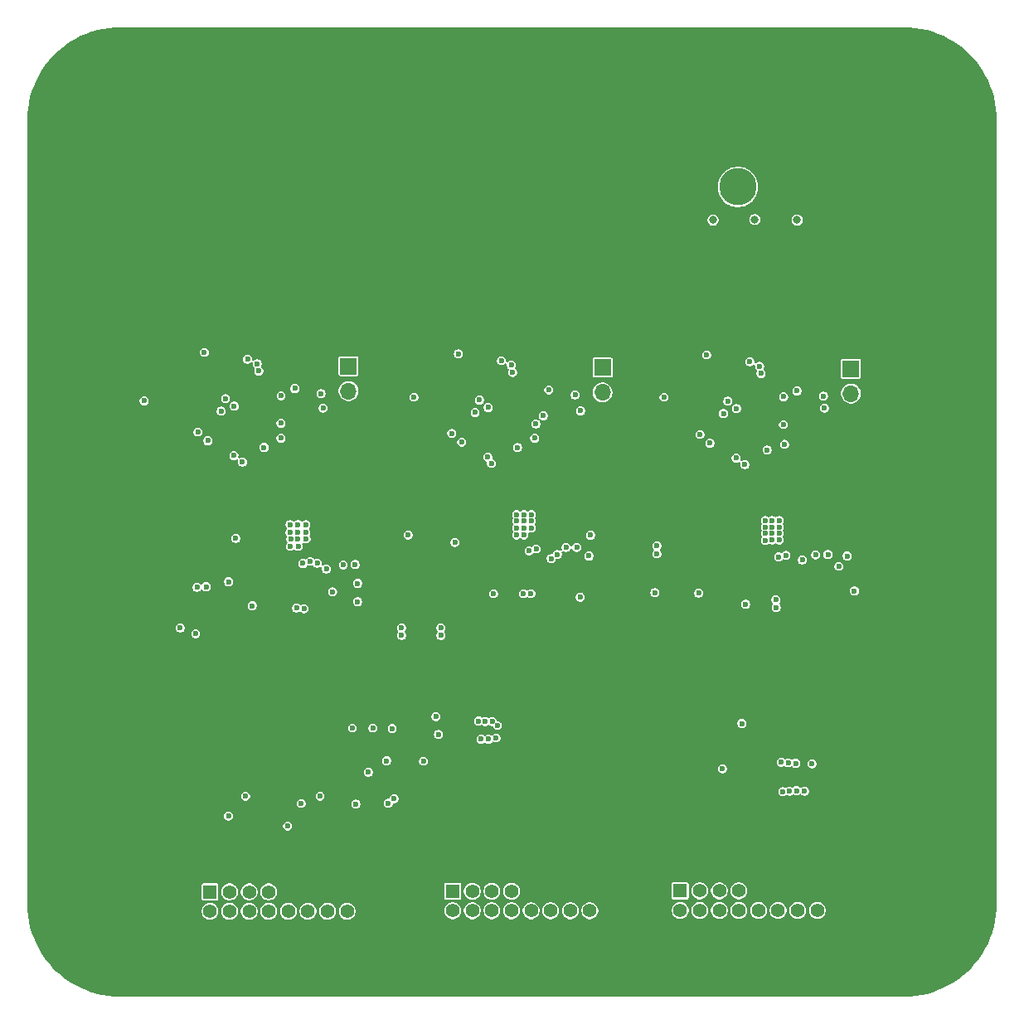
<source format=gbr>
%TF.GenerationSoftware,KiCad,Pcbnew,9.0.0*%
%TF.CreationDate,2025-06-18T16:25:47-07:00*%
%TF.ProjectId,EPS_Scales_RevE,4550535f-5363-4616-9c65-735f52657645,rev?*%
%TF.SameCoordinates,Original*%
%TF.FileFunction,Copper,L2,Inr*%
%TF.FilePolarity,Positive*%
%FSLAX46Y46*%
G04 Gerber Fmt 4.6, Leading zero omitted, Abs format (unit mm)*
G04 Created by KiCad (PCBNEW 9.0.0) date 2025-06-18 16:25:47*
%MOMM*%
%LPD*%
G01*
G04 APERTURE LIST*
%TA.AperFunction,ComponentPad*%
%ADD10C,4.700000*%
%TD*%
%TA.AperFunction,ComponentPad*%
%ADD11R,1.400000X1.400000*%
%TD*%
%TA.AperFunction,ComponentPad*%
%ADD12C,1.400000*%
%TD*%
%TA.AperFunction,ComponentPad*%
%ADD13R,1.700000X1.700000*%
%TD*%
%TA.AperFunction,ComponentPad*%
%ADD14O,1.700000X1.700000*%
%TD*%
%TA.AperFunction,ComponentPad*%
%ADD15O,1.300000X2.200000*%
%TD*%
%TA.AperFunction,ComponentPad*%
%ADD16C,3.800000*%
%TD*%
%TA.AperFunction,ViaPad*%
%ADD17C,0.600000*%
%TD*%
%TA.AperFunction,ViaPad*%
%ADD18C,0.800000*%
%TD*%
G04 APERTURE END LIST*
D10*
%TO.N,GND*%
%TO.C,J5*%
X240012800Y-37000000D03*
%TD*%
%TO.N,GND*%
%TO.C,J4*%
X240030000Y-116967000D03*
%TD*%
%TO.N,GND*%
%TO.C,J3*%
X160012800Y-37000000D03*
%TD*%
%TO.N,GND*%
%TO.C,J2*%
X160012800Y-117000000D03*
%TD*%
D11*
%TO.N,+5V_Perif*%
%TO.C,CN1*%
X193941000Y-115729000D03*
D12*
%TO.N,unconnected-(CN1-Pad2)*%
X193941000Y-117729000D03*
%TO.N,+5V_Perif*%
X195941000Y-115729000D03*
%TO.N,Net-(CN1-Pad4)*%
X195941000Y-117729000D03*
%TO.N,+5V_Perif*%
X197941000Y-115729000D03*
%TO.N,Net-(CN1-Pad6)*%
X197941000Y-117729000D03*
%TO.N,+5V_Perif*%
X199941000Y-115729000D03*
%TO.N,Net-(CN1-Pad8)*%
X199941000Y-117729000D03*
%TO.N,GND*%
X201941000Y-115729000D03*
%TO.N,Net-(CN1-Pad10)*%
X201941000Y-117729000D03*
%TO.N,GND*%
X203941000Y-115729000D03*
%TO.N,Net-(CN1-Pad12)*%
X203941000Y-117729000D03*
%TO.N,GND*%
X205941000Y-115729000D03*
%TO.N,Net-(CN1-Pad14)*%
X205941000Y-117729000D03*
%TO.N,GND*%
X207941000Y-115729000D03*
%TO.N,WDT_WDI_Perif*%
X207941000Y-117729000D03*
%TD*%
D13*
%TO.N,+20V_Jetson*%
%TO.C,J8*%
X234594000Y-62367000D03*
D14*
X234594000Y-64907000D03*
%TO.N,GND*%
X234594000Y-67447000D03*
X234594000Y-69987000D03*
%TD*%
D13*
%TO.N,+3.3V_OBC*%
%TO.C,J9*%
X183303000Y-62114250D03*
D14*
X183303000Y-64654250D03*
%TO.N,GND*%
X183303000Y-67194250D03*
X183303000Y-69734250D03*
%TD*%
D11*
%TO.N,+20V_Jetson*%
%TO.C,J6*%
X217167800Y-115696600D03*
D12*
%TO.N,Net-(J6-Pad2)*%
X217167800Y-117696600D03*
%TO.N,+20V_Jetson*%
X219167800Y-115696600D03*
%TO.N,Net-(J6-Pad4)*%
X219167800Y-117696600D03*
%TO.N,+20V_Jetson*%
X221167800Y-115696600D03*
%TO.N,Net-(J6-Pad6)*%
X221167800Y-117696600D03*
%TO.N,+20V_Jetson*%
X223167800Y-115696600D03*
%TO.N,Net-(J6-Pad8)*%
X223167800Y-117696600D03*
%TO.N,GND*%
X225167800Y-115696600D03*
%TO.N,Net-(J6-Pad10)*%
X225167800Y-117696600D03*
%TO.N,GND*%
X227167800Y-115696600D03*
%TO.N,Net-(J6-Pad12)*%
X227167800Y-117696600D03*
%TO.N,GND*%
X229167800Y-115696600D03*
%TO.N,WDT_WDI_Jetson*%
X229167800Y-117696600D03*
%TO.N,GND*%
X231167800Y-115696600D03*
%TO.N,WDT_WDI_Jetson*%
X231167800Y-117696600D03*
%TD*%
D15*
%TO.N,GND*%
%TO.C,U8*%
X219901000Y-37815000D03*
X233401000Y-37815000D03*
D16*
%TO.N,+V_Batt*%
X223051000Y-43815000D03*
%TO.N,GND*%
X230251000Y-43815000D03*
%TD*%
D11*
%TO.N,+3.3V_OBC*%
%TO.C,J10*%
X169157200Y-115798200D03*
D12*
%TO.N,Net-(J10-Pad2)*%
X169157200Y-117798200D03*
%TO.N,+3.3V_OBC*%
X171157200Y-115798200D03*
%TO.N,Net-(J10-Pad4)*%
X171157200Y-117798200D03*
%TO.N,+3.3V_OBC*%
X173157200Y-115798200D03*
%TO.N,OBC SDA*%
X173157200Y-117798200D03*
%TO.N,+3.3V_OBC*%
X175157200Y-115798200D03*
%TO.N,OBC SCL*%
X175157200Y-117798200D03*
%TO.N,GND*%
X177157200Y-115798200D03*
%TO.N,Net-(J10-Pad10)*%
X177157200Y-117798200D03*
%TO.N,GND*%
X179157200Y-115798200D03*
%TO.N,OBC_EN_JETSON*%
X179157200Y-117798200D03*
%TO.N,GND*%
X181157200Y-115798200D03*
%TO.N,OBC_EN_PERIF*%
X181157200Y-117798200D03*
%TO.N,GND*%
X183157200Y-115798200D03*
%TO.N,WDT_WDI_OBC*%
X183157200Y-117798200D03*
%TD*%
D13*
%TO.N,+5V_Perif*%
%TO.C,J7*%
X209236000Y-62250500D03*
D14*
X209236000Y-64790500D03*
%TO.N,GND*%
X209236000Y-67330500D03*
X209236000Y-69870500D03*
%TD*%
D17*
%TO.N,+V_Batt*%
X178968400Y-79756000D03*
X178155600Y-80518000D03*
X200456800Y-78638400D03*
X177328400Y-78296000D03*
X201980800Y-77927200D03*
X201218800Y-78638400D03*
X226568000Y-77876400D03*
X227279200Y-78536800D03*
X178954000Y-79108800D03*
X226568000Y-79197200D03*
X227279200Y-79857600D03*
X177328400Y-79108800D03*
X226568000Y-79857600D03*
X201218800Y-77927200D03*
X171791200Y-79696600D03*
X200456800Y-79349600D03*
X178141200Y-79108800D03*
X200456800Y-77927200D03*
X225856800Y-79908400D03*
X201218800Y-77266800D03*
X178141200Y-78296000D03*
X178954000Y-78296000D03*
X225856800Y-79197200D03*
X225856800Y-78536800D03*
D18*
X224790000Y-47142400D03*
D17*
X201980800Y-78638400D03*
X201218800Y-79349600D03*
X225856800Y-77876400D03*
X177393600Y-79756000D03*
X178141200Y-79756000D03*
X177342800Y-80518000D03*
X201980800Y-77266800D03*
X200456800Y-77266800D03*
X226568000Y-78536800D03*
X227279200Y-79197200D03*
D18*
X229108000Y-47193200D03*
X220522800Y-47193200D03*
D17*
X227279200Y-77876400D03*
%TO.N,GND*%
X222694500Y-72707500D03*
D18*
X172339000Y-56388000D03*
D17*
X203149200Y-82651600D03*
X226088000Y-99886400D03*
X176363200Y-76060800D03*
D18*
X191643000Y-56388000D03*
D17*
X234854000Y-95263600D03*
X208280000Y-84277200D03*
X232184000Y-77839200D03*
X199136000Y-82600800D03*
X199771000Y-76073000D03*
X181798800Y-76314800D03*
D18*
X223647000Y-56515000D03*
D17*
X225376800Y-102629600D03*
X193167000Y-95631000D03*
X185456400Y-82664800D03*
X188256000Y-64902250D03*
X207645000Y-76708000D03*
X180020800Y-102121200D03*
X203200000Y-83566000D03*
X209169000Y-79375000D03*
X167625600Y-80785200D03*
X179919200Y-103289600D03*
X176027600Y-85151600D03*
X194818000Y-76962000D03*
X185354800Y-84595200D03*
X235638400Y-83579600D03*
X176078400Y-84237200D03*
X228678800Y-84087600D03*
D18*
X205105000Y-56388000D03*
D17*
X222351600Y-104190800D03*
D18*
X184440400Y-90945200D03*
D17*
X168300400Y-63804800D03*
X231662380Y-63905018D03*
X165244000Y-62641250D03*
X182713200Y-103391200D03*
X191177000Y-62777500D03*
X206304380Y-63788518D03*
X197738000Y-96658000D03*
X194208400Y-63957200D03*
X171403500Y-72454750D03*
D18*
X184288000Y-96990400D03*
X207518000Y-88265000D03*
D17*
X174516800Y-107768800D03*
X172419500Y-66358750D03*
X179990000Y-85151600D03*
X198352500Y-66495000D03*
X194563000Y-98309000D03*
D18*
X230378000Y-56388000D03*
D17*
X167066800Y-85103200D03*
D18*
X231140000Y-48895000D03*
D17*
X185710400Y-102680000D03*
X224665600Y-84138400D03*
X225326000Y-76772400D03*
X184897600Y-86982800D03*
X213614000Y-65018750D03*
X222859600Y-84328000D03*
X168609500Y-68517750D03*
X219557600Y-64160400D03*
X234904800Y-89218400D03*
D18*
X198374000Y-56388000D03*
D17*
X181544800Y-104712000D03*
X219900500Y-68770500D03*
X162323000Y-64766000D03*
D18*
X222758000Y-48768000D03*
X165608000Y-56261000D03*
X179070000Y-56388000D03*
D17*
X228729600Y-83122400D03*
X197336500Y-72591000D03*
X229819200Y-102412800D03*
X179990000Y-84084800D03*
X174669200Y-105432000D03*
X173366000Y-76162400D03*
X171689600Y-80886800D03*
X180371380Y-63652268D03*
D18*
X216916000Y-56515000D03*
D17*
X194542500Y-68654000D03*
D18*
X226949000Y-48895000D03*
D17*
X232133200Y-80176000D03*
D18*
X207518000Y-93472000D03*
D17*
X223710500Y-66611500D03*
X199186800Y-83566000D03*
X216535000Y-62894000D03*
X224665600Y-83071600D03*
%TO.N,/Perif_Subsystem/WD_Perif/WDT-VIN*%
X206439426Y-65055500D03*
X203750000Y-64526500D03*
%TO.N,WDT_WDI_Perif*%
X189992000Y-65278000D03*
%TO.N,Net-(U1-TR{slash}SS)*%
X229644000Y-81901100D03*
X234216000Y-81496800D03*
%TO.N,Net-(U1-BST)*%
X226936360Y-85974820D03*
X223861600Y-86424400D03*
%TO.N,Net-(U1-INTVCC)*%
X234955153Y-85070655D03*
X226982362Y-86756133D03*
%TO.N,+3.3V_OBC*%
X187198000Y-102412800D03*
X183692800Y-99060000D03*
X171043600Y-84124800D03*
X168757600Y-84632800D03*
X185775600Y-99060000D03*
X214782400Y-81280000D03*
X194157600Y-80111600D03*
X192227200Y-97891600D03*
X185318400Y-103581200D03*
X187756800Y-99110800D03*
%TO.N,+20V_Jetson*%
X230632000Y-102717600D03*
X229870000Y-105511600D03*
X228955600Y-102666800D03*
X228193600Y-102616000D03*
X227482400Y-102565200D03*
X228346000Y-105511600D03*
X229057200Y-105460800D03*
X227634800Y-105562400D03*
%TO.N,WDT_WDI_Jetson*%
X215519000Y-65278000D03*
%TO.N,Net-(U10D--)*%
X220218000Y-69977000D03*
X222026842Y-65689842D03*
%TO.N,Net-(U3-TR{slash}SS)*%
X184237200Y-84290400D03*
X180115363Y-82243200D03*
%TO.N,Net-(U3-BST)*%
X177994569Y-86805577D03*
X173467600Y-86576400D03*
%TO.N,Net-(U3-INTVCC)*%
X184237200Y-86170000D03*
X178750800Y-86881200D03*
%TO.N,Net-(U6D--)*%
X196668842Y-65573342D03*
X194860000Y-69860500D03*
%TO.N,Net-(U13-TR{slash}SS)*%
X204619520Y-81332480D03*
X208026000Y-79375000D03*
%TO.N,Net-(U13-BST)*%
X201169997Y-85344000D03*
X198120000Y-85344000D03*
%TO.N,Net-(U13-INTVCC)*%
X206959200Y-85699600D03*
X201930000Y-85344000D03*
%TO.N,/OBC_Subsystem/WD_OBC/WDT-VIN*%
X177817000Y-64390250D03*
X180506426Y-64919250D03*
%TO.N,/Jetson_Subsystem/WD_Jetson/WDT-VIN*%
X231797426Y-65172000D03*
X229108000Y-64643000D03*
%TO.N,WDT_WDI_OBC*%
X162433000Y-65659000D03*
%TO.N,+5V_Perif*%
X198501000Y-98806000D03*
X197612000Y-100203000D03*
X196596000Y-98348800D03*
X197256400Y-98399600D03*
X196850000Y-100203000D03*
X197967600Y-98399600D03*
X198374000Y-100076000D03*
%TO.N,OBC_EN_JETSON*%
X214789948Y-80460232D03*
%TO.N,OBC SDA*%
X171036342Y-108044342D03*
%TO.N,OBC SCL*%
X177082642Y-109061442D03*
%TO.N,OBC_EN_PERIF*%
X189382400Y-79349600D03*
%TO.N,Net-(D15-K)*%
X226060000Y-70673498D03*
X227711000Y-68072000D03*
%TO.N,/Jetson_Subsystem/WD_Jetson/WDT-VP*%
X221582342Y-66961658D03*
X225425000Y-62865000D03*
%TO.N,Net-(R124-Pad1)*%
X197889579Y-72053002D03*
X202311000Y-69469000D03*
%TO.N,Net-(R132-Pad2)*%
X207010000Y-66675000D03*
X203200000Y-67183000D03*
%TO.N,Net-(U6B--)*%
X199917951Y-62003256D03*
X193844000Y-68971500D03*
%TO.N,/Perif_Subsystem/WD_Perif/WDT-VP*%
X196224342Y-66845158D03*
X200067000Y-62748500D03*
%TO.N,Net-(U6A--)*%
X194511820Y-60845754D03*
X198916000Y-61551970D03*
%TO.N,Net-(R141-Pad1)*%
X223760500Y-72166201D03*
X227838000Y-70096498D03*
%TO.N,SDA*%
X221488000Y-103225600D03*
X180390800Y-106019600D03*
X187960000Y-106273600D03*
X172781000Y-106019600D03*
X223469200Y-98602800D03*
%TO.N,Net-(U10B--)*%
X225275951Y-62119756D03*
X219202000Y-69088000D03*
%TO.N,SCL*%
X184048400Y-106832400D03*
X187366538Y-106748370D03*
X192481200Y-99720400D03*
X178473759Y-106768051D03*
X190950942Y-102455342D03*
%TO.N,Net-(U10A--)*%
X219869820Y-60962254D03*
X224274000Y-61668470D03*
%TO.N,Net-(U1-RT)*%
X230994024Y-81375966D03*
X227971956Y-81431431D03*
%TO.N,Net-(U1-EN{slash}UV)*%
X232253602Y-81345025D03*
X227227375Y-81583748D03*
%TO.N,Net-(U3-RT)*%
X179380453Y-82049522D03*
X182764000Y-82410800D03*
%TO.N,Net-(U3-EN{slash}UV)*%
X178649200Y-82256582D03*
X183983200Y-82360000D03*
%TO.N,Net-(U6C-+)*%
X197559658Y-66337158D03*
X197527000Y-71384500D03*
%TO.N,Net-(D8-K)*%
X200568820Y-70419220D03*
X202438000Y-68021200D03*
%TO.N,Net-(U13-EN{slash}UV)*%
X206597000Y-80618426D03*
X201733750Y-80971484D03*
%TO.N,/OBC_Subsystem/WD_OBC/WDT-VP*%
X174134000Y-62612250D03*
X170291342Y-66708908D03*
%TO.N,Net-(R149-Pad2)*%
X231902000Y-66395600D03*
X227729142Y-65234458D03*
%TO.N,Net-(U13-RT)*%
X202467815Y-80774633D03*
X205510612Y-80639652D03*
%TO.N,SYNC_PHASE3*%
X188722000Y-89609203D03*
X192735200Y-89611200D03*
X214579200Y-85242400D03*
X233375200Y-82550000D03*
X219049600Y-85293200D03*
X167690800Y-89434200D03*
%TO.N,SYNC_PHASE1*%
X167828800Y-84696800D03*
X181668499Y-85156786D03*
X181036800Y-82828200D03*
%TO.N,SYNC_PHASE2*%
X207858056Y-81493056D03*
X203989134Y-81757000D03*
X192735200Y-88849200D03*
X188722000Y-88849200D03*
X166116000Y-88849200D03*
%TO.N,Net-(U10C-+)*%
X222917658Y-66453658D03*
X222885000Y-71501000D03*
%TO.N,Net-(U11D--)*%
X170735842Y-65437092D03*
X168927000Y-69724250D03*
%TO.N,Net-(D18-K)*%
X176403000Y-67945000D03*
X174673520Y-70406520D03*
%TO.N,Net-(R157-Pad1)*%
X172469500Y-71913452D03*
X176403000Y-69469000D03*
%TO.N,Net-(U11B--)*%
X167911000Y-68835250D03*
X173984951Y-61867006D03*
%TO.N,Net-(U11A--)*%
X172983000Y-61415720D03*
X168578820Y-60709504D03*
%TO.N,Net-(R165-Pad2)*%
X176416000Y-65130169D03*
X180695600Y-66395600D03*
%TO.N,Net-(U11C-+)*%
X171594000Y-71248250D03*
X171626658Y-66200908D03*
%TD*%
%TA.AperFunction,Conductor*%
%TO.N,GND*%
G36*
X240001941Y-27500560D02*
G01*
X240592598Y-27519122D01*
X240600340Y-27519609D01*
X241186734Y-27575039D01*
X241194459Y-27576015D01*
X241776188Y-27668152D01*
X241783802Y-27669604D01*
X242358649Y-27798097D01*
X242366172Y-27800030D01*
X242931789Y-27964357D01*
X242939139Y-27966745D01*
X243493338Y-28166269D01*
X243500561Y-28169128D01*
X243521097Y-28178015D01*
X244041114Y-28403046D01*
X244048163Y-28406363D01*
X244572951Y-28673757D01*
X244579777Y-28677510D01*
X245086734Y-28977323D01*
X245093311Y-28981497D01*
X245580446Y-29312554D01*
X245586748Y-29317133D01*
X246052120Y-29678111D01*
X246058120Y-29683073D01*
X246499941Y-30072591D01*
X246505619Y-30077924D01*
X246922074Y-30494380D01*
X246927407Y-30500058D01*
X247316922Y-30941877D01*
X247321887Y-30947879D01*
X247682883Y-31413273D01*
X247687445Y-31419552D01*
X248018502Y-31906687D01*
X248022676Y-31913264D01*
X248322489Y-32420221D01*
X248326242Y-32427047D01*
X248593635Y-32951836D01*
X248596952Y-32958885D01*
X248830866Y-33499428D01*
X248833733Y-33506670D01*
X249033243Y-34060830D01*
X249035650Y-34068239D01*
X249199966Y-34633815D01*
X249201904Y-34641360D01*
X249330391Y-35216177D01*
X249331850Y-35223829D01*
X249423982Y-35805535D01*
X249424959Y-35813263D01*
X249480389Y-36399642D01*
X249480878Y-36407417D01*
X249499439Y-36998025D01*
X249499500Y-37001920D01*
X249499500Y-116998045D01*
X249499439Y-117001940D01*
X249480877Y-117592581D01*
X249480388Y-117600355D01*
X249424959Y-118186731D01*
X249423982Y-118194460D01*
X249331849Y-118776168D01*
X249330390Y-118783820D01*
X249201903Y-119358637D01*
X249199965Y-119366182D01*
X249035650Y-119931758D01*
X249033243Y-119939166D01*
X248833733Y-120493327D01*
X248830866Y-120500570D01*
X248596952Y-121041113D01*
X248593635Y-121048162D01*
X248326242Y-121572950D01*
X248322489Y-121579776D01*
X248022675Y-122086733D01*
X248018501Y-122093310D01*
X247687444Y-122580446D01*
X247682865Y-122586748D01*
X247321887Y-123052118D01*
X247316922Y-123058121D01*
X246927407Y-123499940D01*
X246922074Y-123505618D01*
X246505619Y-123922073D01*
X246499941Y-123927406D01*
X246058122Y-124316921D01*
X246052120Y-124321886D01*
X245586749Y-124682865D01*
X245580446Y-124687444D01*
X245093311Y-125018501D01*
X245086734Y-125022675D01*
X244579777Y-125322488D01*
X244572951Y-125326241D01*
X244048163Y-125593634D01*
X244041114Y-125596951D01*
X243500565Y-125830868D01*
X243493323Y-125833735D01*
X243111504Y-125971198D01*
X242939168Y-126033242D01*
X242931765Y-126035648D01*
X242366183Y-126199965D01*
X242358638Y-126201903D01*
X241783821Y-126330390D01*
X241776169Y-126331849D01*
X241194461Y-126423982D01*
X241186732Y-126424959D01*
X240600356Y-126480388D01*
X240592582Y-126480877D01*
X240001973Y-126499438D01*
X239998078Y-126499499D01*
X160001953Y-126499499D01*
X159998058Y-126499438D01*
X159407417Y-126480876D01*
X159399643Y-126480387D01*
X158813266Y-126424958D01*
X158805537Y-126423981D01*
X158223830Y-126331848D01*
X158216178Y-126330389D01*
X157641361Y-126201902D01*
X157633816Y-126199964D01*
X157222648Y-126080508D01*
X157068230Y-126035645D01*
X157060840Y-126033245D01*
X156506676Y-125833734D01*
X156499434Y-125830867D01*
X155958885Y-125596950D01*
X155951836Y-125593633D01*
X155427048Y-125326240D01*
X155420222Y-125322487D01*
X154913265Y-125022674D01*
X154906688Y-125018500D01*
X154419561Y-124687449D01*
X154413258Y-124682870D01*
X153947872Y-124321879D01*
X153941870Y-124316914D01*
X153500059Y-123927405D01*
X153494381Y-123922072D01*
X153077926Y-123505617D01*
X153072593Y-123499939D01*
X152683078Y-123058120D01*
X152678113Y-123052117D01*
X152317135Y-122586747D01*
X152312556Y-122580445D01*
X151981499Y-122093310D01*
X151977325Y-122086733D01*
X151677511Y-121579776D01*
X151673758Y-121572950D01*
X151406365Y-121048162D01*
X151403048Y-121041113D01*
X151169132Y-120500565D01*
X151166265Y-120493322D01*
X150966751Y-119939148D01*
X150964359Y-119931788D01*
X150800032Y-119366171D01*
X150798097Y-119358637D01*
X150669606Y-118783801D01*
X150668154Y-118776187D01*
X150576017Y-118194459D01*
X150575041Y-118186732D01*
X150570302Y-118136595D01*
X150530302Y-117713443D01*
X168296700Y-117713443D01*
X168296700Y-117882956D01*
X168329766Y-118049191D01*
X168329769Y-118049203D01*
X168394631Y-118205795D01*
X168394632Y-118205797D01*
X168488805Y-118346736D01*
X168488808Y-118346740D01*
X168608659Y-118466591D01*
X168608663Y-118466594D01*
X168749600Y-118560766D01*
X168749601Y-118560766D01*
X168749602Y-118560767D01*
X168749604Y-118560768D01*
X168818970Y-118589500D01*
X168906201Y-118625632D01*
X169072443Y-118658699D01*
X169072447Y-118658700D01*
X169072448Y-118658700D01*
X169241953Y-118658700D01*
X169241954Y-118658699D01*
X169408199Y-118625632D01*
X169564800Y-118560766D01*
X169705737Y-118466594D01*
X169825594Y-118346737D01*
X169919766Y-118205800D01*
X169984632Y-118049199D01*
X170017700Y-117882952D01*
X170017700Y-117713448D01*
X170017699Y-117713443D01*
X170296700Y-117713443D01*
X170296700Y-117882956D01*
X170329766Y-118049191D01*
X170329769Y-118049203D01*
X170394631Y-118205795D01*
X170394632Y-118205797D01*
X170488805Y-118346736D01*
X170488808Y-118346740D01*
X170608659Y-118466591D01*
X170608663Y-118466594D01*
X170749600Y-118560766D01*
X170749601Y-118560766D01*
X170749602Y-118560767D01*
X170749604Y-118560768D01*
X170818970Y-118589500D01*
X170906201Y-118625632D01*
X171072443Y-118658699D01*
X171072447Y-118658700D01*
X171072448Y-118658700D01*
X171241953Y-118658700D01*
X171241954Y-118658699D01*
X171408199Y-118625632D01*
X171564800Y-118560766D01*
X171705737Y-118466594D01*
X171825594Y-118346737D01*
X171919766Y-118205800D01*
X171984632Y-118049199D01*
X172017700Y-117882952D01*
X172017700Y-117713448D01*
X172017699Y-117713443D01*
X172296700Y-117713443D01*
X172296700Y-117882956D01*
X172329766Y-118049191D01*
X172329769Y-118049203D01*
X172394631Y-118205795D01*
X172394632Y-118205797D01*
X172488805Y-118346736D01*
X172488808Y-118346740D01*
X172608659Y-118466591D01*
X172608663Y-118466594D01*
X172749600Y-118560766D01*
X172749601Y-118560766D01*
X172749602Y-118560767D01*
X172749604Y-118560768D01*
X172818970Y-118589500D01*
X172906201Y-118625632D01*
X173072443Y-118658699D01*
X173072447Y-118658700D01*
X173072448Y-118658700D01*
X173241953Y-118658700D01*
X173241954Y-118658699D01*
X173408199Y-118625632D01*
X173564800Y-118560766D01*
X173705737Y-118466594D01*
X173825594Y-118346737D01*
X173919766Y-118205800D01*
X173984632Y-118049199D01*
X174017700Y-117882952D01*
X174017700Y-117713448D01*
X174017699Y-117713443D01*
X174296700Y-117713443D01*
X174296700Y-117882956D01*
X174329766Y-118049191D01*
X174329769Y-118049203D01*
X174394631Y-118205795D01*
X174394632Y-118205797D01*
X174488805Y-118346736D01*
X174488808Y-118346740D01*
X174608659Y-118466591D01*
X174608663Y-118466594D01*
X174749600Y-118560766D01*
X174749601Y-118560766D01*
X174749602Y-118560767D01*
X174749604Y-118560768D01*
X174818970Y-118589500D01*
X174906201Y-118625632D01*
X175072443Y-118658699D01*
X175072447Y-118658700D01*
X175072448Y-118658700D01*
X175241953Y-118658700D01*
X175241954Y-118658699D01*
X175408199Y-118625632D01*
X175564800Y-118560766D01*
X175705737Y-118466594D01*
X175825594Y-118346737D01*
X175919766Y-118205800D01*
X175984632Y-118049199D01*
X176017700Y-117882952D01*
X176017700Y-117713448D01*
X176017699Y-117713443D01*
X176296700Y-117713443D01*
X176296700Y-117882956D01*
X176329766Y-118049191D01*
X176329769Y-118049203D01*
X176394631Y-118205795D01*
X176394632Y-118205797D01*
X176488805Y-118346736D01*
X176488808Y-118346740D01*
X176608659Y-118466591D01*
X176608663Y-118466594D01*
X176749600Y-118560766D01*
X176749601Y-118560766D01*
X176749602Y-118560767D01*
X176749604Y-118560768D01*
X176818970Y-118589500D01*
X176906201Y-118625632D01*
X177072443Y-118658699D01*
X177072447Y-118658700D01*
X177072448Y-118658700D01*
X177241953Y-118658700D01*
X177241954Y-118658699D01*
X177408199Y-118625632D01*
X177564800Y-118560766D01*
X177705737Y-118466594D01*
X177825594Y-118346737D01*
X177919766Y-118205800D01*
X177984632Y-118049199D01*
X178017700Y-117882952D01*
X178017700Y-117713448D01*
X178017699Y-117713443D01*
X178296700Y-117713443D01*
X178296700Y-117882956D01*
X178329766Y-118049191D01*
X178329769Y-118049203D01*
X178394631Y-118205795D01*
X178394632Y-118205797D01*
X178488805Y-118346736D01*
X178488808Y-118346740D01*
X178608659Y-118466591D01*
X178608663Y-118466594D01*
X178749600Y-118560766D01*
X178749601Y-118560766D01*
X178749602Y-118560767D01*
X178749604Y-118560768D01*
X178818970Y-118589500D01*
X178906201Y-118625632D01*
X179072443Y-118658699D01*
X179072447Y-118658700D01*
X179072448Y-118658700D01*
X179241953Y-118658700D01*
X179241954Y-118658699D01*
X179408199Y-118625632D01*
X179564800Y-118560766D01*
X179705737Y-118466594D01*
X179825594Y-118346737D01*
X179919766Y-118205800D01*
X179984632Y-118049199D01*
X180017700Y-117882952D01*
X180017700Y-117713448D01*
X180017699Y-117713443D01*
X180296700Y-117713443D01*
X180296700Y-117882956D01*
X180329766Y-118049191D01*
X180329769Y-118049203D01*
X180394631Y-118205795D01*
X180394632Y-118205797D01*
X180488805Y-118346736D01*
X180488808Y-118346740D01*
X180608659Y-118466591D01*
X180608663Y-118466594D01*
X180749600Y-118560766D01*
X180749601Y-118560766D01*
X180749602Y-118560767D01*
X180749604Y-118560768D01*
X180818970Y-118589500D01*
X180906201Y-118625632D01*
X181072443Y-118658699D01*
X181072447Y-118658700D01*
X181072448Y-118658700D01*
X181241953Y-118658700D01*
X181241954Y-118658699D01*
X181408199Y-118625632D01*
X181564800Y-118560766D01*
X181705737Y-118466594D01*
X181825594Y-118346737D01*
X181919766Y-118205800D01*
X181984632Y-118049199D01*
X182017700Y-117882952D01*
X182017700Y-117713448D01*
X182017699Y-117713443D01*
X182296700Y-117713443D01*
X182296700Y-117882956D01*
X182329766Y-118049191D01*
X182329769Y-118049203D01*
X182394631Y-118205795D01*
X182394632Y-118205797D01*
X182488805Y-118346736D01*
X182488808Y-118346740D01*
X182608659Y-118466591D01*
X182608663Y-118466594D01*
X182749600Y-118560766D01*
X182749601Y-118560766D01*
X182749602Y-118560767D01*
X182749604Y-118560768D01*
X182818970Y-118589500D01*
X182906201Y-118625632D01*
X183072443Y-118658699D01*
X183072447Y-118658700D01*
X183072448Y-118658700D01*
X183241953Y-118658700D01*
X183241954Y-118658699D01*
X183408199Y-118625632D01*
X183564800Y-118560766D01*
X183705737Y-118466594D01*
X183825594Y-118346737D01*
X183919766Y-118205800D01*
X183984632Y-118049199D01*
X184017700Y-117882952D01*
X184017700Y-117713448D01*
X184003935Y-117644247D01*
X184003934Y-117644243D01*
X193080500Y-117644243D01*
X193080500Y-117813756D01*
X193113566Y-117979991D01*
X193113569Y-117980003D01*
X193178431Y-118136595D01*
X193178432Y-118136597D01*
X193272605Y-118277536D01*
X193272608Y-118277540D01*
X193392459Y-118397391D01*
X193392463Y-118397394D01*
X193533400Y-118491566D01*
X193533401Y-118491566D01*
X193533402Y-118491567D01*
X193533404Y-118491568D01*
X193689996Y-118556430D01*
X193690001Y-118556432D01*
X193811871Y-118580673D01*
X193856243Y-118589499D01*
X193856247Y-118589500D01*
X193856248Y-118589500D01*
X194025753Y-118589500D01*
X194025754Y-118589499D01*
X194191999Y-118556432D01*
X194348600Y-118491566D01*
X194489537Y-118397394D01*
X194609394Y-118277537D01*
X194703566Y-118136600D01*
X194768432Y-117979999D01*
X194801500Y-117813752D01*
X194801500Y-117644248D01*
X194801499Y-117644243D01*
X195080500Y-117644243D01*
X195080500Y-117813756D01*
X195113566Y-117979991D01*
X195113569Y-117980003D01*
X195178431Y-118136595D01*
X195178432Y-118136597D01*
X195272605Y-118277536D01*
X195272608Y-118277540D01*
X195392459Y-118397391D01*
X195392463Y-118397394D01*
X195533400Y-118491566D01*
X195533401Y-118491566D01*
X195533402Y-118491567D01*
X195533404Y-118491568D01*
X195689996Y-118556430D01*
X195690001Y-118556432D01*
X195811871Y-118580673D01*
X195856243Y-118589499D01*
X195856247Y-118589500D01*
X195856248Y-118589500D01*
X196025753Y-118589500D01*
X196025754Y-118589499D01*
X196191999Y-118556432D01*
X196348600Y-118491566D01*
X196489537Y-118397394D01*
X196609394Y-118277537D01*
X196703566Y-118136600D01*
X196768432Y-117979999D01*
X196801500Y-117813752D01*
X196801500Y-117644248D01*
X196801499Y-117644243D01*
X197080500Y-117644243D01*
X197080500Y-117813756D01*
X197113566Y-117979991D01*
X197113569Y-117980003D01*
X197178431Y-118136595D01*
X197178432Y-118136597D01*
X197272605Y-118277536D01*
X197272608Y-118277540D01*
X197392459Y-118397391D01*
X197392463Y-118397394D01*
X197533400Y-118491566D01*
X197533401Y-118491566D01*
X197533402Y-118491567D01*
X197533404Y-118491568D01*
X197689996Y-118556430D01*
X197690001Y-118556432D01*
X197811871Y-118580673D01*
X197856243Y-118589499D01*
X197856247Y-118589500D01*
X197856248Y-118589500D01*
X198025753Y-118589500D01*
X198025754Y-118589499D01*
X198191999Y-118556432D01*
X198348600Y-118491566D01*
X198489537Y-118397394D01*
X198609394Y-118277537D01*
X198703566Y-118136600D01*
X198768432Y-117979999D01*
X198801500Y-117813752D01*
X198801500Y-117644248D01*
X198801499Y-117644243D01*
X199080500Y-117644243D01*
X199080500Y-117813756D01*
X199113566Y-117979991D01*
X199113569Y-117980003D01*
X199178431Y-118136595D01*
X199178432Y-118136597D01*
X199272605Y-118277536D01*
X199272608Y-118277540D01*
X199392459Y-118397391D01*
X199392463Y-118397394D01*
X199533400Y-118491566D01*
X199533401Y-118491566D01*
X199533402Y-118491567D01*
X199533404Y-118491568D01*
X199689996Y-118556430D01*
X199690001Y-118556432D01*
X199811871Y-118580673D01*
X199856243Y-118589499D01*
X199856247Y-118589500D01*
X199856248Y-118589500D01*
X200025753Y-118589500D01*
X200025754Y-118589499D01*
X200191999Y-118556432D01*
X200348600Y-118491566D01*
X200489537Y-118397394D01*
X200609394Y-118277537D01*
X200703566Y-118136600D01*
X200768432Y-117979999D01*
X200801500Y-117813752D01*
X200801500Y-117644248D01*
X200801499Y-117644243D01*
X201080500Y-117644243D01*
X201080500Y-117813756D01*
X201113566Y-117979991D01*
X201113569Y-117980003D01*
X201178431Y-118136595D01*
X201178432Y-118136597D01*
X201272605Y-118277536D01*
X201272608Y-118277540D01*
X201392459Y-118397391D01*
X201392463Y-118397394D01*
X201533400Y-118491566D01*
X201533401Y-118491566D01*
X201533402Y-118491567D01*
X201533404Y-118491568D01*
X201689996Y-118556430D01*
X201690001Y-118556432D01*
X201811871Y-118580673D01*
X201856243Y-118589499D01*
X201856247Y-118589500D01*
X201856248Y-118589500D01*
X202025753Y-118589500D01*
X202025754Y-118589499D01*
X202191999Y-118556432D01*
X202348600Y-118491566D01*
X202489537Y-118397394D01*
X202609394Y-118277537D01*
X202703566Y-118136600D01*
X202768432Y-117979999D01*
X202801500Y-117813752D01*
X202801500Y-117644248D01*
X202801499Y-117644243D01*
X203080500Y-117644243D01*
X203080500Y-117813756D01*
X203113566Y-117979991D01*
X203113569Y-117980003D01*
X203178431Y-118136595D01*
X203178432Y-118136597D01*
X203272605Y-118277536D01*
X203272608Y-118277540D01*
X203392459Y-118397391D01*
X203392463Y-118397394D01*
X203533400Y-118491566D01*
X203533401Y-118491566D01*
X203533402Y-118491567D01*
X203533404Y-118491568D01*
X203689996Y-118556430D01*
X203690001Y-118556432D01*
X203811871Y-118580673D01*
X203856243Y-118589499D01*
X203856247Y-118589500D01*
X203856248Y-118589500D01*
X204025753Y-118589500D01*
X204025754Y-118589499D01*
X204191999Y-118556432D01*
X204348600Y-118491566D01*
X204489537Y-118397394D01*
X204609394Y-118277537D01*
X204703566Y-118136600D01*
X204768432Y-117979999D01*
X204801500Y-117813752D01*
X204801500Y-117644248D01*
X204801499Y-117644243D01*
X205080500Y-117644243D01*
X205080500Y-117813756D01*
X205113566Y-117979991D01*
X205113569Y-117980003D01*
X205178431Y-118136595D01*
X205178432Y-118136597D01*
X205272605Y-118277536D01*
X205272608Y-118277540D01*
X205392459Y-118397391D01*
X205392463Y-118397394D01*
X205533400Y-118491566D01*
X205533401Y-118491566D01*
X205533402Y-118491567D01*
X205533404Y-118491568D01*
X205689996Y-118556430D01*
X205690001Y-118556432D01*
X205811871Y-118580673D01*
X205856243Y-118589499D01*
X205856247Y-118589500D01*
X205856248Y-118589500D01*
X206025753Y-118589500D01*
X206025754Y-118589499D01*
X206191999Y-118556432D01*
X206348600Y-118491566D01*
X206489537Y-118397394D01*
X206609394Y-118277537D01*
X206703566Y-118136600D01*
X206768432Y-117979999D01*
X206801500Y-117813752D01*
X206801500Y-117644248D01*
X206801499Y-117644243D01*
X207080500Y-117644243D01*
X207080500Y-117813756D01*
X207113566Y-117979991D01*
X207113569Y-117980003D01*
X207178431Y-118136595D01*
X207178432Y-118136597D01*
X207272605Y-118277536D01*
X207272608Y-118277540D01*
X207392459Y-118397391D01*
X207392463Y-118397394D01*
X207533400Y-118491566D01*
X207533401Y-118491566D01*
X207533402Y-118491567D01*
X207533404Y-118491568D01*
X207689996Y-118556430D01*
X207690001Y-118556432D01*
X207811871Y-118580673D01*
X207856243Y-118589499D01*
X207856247Y-118589500D01*
X207856248Y-118589500D01*
X208025753Y-118589500D01*
X208025754Y-118589499D01*
X208191999Y-118556432D01*
X208348600Y-118491566D01*
X208489537Y-118397394D01*
X208609394Y-118277537D01*
X208703566Y-118136600D01*
X208768432Y-117979999D01*
X208801500Y-117813752D01*
X208801500Y-117644248D01*
X208795055Y-117611848D01*
X208795054Y-117611843D01*
X216307300Y-117611843D01*
X216307300Y-117781356D01*
X216340366Y-117947591D01*
X216340369Y-117947603D01*
X216405231Y-118104195D01*
X216405232Y-118104197D01*
X216499405Y-118245136D01*
X216499408Y-118245140D01*
X216619259Y-118364991D01*
X216619263Y-118364994D01*
X216760200Y-118459166D01*
X216760201Y-118459166D01*
X216760202Y-118459167D01*
X216760204Y-118459168D01*
X216916796Y-118524030D01*
X216916801Y-118524032D01*
X217079680Y-118556430D01*
X217083043Y-118557099D01*
X217083047Y-118557100D01*
X217083048Y-118557100D01*
X217252553Y-118557100D01*
X217252554Y-118557099D01*
X217418799Y-118524032D01*
X217575400Y-118459166D01*
X217716337Y-118364994D01*
X217836194Y-118245137D01*
X217930366Y-118104200D01*
X217995232Y-117947599D01*
X218028300Y-117781352D01*
X218028300Y-117611848D01*
X218028299Y-117611843D01*
X218307300Y-117611843D01*
X218307300Y-117781356D01*
X218340366Y-117947591D01*
X218340369Y-117947603D01*
X218405231Y-118104195D01*
X218405232Y-118104197D01*
X218499405Y-118245136D01*
X218499408Y-118245140D01*
X218619259Y-118364991D01*
X218619263Y-118364994D01*
X218760200Y-118459166D01*
X218760201Y-118459166D01*
X218760202Y-118459167D01*
X218760204Y-118459168D01*
X218916796Y-118524030D01*
X218916801Y-118524032D01*
X219079680Y-118556430D01*
X219083043Y-118557099D01*
X219083047Y-118557100D01*
X219083048Y-118557100D01*
X219252553Y-118557100D01*
X219252554Y-118557099D01*
X219418799Y-118524032D01*
X219575400Y-118459166D01*
X219716337Y-118364994D01*
X219836194Y-118245137D01*
X219930366Y-118104200D01*
X219995232Y-117947599D01*
X220028300Y-117781352D01*
X220028300Y-117611848D01*
X220028299Y-117611843D01*
X220307300Y-117611843D01*
X220307300Y-117781356D01*
X220340366Y-117947591D01*
X220340369Y-117947603D01*
X220405231Y-118104195D01*
X220405232Y-118104197D01*
X220499405Y-118245136D01*
X220499408Y-118245140D01*
X220619259Y-118364991D01*
X220619263Y-118364994D01*
X220760200Y-118459166D01*
X220760201Y-118459166D01*
X220760202Y-118459167D01*
X220760204Y-118459168D01*
X220916796Y-118524030D01*
X220916801Y-118524032D01*
X221079680Y-118556430D01*
X221083043Y-118557099D01*
X221083047Y-118557100D01*
X221083048Y-118557100D01*
X221252553Y-118557100D01*
X221252554Y-118557099D01*
X221418799Y-118524032D01*
X221575400Y-118459166D01*
X221716337Y-118364994D01*
X221836194Y-118245137D01*
X221930366Y-118104200D01*
X221995232Y-117947599D01*
X222028300Y-117781352D01*
X222028300Y-117611848D01*
X222028299Y-117611843D01*
X222307300Y-117611843D01*
X222307300Y-117781356D01*
X222340366Y-117947591D01*
X222340369Y-117947603D01*
X222405231Y-118104195D01*
X222405232Y-118104197D01*
X222499405Y-118245136D01*
X222499408Y-118245140D01*
X222619259Y-118364991D01*
X222619263Y-118364994D01*
X222760200Y-118459166D01*
X222760201Y-118459166D01*
X222760202Y-118459167D01*
X222760204Y-118459168D01*
X222916796Y-118524030D01*
X222916801Y-118524032D01*
X223079680Y-118556430D01*
X223083043Y-118557099D01*
X223083047Y-118557100D01*
X223083048Y-118557100D01*
X223252553Y-118557100D01*
X223252554Y-118557099D01*
X223418799Y-118524032D01*
X223575400Y-118459166D01*
X223716337Y-118364994D01*
X223836194Y-118245137D01*
X223930366Y-118104200D01*
X223995232Y-117947599D01*
X224028300Y-117781352D01*
X224028300Y-117611848D01*
X224028299Y-117611843D01*
X224307300Y-117611843D01*
X224307300Y-117781356D01*
X224340366Y-117947591D01*
X224340369Y-117947603D01*
X224405231Y-118104195D01*
X224405232Y-118104197D01*
X224499405Y-118245136D01*
X224499408Y-118245140D01*
X224619259Y-118364991D01*
X224619263Y-118364994D01*
X224760200Y-118459166D01*
X224760201Y-118459166D01*
X224760202Y-118459167D01*
X224760204Y-118459168D01*
X224916796Y-118524030D01*
X224916801Y-118524032D01*
X225079680Y-118556430D01*
X225083043Y-118557099D01*
X225083047Y-118557100D01*
X225083048Y-118557100D01*
X225252553Y-118557100D01*
X225252554Y-118557099D01*
X225418799Y-118524032D01*
X225575400Y-118459166D01*
X225716337Y-118364994D01*
X225836194Y-118245137D01*
X225930366Y-118104200D01*
X225995232Y-117947599D01*
X226028300Y-117781352D01*
X226028300Y-117611848D01*
X226028299Y-117611843D01*
X226307300Y-117611843D01*
X226307300Y-117781356D01*
X226340366Y-117947591D01*
X226340369Y-117947603D01*
X226405231Y-118104195D01*
X226405232Y-118104197D01*
X226499405Y-118245136D01*
X226499408Y-118245140D01*
X226619259Y-118364991D01*
X226619263Y-118364994D01*
X226760200Y-118459166D01*
X226760201Y-118459166D01*
X226760202Y-118459167D01*
X226760204Y-118459168D01*
X226916796Y-118524030D01*
X226916801Y-118524032D01*
X227079680Y-118556430D01*
X227083043Y-118557099D01*
X227083047Y-118557100D01*
X227083048Y-118557100D01*
X227252553Y-118557100D01*
X227252554Y-118557099D01*
X227418799Y-118524032D01*
X227575400Y-118459166D01*
X227716337Y-118364994D01*
X227836194Y-118245137D01*
X227930366Y-118104200D01*
X227995232Y-117947599D01*
X228028300Y-117781352D01*
X228028300Y-117611848D01*
X228028299Y-117611843D01*
X228307300Y-117611843D01*
X228307300Y-117781356D01*
X228340366Y-117947591D01*
X228340369Y-117947603D01*
X228405231Y-118104195D01*
X228405232Y-118104197D01*
X228499405Y-118245136D01*
X228499408Y-118245140D01*
X228619259Y-118364991D01*
X228619263Y-118364994D01*
X228760200Y-118459166D01*
X228760201Y-118459166D01*
X228760202Y-118459167D01*
X228760204Y-118459168D01*
X228916796Y-118524030D01*
X228916801Y-118524032D01*
X229079680Y-118556430D01*
X229083043Y-118557099D01*
X229083047Y-118557100D01*
X229083048Y-118557100D01*
X229252553Y-118557100D01*
X229252554Y-118557099D01*
X229418799Y-118524032D01*
X229575400Y-118459166D01*
X229716337Y-118364994D01*
X229836194Y-118245137D01*
X229930366Y-118104200D01*
X229995232Y-117947599D01*
X230028300Y-117781352D01*
X230028300Y-117611848D01*
X230028299Y-117611843D01*
X230307300Y-117611843D01*
X230307300Y-117781356D01*
X230340366Y-117947591D01*
X230340369Y-117947603D01*
X230405231Y-118104195D01*
X230405232Y-118104197D01*
X230499405Y-118245136D01*
X230499408Y-118245140D01*
X230619259Y-118364991D01*
X230619263Y-118364994D01*
X230760200Y-118459166D01*
X230760201Y-118459166D01*
X230760202Y-118459167D01*
X230760204Y-118459168D01*
X230916796Y-118524030D01*
X230916801Y-118524032D01*
X231079680Y-118556430D01*
X231083043Y-118557099D01*
X231083047Y-118557100D01*
X231083048Y-118557100D01*
X231252553Y-118557100D01*
X231252554Y-118557099D01*
X231418799Y-118524032D01*
X231575400Y-118459166D01*
X231716337Y-118364994D01*
X231836194Y-118245137D01*
X231930366Y-118104200D01*
X231995232Y-117947599D01*
X232028300Y-117781352D01*
X232028300Y-117611848D01*
X231995232Y-117445601D01*
X231943788Y-117321404D01*
X231930368Y-117289004D01*
X231930367Y-117289002D01*
X231904081Y-117249663D01*
X231836194Y-117148063D01*
X231836191Y-117148059D01*
X231716340Y-117028208D01*
X231716336Y-117028205D01*
X231575397Y-116934032D01*
X231575395Y-116934031D01*
X231418803Y-116869169D01*
X231418791Y-116869166D01*
X231252556Y-116836100D01*
X231252552Y-116836100D01*
X231083048Y-116836100D01*
X231083043Y-116836100D01*
X230916808Y-116869166D01*
X230916796Y-116869169D01*
X230760204Y-116934031D01*
X230760202Y-116934032D01*
X230619263Y-117028205D01*
X230619259Y-117028208D01*
X230499408Y-117148059D01*
X230499405Y-117148063D01*
X230405232Y-117289002D01*
X230405231Y-117289004D01*
X230340369Y-117445596D01*
X230340366Y-117445608D01*
X230307300Y-117611843D01*
X230028299Y-117611843D01*
X229995232Y-117445601D01*
X229943788Y-117321404D01*
X229930368Y-117289004D01*
X229930367Y-117289002D01*
X229904081Y-117249663D01*
X229836194Y-117148063D01*
X229836191Y-117148059D01*
X229716340Y-117028208D01*
X229716336Y-117028205D01*
X229575397Y-116934032D01*
X229575395Y-116934031D01*
X229418803Y-116869169D01*
X229418791Y-116869166D01*
X229252556Y-116836100D01*
X229252552Y-116836100D01*
X229083048Y-116836100D01*
X229083043Y-116836100D01*
X228916808Y-116869166D01*
X228916796Y-116869169D01*
X228760204Y-116934031D01*
X228760202Y-116934032D01*
X228619263Y-117028205D01*
X228619259Y-117028208D01*
X228499408Y-117148059D01*
X228499405Y-117148063D01*
X228405232Y-117289002D01*
X228405231Y-117289004D01*
X228340369Y-117445596D01*
X228340366Y-117445608D01*
X228307300Y-117611843D01*
X228028299Y-117611843D01*
X227995232Y-117445601D01*
X227943788Y-117321404D01*
X227930368Y-117289004D01*
X227930367Y-117289002D01*
X227904081Y-117249663D01*
X227836194Y-117148063D01*
X227836191Y-117148059D01*
X227716340Y-117028208D01*
X227716336Y-117028205D01*
X227575397Y-116934032D01*
X227575395Y-116934031D01*
X227418803Y-116869169D01*
X227418791Y-116869166D01*
X227252556Y-116836100D01*
X227252552Y-116836100D01*
X227083048Y-116836100D01*
X227083043Y-116836100D01*
X226916808Y-116869166D01*
X226916796Y-116869169D01*
X226760204Y-116934031D01*
X226760202Y-116934032D01*
X226619263Y-117028205D01*
X226619259Y-117028208D01*
X226499408Y-117148059D01*
X226499405Y-117148063D01*
X226405232Y-117289002D01*
X226405231Y-117289004D01*
X226340369Y-117445596D01*
X226340366Y-117445608D01*
X226307300Y-117611843D01*
X226028299Y-117611843D01*
X225995232Y-117445601D01*
X225943788Y-117321404D01*
X225930368Y-117289004D01*
X225930367Y-117289002D01*
X225904081Y-117249663D01*
X225836194Y-117148063D01*
X225836191Y-117148059D01*
X225716340Y-117028208D01*
X225716336Y-117028205D01*
X225575397Y-116934032D01*
X225575395Y-116934031D01*
X225418803Y-116869169D01*
X225418791Y-116869166D01*
X225252556Y-116836100D01*
X225252552Y-116836100D01*
X225083048Y-116836100D01*
X225083043Y-116836100D01*
X224916808Y-116869166D01*
X224916796Y-116869169D01*
X224760204Y-116934031D01*
X224760202Y-116934032D01*
X224619263Y-117028205D01*
X224619259Y-117028208D01*
X224499408Y-117148059D01*
X224499405Y-117148063D01*
X224405232Y-117289002D01*
X224405231Y-117289004D01*
X224340369Y-117445596D01*
X224340366Y-117445608D01*
X224307300Y-117611843D01*
X224028299Y-117611843D01*
X223995232Y-117445601D01*
X223943788Y-117321404D01*
X223930368Y-117289004D01*
X223930367Y-117289002D01*
X223904081Y-117249663D01*
X223836194Y-117148063D01*
X223836191Y-117148059D01*
X223716340Y-117028208D01*
X223716336Y-117028205D01*
X223575397Y-116934032D01*
X223575395Y-116934031D01*
X223418803Y-116869169D01*
X223418791Y-116869166D01*
X223252556Y-116836100D01*
X223252552Y-116836100D01*
X223083048Y-116836100D01*
X223083043Y-116836100D01*
X222916808Y-116869166D01*
X222916796Y-116869169D01*
X222760204Y-116934031D01*
X222760202Y-116934032D01*
X222619263Y-117028205D01*
X222619259Y-117028208D01*
X222499408Y-117148059D01*
X222499405Y-117148063D01*
X222405232Y-117289002D01*
X222405231Y-117289004D01*
X222340369Y-117445596D01*
X222340366Y-117445608D01*
X222307300Y-117611843D01*
X222028299Y-117611843D01*
X221995232Y-117445601D01*
X221943788Y-117321404D01*
X221930368Y-117289004D01*
X221930367Y-117289002D01*
X221904081Y-117249663D01*
X221836194Y-117148063D01*
X221836191Y-117148059D01*
X221716340Y-117028208D01*
X221716336Y-117028205D01*
X221575397Y-116934032D01*
X221575395Y-116934031D01*
X221418803Y-116869169D01*
X221418791Y-116869166D01*
X221252556Y-116836100D01*
X221252552Y-116836100D01*
X221083048Y-116836100D01*
X221083043Y-116836100D01*
X220916808Y-116869166D01*
X220916796Y-116869169D01*
X220760204Y-116934031D01*
X220760202Y-116934032D01*
X220619263Y-117028205D01*
X220619259Y-117028208D01*
X220499408Y-117148059D01*
X220499405Y-117148063D01*
X220405232Y-117289002D01*
X220405231Y-117289004D01*
X220340369Y-117445596D01*
X220340366Y-117445608D01*
X220307300Y-117611843D01*
X220028299Y-117611843D01*
X219995232Y-117445601D01*
X219943788Y-117321404D01*
X219930368Y-117289004D01*
X219930367Y-117289002D01*
X219904081Y-117249663D01*
X219836194Y-117148063D01*
X219836191Y-117148059D01*
X219716340Y-117028208D01*
X219716336Y-117028205D01*
X219575397Y-116934032D01*
X219575395Y-116934031D01*
X219418803Y-116869169D01*
X219418791Y-116869166D01*
X219252556Y-116836100D01*
X219252552Y-116836100D01*
X219083048Y-116836100D01*
X219083043Y-116836100D01*
X218916808Y-116869166D01*
X218916796Y-116869169D01*
X218760204Y-116934031D01*
X218760202Y-116934032D01*
X218619263Y-117028205D01*
X218619259Y-117028208D01*
X218499408Y-117148059D01*
X218499405Y-117148063D01*
X218405232Y-117289002D01*
X218405231Y-117289004D01*
X218340369Y-117445596D01*
X218340366Y-117445608D01*
X218307300Y-117611843D01*
X218028299Y-117611843D01*
X217995232Y-117445601D01*
X217943788Y-117321404D01*
X217930368Y-117289004D01*
X217930367Y-117289002D01*
X217904081Y-117249663D01*
X217836194Y-117148063D01*
X217836191Y-117148059D01*
X217716340Y-117028208D01*
X217716336Y-117028205D01*
X217575397Y-116934032D01*
X217575395Y-116934031D01*
X217418803Y-116869169D01*
X217418791Y-116869166D01*
X217252556Y-116836100D01*
X217252552Y-116836100D01*
X217083048Y-116836100D01*
X217083043Y-116836100D01*
X216916808Y-116869166D01*
X216916796Y-116869169D01*
X216760204Y-116934031D01*
X216760202Y-116934032D01*
X216619263Y-117028205D01*
X216619259Y-117028208D01*
X216499408Y-117148059D01*
X216499405Y-117148063D01*
X216405232Y-117289002D01*
X216405231Y-117289004D01*
X216340369Y-117445596D01*
X216340366Y-117445608D01*
X216307300Y-117611843D01*
X208795054Y-117611843D01*
X208768433Y-117478008D01*
X208768432Y-117478001D01*
X208768430Y-117477996D01*
X208703568Y-117321404D01*
X208703567Y-117321402D01*
X208609394Y-117180463D01*
X208609391Y-117180459D01*
X208489540Y-117060608D01*
X208489536Y-117060605D01*
X208348597Y-116966432D01*
X208348595Y-116966431D01*
X208192003Y-116901569D01*
X208191991Y-116901566D01*
X208025756Y-116868500D01*
X208025752Y-116868500D01*
X207856248Y-116868500D01*
X207856243Y-116868500D01*
X207690008Y-116901566D01*
X207689996Y-116901569D01*
X207533404Y-116966431D01*
X207533402Y-116966432D01*
X207392463Y-117060605D01*
X207392459Y-117060608D01*
X207272608Y-117180459D01*
X207272605Y-117180463D01*
X207178432Y-117321402D01*
X207178431Y-117321404D01*
X207113569Y-117477996D01*
X207113566Y-117478008D01*
X207080500Y-117644243D01*
X206801499Y-117644243D01*
X206768432Y-117478001D01*
X206768430Y-117477996D01*
X206703568Y-117321404D01*
X206703567Y-117321402D01*
X206609394Y-117180463D01*
X206609391Y-117180459D01*
X206489540Y-117060608D01*
X206489536Y-117060605D01*
X206348597Y-116966432D01*
X206348595Y-116966431D01*
X206192003Y-116901569D01*
X206191991Y-116901566D01*
X206025756Y-116868500D01*
X206025752Y-116868500D01*
X205856248Y-116868500D01*
X205856243Y-116868500D01*
X205690008Y-116901566D01*
X205689996Y-116901569D01*
X205533404Y-116966431D01*
X205533402Y-116966432D01*
X205392463Y-117060605D01*
X205392459Y-117060608D01*
X205272608Y-117180459D01*
X205272605Y-117180463D01*
X205178432Y-117321402D01*
X205178431Y-117321404D01*
X205113569Y-117477996D01*
X205113566Y-117478008D01*
X205080500Y-117644243D01*
X204801499Y-117644243D01*
X204768432Y-117478001D01*
X204768430Y-117477996D01*
X204703568Y-117321404D01*
X204703567Y-117321402D01*
X204609394Y-117180463D01*
X204609391Y-117180459D01*
X204489540Y-117060608D01*
X204489536Y-117060605D01*
X204348597Y-116966432D01*
X204348595Y-116966431D01*
X204192003Y-116901569D01*
X204191991Y-116901566D01*
X204025756Y-116868500D01*
X204025752Y-116868500D01*
X203856248Y-116868500D01*
X203856243Y-116868500D01*
X203690008Y-116901566D01*
X203689996Y-116901569D01*
X203533404Y-116966431D01*
X203533402Y-116966432D01*
X203392463Y-117060605D01*
X203392459Y-117060608D01*
X203272608Y-117180459D01*
X203272605Y-117180463D01*
X203178432Y-117321402D01*
X203178431Y-117321404D01*
X203113569Y-117477996D01*
X203113566Y-117478008D01*
X203080500Y-117644243D01*
X202801499Y-117644243D01*
X202768432Y-117478001D01*
X202768430Y-117477996D01*
X202703568Y-117321404D01*
X202703567Y-117321402D01*
X202609394Y-117180463D01*
X202609391Y-117180459D01*
X202489540Y-117060608D01*
X202489536Y-117060605D01*
X202348597Y-116966432D01*
X202348595Y-116966431D01*
X202192003Y-116901569D01*
X202191991Y-116901566D01*
X202025756Y-116868500D01*
X202025752Y-116868500D01*
X201856248Y-116868500D01*
X201856243Y-116868500D01*
X201690008Y-116901566D01*
X201689996Y-116901569D01*
X201533404Y-116966431D01*
X201533402Y-116966432D01*
X201392463Y-117060605D01*
X201392459Y-117060608D01*
X201272608Y-117180459D01*
X201272605Y-117180463D01*
X201178432Y-117321402D01*
X201178431Y-117321404D01*
X201113569Y-117477996D01*
X201113566Y-117478008D01*
X201080500Y-117644243D01*
X200801499Y-117644243D01*
X200768432Y-117478001D01*
X200768430Y-117477996D01*
X200703568Y-117321404D01*
X200703567Y-117321402D01*
X200609394Y-117180463D01*
X200609391Y-117180459D01*
X200489540Y-117060608D01*
X200489536Y-117060605D01*
X200348597Y-116966432D01*
X200348595Y-116966431D01*
X200192003Y-116901569D01*
X200191991Y-116901566D01*
X200025756Y-116868500D01*
X200025752Y-116868500D01*
X199856248Y-116868500D01*
X199856243Y-116868500D01*
X199690008Y-116901566D01*
X199689996Y-116901569D01*
X199533404Y-116966431D01*
X199533402Y-116966432D01*
X199392463Y-117060605D01*
X199392459Y-117060608D01*
X199272608Y-117180459D01*
X199272605Y-117180463D01*
X199178432Y-117321402D01*
X199178431Y-117321404D01*
X199113569Y-117477996D01*
X199113566Y-117478008D01*
X199080500Y-117644243D01*
X198801499Y-117644243D01*
X198768432Y-117478001D01*
X198768430Y-117477996D01*
X198703568Y-117321404D01*
X198703567Y-117321402D01*
X198609394Y-117180463D01*
X198609391Y-117180459D01*
X198489540Y-117060608D01*
X198489536Y-117060605D01*
X198348597Y-116966432D01*
X198348595Y-116966431D01*
X198192003Y-116901569D01*
X198191991Y-116901566D01*
X198025756Y-116868500D01*
X198025752Y-116868500D01*
X197856248Y-116868500D01*
X197856243Y-116868500D01*
X197690008Y-116901566D01*
X197689996Y-116901569D01*
X197533404Y-116966431D01*
X197533402Y-116966432D01*
X197392463Y-117060605D01*
X197392459Y-117060608D01*
X197272608Y-117180459D01*
X197272605Y-117180463D01*
X197178432Y-117321402D01*
X197178431Y-117321404D01*
X197113569Y-117477996D01*
X197113566Y-117478008D01*
X197080500Y-117644243D01*
X196801499Y-117644243D01*
X196768432Y-117478001D01*
X196768430Y-117477996D01*
X196703568Y-117321404D01*
X196703567Y-117321402D01*
X196609394Y-117180463D01*
X196609391Y-117180459D01*
X196489540Y-117060608D01*
X196489536Y-117060605D01*
X196348597Y-116966432D01*
X196348595Y-116966431D01*
X196192003Y-116901569D01*
X196191991Y-116901566D01*
X196025756Y-116868500D01*
X196025752Y-116868500D01*
X195856248Y-116868500D01*
X195856243Y-116868500D01*
X195690008Y-116901566D01*
X195689996Y-116901569D01*
X195533404Y-116966431D01*
X195533402Y-116966432D01*
X195392463Y-117060605D01*
X195392459Y-117060608D01*
X195272608Y-117180459D01*
X195272605Y-117180463D01*
X195178432Y-117321402D01*
X195178431Y-117321404D01*
X195113569Y-117477996D01*
X195113566Y-117478008D01*
X195080500Y-117644243D01*
X194801499Y-117644243D01*
X194768432Y-117478001D01*
X194768430Y-117477996D01*
X194703568Y-117321404D01*
X194703567Y-117321402D01*
X194609394Y-117180463D01*
X194609391Y-117180459D01*
X194489540Y-117060608D01*
X194489536Y-117060605D01*
X194348597Y-116966432D01*
X194348595Y-116966431D01*
X194192003Y-116901569D01*
X194191991Y-116901566D01*
X194025756Y-116868500D01*
X194025752Y-116868500D01*
X193856248Y-116868500D01*
X193856243Y-116868500D01*
X193690008Y-116901566D01*
X193689996Y-116901569D01*
X193533404Y-116966431D01*
X193533402Y-116966432D01*
X193392463Y-117060605D01*
X193392459Y-117060608D01*
X193272608Y-117180459D01*
X193272605Y-117180463D01*
X193178432Y-117321402D01*
X193178431Y-117321404D01*
X193113569Y-117477996D01*
X193113566Y-117478008D01*
X193080500Y-117644243D01*
X184003934Y-117644243D01*
X183984633Y-117547208D01*
X183984632Y-117547201D01*
X183984630Y-117547196D01*
X183919768Y-117390604D01*
X183919767Y-117390602D01*
X183873527Y-117321400D01*
X183825594Y-117249663D01*
X183825591Y-117249659D01*
X183705740Y-117129808D01*
X183705736Y-117129805D01*
X183564797Y-117035632D01*
X183564795Y-117035631D01*
X183408203Y-116970769D01*
X183408191Y-116970766D01*
X183241956Y-116937700D01*
X183241952Y-116937700D01*
X183072448Y-116937700D01*
X183072443Y-116937700D01*
X182906208Y-116970766D01*
X182906196Y-116970769D01*
X182749604Y-117035631D01*
X182749602Y-117035632D01*
X182608663Y-117129805D01*
X182608659Y-117129808D01*
X182488808Y-117249659D01*
X182488805Y-117249663D01*
X182394632Y-117390602D01*
X182394631Y-117390604D01*
X182329769Y-117547196D01*
X182329766Y-117547208D01*
X182296700Y-117713443D01*
X182017699Y-117713443D01*
X181984632Y-117547201D01*
X181984630Y-117547196D01*
X181919768Y-117390604D01*
X181919767Y-117390602D01*
X181873527Y-117321400D01*
X181825594Y-117249663D01*
X181825591Y-117249659D01*
X181705740Y-117129808D01*
X181705736Y-117129805D01*
X181564797Y-117035632D01*
X181564795Y-117035631D01*
X181408203Y-116970769D01*
X181408191Y-116970766D01*
X181241956Y-116937700D01*
X181241952Y-116937700D01*
X181072448Y-116937700D01*
X181072443Y-116937700D01*
X180906208Y-116970766D01*
X180906196Y-116970769D01*
X180749604Y-117035631D01*
X180749602Y-117035632D01*
X180608663Y-117129805D01*
X180608659Y-117129808D01*
X180488808Y-117249659D01*
X180488805Y-117249663D01*
X180394632Y-117390602D01*
X180394631Y-117390604D01*
X180329769Y-117547196D01*
X180329766Y-117547208D01*
X180296700Y-117713443D01*
X180017699Y-117713443D01*
X179984632Y-117547201D01*
X179984630Y-117547196D01*
X179919768Y-117390604D01*
X179919767Y-117390602D01*
X179873527Y-117321400D01*
X179825594Y-117249663D01*
X179825591Y-117249659D01*
X179705740Y-117129808D01*
X179705736Y-117129805D01*
X179564797Y-117035632D01*
X179564795Y-117035631D01*
X179408203Y-116970769D01*
X179408191Y-116970766D01*
X179241956Y-116937700D01*
X179241952Y-116937700D01*
X179072448Y-116937700D01*
X179072443Y-116937700D01*
X178906208Y-116970766D01*
X178906196Y-116970769D01*
X178749604Y-117035631D01*
X178749602Y-117035632D01*
X178608663Y-117129805D01*
X178608659Y-117129808D01*
X178488808Y-117249659D01*
X178488805Y-117249663D01*
X178394632Y-117390602D01*
X178394631Y-117390604D01*
X178329769Y-117547196D01*
X178329766Y-117547208D01*
X178296700Y-117713443D01*
X178017699Y-117713443D01*
X177984632Y-117547201D01*
X177984630Y-117547196D01*
X177919768Y-117390604D01*
X177919767Y-117390602D01*
X177873527Y-117321400D01*
X177825594Y-117249663D01*
X177825591Y-117249659D01*
X177705740Y-117129808D01*
X177705736Y-117129805D01*
X177564797Y-117035632D01*
X177564795Y-117035631D01*
X177408203Y-116970769D01*
X177408191Y-116970766D01*
X177241956Y-116937700D01*
X177241952Y-116937700D01*
X177072448Y-116937700D01*
X177072443Y-116937700D01*
X176906208Y-116970766D01*
X176906196Y-116970769D01*
X176749604Y-117035631D01*
X176749602Y-117035632D01*
X176608663Y-117129805D01*
X176608659Y-117129808D01*
X176488808Y-117249659D01*
X176488805Y-117249663D01*
X176394632Y-117390602D01*
X176394631Y-117390604D01*
X176329769Y-117547196D01*
X176329766Y-117547208D01*
X176296700Y-117713443D01*
X176017699Y-117713443D01*
X175984632Y-117547201D01*
X175984630Y-117547196D01*
X175919768Y-117390604D01*
X175919767Y-117390602D01*
X175873527Y-117321400D01*
X175825594Y-117249663D01*
X175825591Y-117249659D01*
X175705740Y-117129808D01*
X175705736Y-117129805D01*
X175564797Y-117035632D01*
X175564795Y-117035631D01*
X175408203Y-116970769D01*
X175408191Y-116970766D01*
X175241956Y-116937700D01*
X175241952Y-116937700D01*
X175072448Y-116937700D01*
X175072443Y-116937700D01*
X174906208Y-116970766D01*
X174906196Y-116970769D01*
X174749604Y-117035631D01*
X174749602Y-117035632D01*
X174608663Y-117129805D01*
X174608659Y-117129808D01*
X174488808Y-117249659D01*
X174488805Y-117249663D01*
X174394632Y-117390602D01*
X174394631Y-117390604D01*
X174329769Y-117547196D01*
X174329766Y-117547208D01*
X174296700Y-117713443D01*
X174017699Y-117713443D01*
X173984632Y-117547201D01*
X173984630Y-117547196D01*
X173919768Y-117390604D01*
X173919767Y-117390602D01*
X173873527Y-117321400D01*
X173825594Y-117249663D01*
X173825591Y-117249659D01*
X173705740Y-117129808D01*
X173705736Y-117129805D01*
X173564797Y-117035632D01*
X173564795Y-117035631D01*
X173408203Y-116970769D01*
X173408191Y-116970766D01*
X173241956Y-116937700D01*
X173241952Y-116937700D01*
X173072448Y-116937700D01*
X173072443Y-116937700D01*
X172906208Y-116970766D01*
X172906196Y-116970769D01*
X172749604Y-117035631D01*
X172749602Y-117035632D01*
X172608663Y-117129805D01*
X172608659Y-117129808D01*
X172488808Y-117249659D01*
X172488805Y-117249663D01*
X172394632Y-117390602D01*
X172394631Y-117390604D01*
X172329769Y-117547196D01*
X172329766Y-117547208D01*
X172296700Y-117713443D01*
X172017699Y-117713443D01*
X171984632Y-117547201D01*
X171984630Y-117547196D01*
X171919768Y-117390604D01*
X171919767Y-117390602D01*
X171873527Y-117321400D01*
X171825594Y-117249663D01*
X171825591Y-117249659D01*
X171705740Y-117129808D01*
X171705736Y-117129805D01*
X171564797Y-117035632D01*
X171564795Y-117035631D01*
X171408203Y-116970769D01*
X171408191Y-116970766D01*
X171241956Y-116937700D01*
X171241952Y-116937700D01*
X171072448Y-116937700D01*
X171072443Y-116937700D01*
X170906208Y-116970766D01*
X170906196Y-116970769D01*
X170749604Y-117035631D01*
X170749602Y-117035632D01*
X170608663Y-117129805D01*
X170608659Y-117129808D01*
X170488808Y-117249659D01*
X170488805Y-117249663D01*
X170394632Y-117390602D01*
X170394631Y-117390604D01*
X170329769Y-117547196D01*
X170329766Y-117547208D01*
X170296700Y-117713443D01*
X170017699Y-117713443D01*
X169984632Y-117547201D01*
X169984630Y-117547196D01*
X169919768Y-117390604D01*
X169919767Y-117390602D01*
X169873527Y-117321400D01*
X169825594Y-117249663D01*
X169825591Y-117249659D01*
X169705740Y-117129808D01*
X169705736Y-117129805D01*
X169564797Y-117035632D01*
X169564795Y-117035631D01*
X169408203Y-116970769D01*
X169408191Y-116970766D01*
X169241956Y-116937700D01*
X169241952Y-116937700D01*
X169072448Y-116937700D01*
X169072443Y-116937700D01*
X168906208Y-116970766D01*
X168906196Y-116970769D01*
X168749604Y-117035631D01*
X168749602Y-117035632D01*
X168608663Y-117129805D01*
X168608659Y-117129808D01*
X168488808Y-117249659D01*
X168488805Y-117249663D01*
X168394632Y-117390602D01*
X168394631Y-117390604D01*
X168329769Y-117547196D01*
X168329766Y-117547208D01*
X168296700Y-117713443D01*
X150530302Y-117713443D01*
X150519611Y-117600339D01*
X150519124Y-117592597D01*
X150500560Y-117001897D01*
X150500500Y-116998026D01*
X150500500Y-116514008D01*
X168296699Y-116514008D01*
X168306012Y-116560823D01*
X168306013Y-116560824D01*
X168341486Y-116613914D01*
X168394576Y-116649387D01*
X168441391Y-116658700D01*
X168441394Y-116658700D01*
X169873008Y-116658700D01*
X169904218Y-116652491D01*
X169919824Y-116649387D01*
X169972914Y-116613914D01*
X170008387Y-116560824D01*
X170011592Y-116544713D01*
X170017700Y-116514008D01*
X170017700Y-115713443D01*
X170296700Y-115713443D01*
X170296700Y-115882956D01*
X170329766Y-116049191D01*
X170329769Y-116049203D01*
X170394631Y-116205795D01*
X170394632Y-116205797D01*
X170488805Y-116346736D01*
X170488808Y-116346740D01*
X170608659Y-116466591D01*
X170608663Y-116466594D01*
X170749600Y-116560766D01*
X170749601Y-116560766D01*
X170749602Y-116560767D01*
X170749604Y-116560768D01*
X170877911Y-116613914D01*
X170906201Y-116625632D01*
X171025628Y-116649387D01*
X171072443Y-116658699D01*
X171072447Y-116658700D01*
X171072448Y-116658700D01*
X171241953Y-116658700D01*
X171241954Y-116658699D01*
X171408199Y-116625632D01*
X171564800Y-116560766D01*
X171705737Y-116466594D01*
X171825594Y-116346737D01*
X171919766Y-116205800D01*
X171984632Y-116049199D01*
X172017700Y-115882952D01*
X172017700Y-115713448D01*
X172017699Y-115713443D01*
X172296700Y-115713443D01*
X172296700Y-115882956D01*
X172329766Y-116049191D01*
X172329769Y-116049203D01*
X172394631Y-116205795D01*
X172394632Y-116205797D01*
X172488805Y-116346736D01*
X172488808Y-116346740D01*
X172608659Y-116466591D01*
X172608663Y-116466594D01*
X172749600Y-116560766D01*
X172749601Y-116560766D01*
X172749602Y-116560767D01*
X172749604Y-116560768D01*
X172877911Y-116613914D01*
X172906201Y-116625632D01*
X173025628Y-116649387D01*
X173072443Y-116658699D01*
X173072447Y-116658700D01*
X173072448Y-116658700D01*
X173241953Y-116658700D01*
X173241954Y-116658699D01*
X173408199Y-116625632D01*
X173564800Y-116560766D01*
X173705737Y-116466594D01*
X173825594Y-116346737D01*
X173919766Y-116205800D01*
X173984632Y-116049199D01*
X174017700Y-115882952D01*
X174017700Y-115713448D01*
X174017699Y-115713443D01*
X174296700Y-115713443D01*
X174296700Y-115882956D01*
X174329766Y-116049191D01*
X174329769Y-116049203D01*
X174394631Y-116205795D01*
X174394632Y-116205797D01*
X174488805Y-116346736D01*
X174488808Y-116346740D01*
X174608659Y-116466591D01*
X174608663Y-116466594D01*
X174749600Y-116560766D01*
X174749601Y-116560766D01*
X174749602Y-116560767D01*
X174749604Y-116560768D01*
X174877911Y-116613914D01*
X174906201Y-116625632D01*
X175025628Y-116649387D01*
X175072443Y-116658699D01*
X175072447Y-116658700D01*
X175072448Y-116658700D01*
X175241953Y-116658700D01*
X175241954Y-116658699D01*
X175408199Y-116625632D01*
X175564800Y-116560766D01*
X175705737Y-116466594D01*
X175727523Y-116444808D01*
X193080499Y-116444808D01*
X193089812Y-116491623D01*
X193089813Y-116491624D01*
X193125286Y-116544714D01*
X193178376Y-116580187D01*
X193225191Y-116589500D01*
X193225194Y-116589500D01*
X194656808Y-116589500D01*
X194688018Y-116583291D01*
X194703624Y-116580187D01*
X194756714Y-116544714D01*
X194792187Y-116491624D01*
X194798643Y-116459168D01*
X194801500Y-116444808D01*
X194801500Y-115644243D01*
X195080500Y-115644243D01*
X195080500Y-115813756D01*
X195113566Y-115979991D01*
X195113569Y-115980003D01*
X195178431Y-116136595D01*
X195178432Y-116136597D01*
X195272605Y-116277536D01*
X195272608Y-116277540D01*
X195392459Y-116397391D01*
X195392463Y-116397394D01*
X195533400Y-116491566D01*
X195533401Y-116491566D01*
X195533402Y-116491567D01*
X195533404Y-116491568D01*
X195661711Y-116544714D01*
X195690001Y-116556432D01*
X195809428Y-116580187D01*
X195856243Y-116589499D01*
X195856247Y-116589500D01*
X195856248Y-116589500D01*
X196025753Y-116589500D01*
X196025754Y-116589499D01*
X196191999Y-116556432D01*
X196348600Y-116491566D01*
X196489537Y-116397394D01*
X196609394Y-116277537D01*
X196703566Y-116136600D01*
X196768432Y-115979999D01*
X196801500Y-115813752D01*
X196801500Y-115644248D01*
X196801499Y-115644243D01*
X197080500Y-115644243D01*
X197080500Y-115813756D01*
X197113566Y-115979991D01*
X197113569Y-115980003D01*
X197178431Y-116136595D01*
X197178432Y-116136597D01*
X197272605Y-116277536D01*
X197272608Y-116277540D01*
X197392459Y-116397391D01*
X197392463Y-116397394D01*
X197533400Y-116491566D01*
X197533401Y-116491566D01*
X197533402Y-116491567D01*
X197533404Y-116491568D01*
X197661711Y-116544714D01*
X197690001Y-116556432D01*
X197809428Y-116580187D01*
X197856243Y-116589499D01*
X197856247Y-116589500D01*
X197856248Y-116589500D01*
X198025753Y-116589500D01*
X198025754Y-116589499D01*
X198191999Y-116556432D01*
X198348600Y-116491566D01*
X198489537Y-116397394D01*
X198609394Y-116277537D01*
X198703566Y-116136600D01*
X198768432Y-115979999D01*
X198801500Y-115813752D01*
X198801500Y-115644248D01*
X198801499Y-115644243D01*
X199080500Y-115644243D01*
X199080500Y-115813756D01*
X199113566Y-115979991D01*
X199113569Y-115980003D01*
X199178431Y-116136595D01*
X199178432Y-116136597D01*
X199272605Y-116277536D01*
X199272608Y-116277540D01*
X199392459Y-116397391D01*
X199392463Y-116397394D01*
X199533400Y-116491566D01*
X199533401Y-116491566D01*
X199533402Y-116491567D01*
X199533404Y-116491568D01*
X199661711Y-116544714D01*
X199690001Y-116556432D01*
X199809428Y-116580187D01*
X199856243Y-116589499D01*
X199856247Y-116589500D01*
X199856248Y-116589500D01*
X200025753Y-116589500D01*
X200025754Y-116589499D01*
X200191999Y-116556432D01*
X200348600Y-116491566D01*
X200467067Y-116412408D01*
X216307299Y-116412408D01*
X216316612Y-116459223D01*
X216316613Y-116459224D01*
X216352086Y-116512314D01*
X216400575Y-116544713D01*
X216405176Y-116547787D01*
X216451991Y-116557100D01*
X216451994Y-116557100D01*
X217883608Y-116557100D01*
X217914818Y-116550891D01*
X217930424Y-116547787D01*
X217983514Y-116512314D01*
X218018987Y-116459224D01*
X218028300Y-116412406D01*
X218028300Y-115611843D01*
X218307300Y-115611843D01*
X218307300Y-115781356D01*
X218340366Y-115947591D01*
X218340369Y-115947603D01*
X218405231Y-116104195D01*
X218405232Y-116104197D01*
X218499405Y-116245136D01*
X218499408Y-116245140D01*
X218619259Y-116364991D01*
X218619263Y-116364994D01*
X218760200Y-116459166D01*
X218760201Y-116459166D01*
X218760202Y-116459167D01*
X218760204Y-116459168D01*
X218888511Y-116512314D01*
X218916801Y-116524032D01*
X219036228Y-116547787D01*
X219083043Y-116557099D01*
X219083047Y-116557100D01*
X219083048Y-116557100D01*
X219252553Y-116557100D01*
X219252554Y-116557099D01*
X219418799Y-116524032D01*
X219575400Y-116459166D01*
X219716337Y-116364994D01*
X219836194Y-116245137D01*
X219930366Y-116104200D01*
X219995232Y-115947599D01*
X220028300Y-115781352D01*
X220028300Y-115611848D01*
X220028299Y-115611843D01*
X220307300Y-115611843D01*
X220307300Y-115781356D01*
X220340366Y-115947591D01*
X220340369Y-115947603D01*
X220405231Y-116104195D01*
X220405232Y-116104197D01*
X220499405Y-116245136D01*
X220499408Y-116245140D01*
X220619259Y-116364991D01*
X220619263Y-116364994D01*
X220760200Y-116459166D01*
X220760201Y-116459166D01*
X220760202Y-116459167D01*
X220760204Y-116459168D01*
X220888511Y-116512314D01*
X220916801Y-116524032D01*
X221036228Y-116547787D01*
X221083043Y-116557099D01*
X221083047Y-116557100D01*
X221083048Y-116557100D01*
X221252553Y-116557100D01*
X221252554Y-116557099D01*
X221418799Y-116524032D01*
X221575400Y-116459166D01*
X221716337Y-116364994D01*
X221836194Y-116245137D01*
X221930366Y-116104200D01*
X221995232Y-115947599D01*
X222028300Y-115781352D01*
X222028300Y-115611848D01*
X222028299Y-115611843D01*
X222307300Y-115611843D01*
X222307300Y-115781356D01*
X222340366Y-115947591D01*
X222340369Y-115947603D01*
X222405231Y-116104195D01*
X222405232Y-116104197D01*
X222499405Y-116245136D01*
X222499408Y-116245140D01*
X222619259Y-116364991D01*
X222619263Y-116364994D01*
X222760200Y-116459166D01*
X222760201Y-116459166D01*
X222760202Y-116459167D01*
X222760204Y-116459168D01*
X222888511Y-116512314D01*
X222916801Y-116524032D01*
X223036228Y-116547787D01*
X223083043Y-116557099D01*
X223083047Y-116557100D01*
X223083048Y-116557100D01*
X223252553Y-116557100D01*
X223252554Y-116557099D01*
X223418799Y-116524032D01*
X223575400Y-116459166D01*
X223716337Y-116364994D01*
X223836194Y-116245137D01*
X223930366Y-116104200D01*
X223995232Y-115947599D01*
X224028300Y-115781352D01*
X224028300Y-115611848D01*
X223995232Y-115445601D01*
X223943788Y-115321404D01*
X223930368Y-115289004D01*
X223930367Y-115289002D01*
X223904081Y-115249663D01*
X223836194Y-115148063D01*
X223836191Y-115148059D01*
X223716340Y-115028208D01*
X223716336Y-115028205D01*
X223575397Y-114934032D01*
X223575395Y-114934031D01*
X223418803Y-114869169D01*
X223418791Y-114869166D01*
X223252556Y-114836100D01*
X223252552Y-114836100D01*
X223083048Y-114836100D01*
X223083043Y-114836100D01*
X222916808Y-114869166D01*
X222916796Y-114869169D01*
X222760204Y-114934031D01*
X222760202Y-114934032D01*
X222619263Y-115028205D01*
X222619259Y-115028208D01*
X222499408Y-115148059D01*
X222499405Y-115148063D01*
X222405232Y-115289002D01*
X222405231Y-115289004D01*
X222340369Y-115445596D01*
X222340366Y-115445608D01*
X222307300Y-115611843D01*
X222028299Y-115611843D01*
X221995232Y-115445601D01*
X221943788Y-115321404D01*
X221930368Y-115289004D01*
X221930367Y-115289002D01*
X221904081Y-115249663D01*
X221836194Y-115148063D01*
X221836191Y-115148059D01*
X221716340Y-115028208D01*
X221716336Y-115028205D01*
X221575397Y-114934032D01*
X221575395Y-114934031D01*
X221418803Y-114869169D01*
X221418791Y-114869166D01*
X221252556Y-114836100D01*
X221252552Y-114836100D01*
X221083048Y-114836100D01*
X221083043Y-114836100D01*
X220916808Y-114869166D01*
X220916796Y-114869169D01*
X220760204Y-114934031D01*
X220760202Y-114934032D01*
X220619263Y-115028205D01*
X220619259Y-115028208D01*
X220499408Y-115148059D01*
X220499405Y-115148063D01*
X220405232Y-115289002D01*
X220405231Y-115289004D01*
X220340369Y-115445596D01*
X220340366Y-115445608D01*
X220307300Y-115611843D01*
X220028299Y-115611843D01*
X219995232Y-115445601D01*
X219943788Y-115321404D01*
X219930368Y-115289004D01*
X219930367Y-115289002D01*
X219904081Y-115249663D01*
X219836194Y-115148063D01*
X219836191Y-115148059D01*
X219716340Y-115028208D01*
X219716336Y-115028205D01*
X219575397Y-114934032D01*
X219575395Y-114934031D01*
X219418803Y-114869169D01*
X219418791Y-114869166D01*
X219252556Y-114836100D01*
X219252552Y-114836100D01*
X219083048Y-114836100D01*
X219083043Y-114836100D01*
X218916808Y-114869166D01*
X218916796Y-114869169D01*
X218760204Y-114934031D01*
X218760202Y-114934032D01*
X218619263Y-115028205D01*
X218619259Y-115028208D01*
X218499408Y-115148059D01*
X218499405Y-115148063D01*
X218405232Y-115289002D01*
X218405231Y-115289004D01*
X218340369Y-115445596D01*
X218340366Y-115445608D01*
X218307300Y-115611843D01*
X218028300Y-115611843D01*
X218028300Y-114980794D01*
X218028300Y-114980791D01*
X218018987Y-114933976D01*
X217983514Y-114880886D01*
X217930424Y-114845413D01*
X217930423Y-114845412D01*
X217883608Y-114836100D01*
X217883606Y-114836100D01*
X216451994Y-114836100D01*
X216451992Y-114836100D01*
X216405176Y-114845412D01*
X216352086Y-114880886D01*
X216316612Y-114933976D01*
X216307300Y-114980791D01*
X216307300Y-114980794D01*
X216307300Y-116412406D01*
X216307300Y-116412408D01*
X216307299Y-116412408D01*
X200467067Y-116412408D01*
X200489537Y-116397394D01*
X200609394Y-116277537D01*
X200703566Y-116136600D01*
X200768432Y-115979999D01*
X200801500Y-115813752D01*
X200801500Y-115644248D01*
X200768432Y-115478001D01*
X200768430Y-115477996D01*
X200703568Y-115321404D01*
X200703567Y-115321402D01*
X200609394Y-115180463D01*
X200609391Y-115180459D01*
X200489540Y-115060608D01*
X200489536Y-115060605D01*
X200348597Y-114966432D01*
X200348595Y-114966431D01*
X200192003Y-114901569D01*
X200191991Y-114901566D01*
X200025756Y-114868500D01*
X200025752Y-114868500D01*
X199856248Y-114868500D01*
X199856243Y-114868500D01*
X199690008Y-114901566D01*
X199689996Y-114901569D01*
X199533404Y-114966431D01*
X199533402Y-114966432D01*
X199392463Y-115060605D01*
X199392459Y-115060608D01*
X199272608Y-115180459D01*
X199272605Y-115180463D01*
X199178432Y-115321402D01*
X199178431Y-115321404D01*
X199113569Y-115477996D01*
X199113566Y-115478008D01*
X199080500Y-115644243D01*
X198801499Y-115644243D01*
X198768432Y-115478001D01*
X198768430Y-115477996D01*
X198703568Y-115321404D01*
X198703567Y-115321402D01*
X198609394Y-115180463D01*
X198609391Y-115180459D01*
X198489540Y-115060608D01*
X198489536Y-115060605D01*
X198348597Y-114966432D01*
X198348595Y-114966431D01*
X198192003Y-114901569D01*
X198191991Y-114901566D01*
X198025756Y-114868500D01*
X198025752Y-114868500D01*
X197856248Y-114868500D01*
X197856243Y-114868500D01*
X197690008Y-114901566D01*
X197689996Y-114901569D01*
X197533404Y-114966431D01*
X197533402Y-114966432D01*
X197392463Y-115060605D01*
X197392459Y-115060608D01*
X197272608Y-115180459D01*
X197272605Y-115180463D01*
X197178432Y-115321402D01*
X197178431Y-115321404D01*
X197113569Y-115477996D01*
X197113566Y-115478008D01*
X197080500Y-115644243D01*
X196801499Y-115644243D01*
X196768432Y-115478001D01*
X196768430Y-115477996D01*
X196703568Y-115321404D01*
X196703567Y-115321402D01*
X196609394Y-115180463D01*
X196609391Y-115180459D01*
X196489540Y-115060608D01*
X196489536Y-115060605D01*
X196348597Y-114966432D01*
X196348595Y-114966431D01*
X196192003Y-114901569D01*
X196191991Y-114901566D01*
X196025756Y-114868500D01*
X196025752Y-114868500D01*
X195856248Y-114868500D01*
X195856243Y-114868500D01*
X195690008Y-114901566D01*
X195689996Y-114901569D01*
X195533404Y-114966431D01*
X195533402Y-114966432D01*
X195392463Y-115060605D01*
X195392459Y-115060608D01*
X195272608Y-115180459D01*
X195272605Y-115180463D01*
X195178432Y-115321402D01*
X195178431Y-115321404D01*
X195113569Y-115477996D01*
X195113566Y-115478008D01*
X195080500Y-115644243D01*
X194801500Y-115644243D01*
X194801500Y-115013191D01*
X194792187Y-114966376D01*
X194779249Y-114947013D01*
X194756714Y-114913286D01*
X194721240Y-114889583D01*
X194703623Y-114877812D01*
X194656808Y-114868500D01*
X194656806Y-114868500D01*
X193225194Y-114868500D01*
X193225192Y-114868500D01*
X193178376Y-114877812D01*
X193125286Y-114913286D01*
X193089812Y-114966376D01*
X193080500Y-115013191D01*
X193080500Y-115013194D01*
X193080500Y-116444806D01*
X193080500Y-116444808D01*
X193080499Y-116444808D01*
X175727523Y-116444808D01*
X175825594Y-116346737D01*
X175919766Y-116205800D01*
X175984632Y-116049199D01*
X176017700Y-115882952D01*
X176017700Y-115713448D01*
X175984632Y-115547201D01*
X175984630Y-115547196D01*
X175919768Y-115390604D01*
X175919767Y-115390602D01*
X175873527Y-115321400D01*
X175825594Y-115249663D01*
X175825591Y-115249659D01*
X175705740Y-115129808D01*
X175705736Y-115129805D01*
X175676401Y-115110204D01*
X175564797Y-115035632D01*
X175564795Y-115035631D01*
X175408203Y-114970769D01*
X175408191Y-114970766D01*
X175241956Y-114937700D01*
X175241952Y-114937700D01*
X175072448Y-114937700D01*
X175072443Y-114937700D01*
X174906208Y-114970766D01*
X174906196Y-114970769D01*
X174749604Y-115035631D01*
X174749602Y-115035632D01*
X174608663Y-115129805D01*
X174608659Y-115129808D01*
X174488808Y-115249659D01*
X174488805Y-115249663D01*
X174394632Y-115390602D01*
X174394631Y-115390604D01*
X174329769Y-115547196D01*
X174329766Y-115547208D01*
X174296700Y-115713443D01*
X174017699Y-115713443D01*
X173984632Y-115547201D01*
X173984630Y-115547196D01*
X173919768Y-115390604D01*
X173919767Y-115390602D01*
X173873527Y-115321400D01*
X173825594Y-115249663D01*
X173825591Y-115249659D01*
X173705740Y-115129808D01*
X173705736Y-115129805D01*
X173564797Y-115035632D01*
X173564795Y-115035631D01*
X173408203Y-114970769D01*
X173408191Y-114970766D01*
X173241956Y-114937700D01*
X173241952Y-114937700D01*
X173072448Y-114937700D01*
X173072443Y-114937700D01*
X172906208Y-114970766D01*
X172906196Y-114970769D01*
X172749604Y-115035631D01*
X172749602Y-115035632D01*
X172608663Y-115129805D01*
X172608659Y-115129808D01*
X172488808Y-115249659D01*
X172488805Y-115249663D01*
X172394632Y-115390602D01*
X172394631Y-115390604D01*
X172329769Y-115547196D01*
X172329766Y-115547208D01*
X172296700Y-115713443D01*
X172017699Y-115713443D01*
X171984632Y-115547201D01*
X171984630Y-115547196D01*
X171919768Y-115390604D01*
X171919767Y-115390602D01*
X171873527Y-115321400D01*
X171825594Y-115249663D01*
X171825591Y-115249659D01*
X171705740Y-115129808D01*
X171705736Y-115129805D01*
X171564797Y-115035632D01*
X171564795Y-115035631D01*
X171408203Y-114970769D01*
X171408191Y-114970766D01*
X171241956Y-114937700D01*
X171241952Y-114937700D01*
X171072448Y-114937700D01*
X171072443Y-114937700D01*
X170906208Y-114970766D01*
X170906196Y-114970769D01*
X170749604Y-115035631D01*
X170749602Y-115035632D01*
X170608663Y-115129805D01*
X170608659Y-115129808D01*
X170488808Y-115249659D01*
X170488805Y-115249663D01*
X170394632Y-115390602D01*
X170394631Y-115390604D01*
X170329769Y-115547196D01*
X170329766Y-115547208D01*
X170296700Y-115713443D01*
X170017700Y-115713443D01*
X170017700Y-115082391D01*
X170008387Y-115035576D01*
X170003464Y-115028208D01*
X169972914Y-114982486D01*
X169919824Y-114947013D01*
X169919823Y-114947012D01*
X169873008Y-114937700D01*
X169873006Y-114937700D01*
X168441394Y-114937700D01*
X168441392Y-114937700D01*
X168394576Y-114947012D01*
X168341486Y-114982486D01*
X168306012Y-115035576D01*
X168296700Y-115082391D01*
X168296700Y-115082394D01*
X168296700Y-116514006D01*
X168296700Y-116514008D01*
X168296699Y-116514008D01*
X150500500Y-116514008D01*
X150500500Y-109000816D01*
X176622142Y-109000816D01*
X176622142Y-109122068D01*
X176653524Y-109239189D01*
X176714150Y-109344196D01*
X176799888Y-109429934D01*
X176904895Y-109490560D01*
X177022016Y-109521942D01*
X177022018Y-109521942D01*
X177143266Y-109521942D01*
X177143268Y-109521942D01*
X177260389Y-109490560D01*
X177365396Y-109429934D01*
X177451134Y-109344196D01*
X177511760Y-109239189D01*
X177543142Y-109122068D01*
X177543142Y-109000816D01*
X177511760Y-108883695D01*
X177451134Y-108778688D01*
X177365396Y-108692950D01*
X177260389Y-108632324D01*
X177143268Y-108600942D01*
X177022016Y-108600942D01*
X176904895Y-108632324D01*
X176904892Y-108632325D01*
X176799891Y-108692948D01*
X176799885Y-108692952D01*
X176714152Y-108778685D01*
X176714148Y-108778691D01*
X176653525Y-108883692D01*
X176653524Y-108883695D01*
X176622142Y-109000816D01*
X150500500Y-109000816D01*
X150500500Y-107983716D01*
X170575842Y-107983716D01*
X170575842Y-108104968D01*
X170607224Y-108222089D01*
X170667850Y-108327096D01*
X170753588Y-108412834D01*
X170858595Y-108473460D01*
X170975716Y-108504842D01*
X170975718Y-108504842D01*
X171096966Y-108504842D01*
X171096968Y-108504842D01*
X171214089Y-108473460D01*
X171319096Y-108412834D01*
X171404834Y-108327096D01*
X171465460Y-108222089D01*
X171496842Y-108104968D01*
X171496842Y-107983716D01*
X171465460Y-107866595D01*
X171404834Y-107761588D01*
X171319096Y-107675850D01*
X171214089Y-107615224D01*
X171096968Y-107583842D01*
X170975716Y-107583842D01*
X170858595Y-107615224D01*
X170858592Y-107615225D01*
X170753591Y-107675848D01*
X170753585Y-107675852D01*
X170667852Y-107761585D01*
X170667848Y-107761591D01*
X170607225Y-107866592D01*
X170607224Y-107866595D01*
X170575842Y-107983716D01*
X150500500Y-107983716D01*
X150500500Y-106707425D01*
X178013259Y-106707425D01*
X178013259Y-106828677D01*
X178044641Y-106945798D01*
X178105267Y-107050805D01*
X178191005Y-107136543D01*
X178296012Y-107197169D01*
X178413133Y-107228551D01*
X178413135Y-107228551D01*
X178534383Y-107228551D01*
X178534385Y-107228551D01*
X178651506Y-107197169D01*
X178756513Y-107136543D01*
X178842251Y-107050805D01*
X178902877Y-106945798D01*
X178934259Y-106828677D01*
X178934259Y-106771774D01*
X183587900Y-106771774D01*
X183587900Y-106893026D01*
X183619282Y-107010147D01*
X183679908Y-107115154D01*
X183765646Y-107200892D01*
X183870653Y-107261518D01*
X183987774Y-107292900D01*
X183987776Y-107292900D01*
X184109024Y-107292900D01*
X184109026Y-107292900D01*
X184226147Y-107261518D01*
X184331154Y-107200892D01*
X184416892Y-107115154D01*
X184477518Y-107010147D01*
X184508900Y-106893026D01*
X184508900Y-106771774D01*
X184486385Y-106687744D01*
X186906038Y-106687744D01*
X186906038Y-106808996D01*
X186937420Y-106926117D01*
X186998046Y-107031124D01*
X187083784Y-107116862D01*
X187188791Y-107177488D01*
X187305912Y-107208870D01*
X187305914Y-107208870D01*
X187427162Y-107208870D01*
X187427164Y-107208870D01*
X187544285Y-107177488D01*
X187649292Y-107116862D01*
X187735030Y-107031124D01*
X187795656Y-106926117D01*
X187822480Y-106826007D01*
X187858845Y-106766346D01*
X187921692Y-106735817D01*
X187942255Y-106734100D01*
X188020624Y-106734100D01*
X188020626Y-106734100D01*
X188137747Y-106702718D01*
X188242754Y-106642092D01*
X188328492Y-106556354D01*
X188389118Y-106451347D01*
X188420500Y-106334226D01*
X188420500Y-106212974D01*
X188389118Y-106095853D01*
X188328492Y-105990846D01*
X188242754Y-105905108D01*
X188167814Y-105861841D01*
X188137749Y-105844483D01*
X188137748Y-105844482D01*
X188137747Y-105844482D01*
X188020626Y-105813100D01*
X187899374Y-105813100D01*
X187782253Y-105844482D01*
X187782250Y-105844483D01*
X187677249Y-105905106D01*
X187677243Y-105905110D01*
X187591510Y-105990843D01*
X187591506Y-105990849D01*
X187530883Y-106095850D01*
X187530882Y-106095853D01*
X187504058Y-106195963D01*
X187467693Y-106255624D01*
X187404846Y-106286153D01*
X187384283Y-106287870D01*
X187305912Y-106287870D01*
X187188791Y-106319252D01*
X187188788Y-106319253D01*
X187083787Y-106379876D01*
X187083781Y-106379880D01*
X186998048Y-106465613D01*
X186998044Y-106465619D01*
X186937421Y-106570620D01*
X186937420Y-106570623D01*
X186906038Y-106687744D01*
X184486385Y-106687744D01*
X184477518Y-106654653D01*
X184416892Y-106549646D01*
X184331154Y-106463908D01*
X184226147Y-106403282D01*
X184109026Y-106371900D01*
X183987774Y-106371900D01*
X183870653Y-106403282D01*
X183870650Y-106403283D01*
X183765649Y-106463906D01*
X183765643Y-106463910D01*
X183679910Y-106549643D01*
X183679906Y-106549649D01*
X183619283Y-106654650D01*
X183619282Y-106654653D01*
X183587900Y-106771774D01*
X178934259Y-106771774D01*
X178934259Y-106707425D01*
X178902877Y-106590304D01*
X178842251Y-106485297D01*
X178756513Y-106399559D01*
X178651506Y-106338933D01*
X178534385Y-106307551D01*
X178413133Y-106307551D01*
X178296012Y-106338933D01*
X178296009Y-106338934D01*
X178191008Y-106399557D01*
X178191002Y-106399561D01*
X178105269Y-106485294D01*
X178105265Y-106485300D01*
X178044642Y-106590301D01*
X178044641Y-106590304D01*
X178013259Y-106707425D01*
X150500500Y-106707425D01*
X150500500Y-105958974D01*
X172320500Y-105958974D01*
X172320500Y-106080226D01*
X172351882Y-106197347D01*
X172412508Y-106302354D01*
X172498246Y-106388092D01*
X172603253Y-106448718D01*
X172720374Y-106480100D01*
X172720376Y-106480100D01*
X172841624Y-106480100D01*
X172841626Y-106480100D01*
X172958747Y-106448718D01*
X173063754Y-106388092D01*
X173149492Y-106302354D01*
X173210118Y-106197347D01*
X173241500Y-106080226D01*
X173241500Y-105958974D01*
X179930300Y-105958974D01*
X179930300Y-106080226D01*
X179961682Y-106197347D01*
X180022308Y-106302354D01*
X180108046Y-106388092D01*
X180213053Y-106448718D01*
X180330174Y-106480100D01*
X180330176Y-106480100D01*
X180451424Y-106480100D01*
X180451426Y-106480100D01*
X180568547Y-106448718D01*
X180673554Y-106388092D01*
X180759292Y-106302354D01*
X180819918Y-106197347D01*
X180851300Y-106080226D01*
X180851300Y-105958974D01*
X180819918Y-105841853D01*
X180759292Y-105736846D01*
X180673554Y-105651108D01*
X180624913Y-105623025D01*
X180586826Y-105601035D01*
X180586825Y-105601035D01*
X180568547Y-105590482D01*
X180451426Y-105559100D01*
X180330174Y-105559100D01*
X180213053Y-105590482D01*
X180213050Y-105590483D01*
X180108049Y-105651106D01*
X180108043Y-105651110D01*
X180022310Y-105736843D01*
X180022306Y-105736849D01*
X179961683Y-105841850D01*
X179961682Y-105841853D01*
X179930300Y-105958974D01*
X173241500Y-105958974D01*
X173210118Y-105841853D01*
X173149492Y-105736846D01*
X173063754Y-105651108D01*
X172958747Y-105590482D01*
X172841626Y-105559100D01*
X172720374Y-105559100D01*
X172603253Y-105590482D01*
X172603250Y-105590483D01*
X172498249Y-105651106D01*
X172498243Y-105651110D01*
X172412510Y-105736843D01*
X172412506Y-105736849D01*
X172351883Y-105841850D01*
X172351882Y-105841853D01*
X172320500Y-105958974D01*
X150500500Y-105958974D01*
X150500500Y-105501774D01*
X227174300Y-105501774D01*
X227174300Y-105623026D01*
X227205682Y-105740147D01*
X227266308Y-105845154D01*
X227352046Y-105930892D01*
X227457053Y-105991518D01*
X227574174Y-106022900D01*
X227574176Y-106022900D01*
X227695424Y-106022900D01*
X227695426Y-106022900D01*
X227812547Y-105991518D01*
X227917554Y-105930892D01*
X227935806Y-105912639D01*
X227997126Y-105879154D01*
X228066818Y-105884137D01*
X228085488Y-105892933D01*
X228168253Y-105940718D01*
X228285374Y-105972100D01*
X228285376Y-105972100D01*
X228406624Y-105972100D01*
X228406626Y-105972100D01*
X228523747Y-105940718D01*
X228628754Y-105880092D01*
X228647006Y-105861839D01*
X228708326Y-105828354D01*
X228778018Y-105833337D01*
X228796687Y-105842133D01*
X228801913Y-105845150D01*
X228879453Y-105889918D01*
X228996574Y-105921300D01*
X228996576Y-105921300D01*
X229117824Y-105921300D01*
X229117826Y-105921300D01*
X229234947Y-105889918D01*
X229339954Y-105829292D01*
X229350519Y-105818727D01*
X229411842Y-105785242D01*
X229481534Y-105790226D01*
X229525881Y-105818727D01*
X229587246Y-105880092D01*
X229692253Y-105940718D01*
X229809374Y-105972100D01*
X229809376Y-105972100D01*
X229930624Y-105972100D01*
X229930626Y-105972100D01*
X230047747Y-105940718D01*
X230152754Y-105880092D01*
X230238492Y-105794354D01*
X230299118Y-105689347D01*
X230330500Y-105572226D01*
X230330500Y-105450974D01*
X230299118Y-105333853D01*
X230238492Y-105228846D01*
X230152754Y-105143108D01*
X230047747Y-105082482D01*
X229930626Y-105051100D01*
X229809374Y-105051100D01*
X229692253Y-105082482D01*
X229692250Y-105082483D01*
X229587249Y-105143106D01*
X229587244Y-105143109D01*
X229576675Y-105153678D01*
X229515350Y-105187159D01*
X229445658Y-105182170D01*
X229401318Y-105153672D01*
X229339956Y-105092310D01*
X229339954Y-105092308D01*
X229234947Y-105031682D01*
X229117826Y-105000300D01*
X228996574Y-105000300D01*
X228879453Y-105031682D01*
X228879450Y-105031683D01*
X228774449Y-105092306D01*
X228774442Y-105092311D01*
X228756191Y-105110562D01*
X228694868Y-105144046D01*
X228625176Y-105139060D01*
X228606512Y-105130266D01*
X228523749Y-105082483D01*
X228523748Y-105082482D01*
X228523747Y-105082482D01*
X228406626Y-105051100D01*
X228285374Y-105051100D01*
X228168253Y-105082482D01*
X228168250Y-105082483D01*
X228063249Y-105143106D01*
X228063242Y-105143111D01*
X228044991Y-105161362D01*
X227983668Y-105194846D01*
X227913976Y-105189860D01*
X227895312Y-105181066D01*
X227812549Y-105133283D01*
X227812548Y-105133282D01*
X227812547Y-105133282D01*
X227695426Y-105101900D01*
X227574174Y-105101900D01*
X227457053Y-105133282D01*
X227457050Y-105133283D01*
X227352049Y-105193906D01*
X227352043Y-105193910D01*
X227266310Y-105279643D01*
X227266306Y-105279649D01*
X227205683Y-105384650D01*
X227205682Y-105384653D01*
X227174300Y-105501774D01*
X150500500Y-105501774D01*
X150500500Y-103520574D01*
X184857900Y-103520574D01*
X184857900Y-103641826D01*
X184889282Y-103758947D01*
X184949908Y-103863954D01*
X185035646Y-103949692D01*
X185140653Y-104010318D01*
X185257774Y-104041700D01*
X185257776Y-104041700D01*
X185379024Y-104041700D01*
X185379026Y-104041700D01*
X185496147Y-104010318D01*
X185601154Y-103949692D01*
X185686892Y-103863954D01*
X185747518Y-103758947D01*
X185778900Y-103641826D01*
X185778900Y-103520574D01*
X185747518Y-103403453D01*
X185686892Y-103298446D01*
X185601154Y-103212708D01*
X185518477Y-103164974D01*
X221027500Y-103164974D01*
X221027500Y-103286226D01*
X221058882Y-103403347D01*
X221119508Y-103508354D01*
X221205246Y-103594092D01*
X221310253Y-103654718D01*
X221427374Y-103686100D01*
X221427376Y-103686100D01*
X221548624Y-103686100D01*
X221548626Y-103686100D01*
X221665747Y-103654718D01*
X221770754Y-103594092D01*
X221856492Y-103508354D01*
X221917118Y-103403347D01*
X221948500Y-103286226D01*
X221948500Y-103164974D01*
X221917118Y-103047853D01*
X221856492Y-102942846D01*
X221770754Y-102857108D01*
X221665747Y-102796482D01*
X221548626Y-102765100D01*
X221427374Y-102765100D01*
X221310253Y-102796482D01*
X221310250Y-102796483D01*
X221205249Y-102857106D01*
X221205243Y-102857110D01*
X221119510Y-102942843D01*
X221119506Y-102942849D01*
X221058883Y-103047850D01*
X221058882Y-103047853D01*
X221027500Y-103164974D01*
X185518477Y-103164974D01*
X185496147Y-103152082D01*
X185379026Y-103120700D01*
X185257774Y-103120700D01*
X185140653Y-103152082D01*
X185140650Y-103152083D01*
X185035649Y-103212706D01*
X185035643Y-103212710D01*
X184949910Y-103298443D01*
X184949906Y-103298449D01*
X184889283Y-103403450D01*
X184889282Y-103403453D01*
X184857900Y-103520574D01*
X150500500Y-103520574D01*
X150500500Y-102352174D01*
X186737500Y-102352174D01*
X186737500Y-102473426D01*
X186768882Y-102590547D01*
X186829508Y-102695554D01*
X186915246Y-102781292D01*
X187020253Y-102841918D01*
X187137374Y-102873300D01*
X187137376Y-102873300D01*
X187258624Y-102873300D01*
X187258626Y-102873300D01*
X187375747Y-102841918D01*
X187480754Y-102781292D01*
X187566492Y-102695554D01*
X187627118Y-102590547D01*
X187658500Y-102473426D01*
X187658500Y-102394716D01*
X190490442Y-102394716D01*
X190490442Y-102515968D01*
X190521824Y-102633089D01*
X190582450Y-102738096D01*
X190668188Y-102823834D01*
X190773195Y-102884460D01*
X190890316Y-102915842D01*
X190890318Y-102915842D01*
X191011566Y-102915842D01*
X191011568Y-102915842D01*
X191128689Y-102884460D01*
X191233696Y-102823834D01*
X191319434Y-102738096D01*
X191380060Y-102633089D01*
X191411442Y-102515968D01*
X191411442Y-102504574D01*
X227021900Y-102504574D01*
X227021900Y-102625826D01*
X227053282Y-102742947D01*
X227113908Y-102847954D01*
X227199646Y-102933692D01*
X227304653Y-102994318D01*
X227421774Y-103025700D01*
X227421776Y-103025700D01*
X227543024Y-103025700D01*
X227543026Y-103025700D01*
X227660147Y-102994318D01*
X227742914Y-102946532D01*
X227810811Y-102930060D01*
X227876839Y-102952912D01*
X227892593Y-102966239D01*
X227910846Y-102984492D01*
X228015853Y-103045118D01*
X228132974Y-103076500D01*
X228132976Y-103076500D01*
X228254224Y-103076500D01*
X228254226Y-103076500D01*
X228371347Y-103045118D01*
X228476354Y-102984492D01*
X228476354Y-102984491D01*
X228483393Y-102980428D01*
X228484718Y-102982724D01*
X228537648Y-102962244D01*
X228606097Y-102976261D01*
X228635684Y-102998130D01*
X228672846Y-103035292D01*
X228777853Y-103095918D01*
X228894974Y-103127300D01*
X228894976Y-103127300D01*
X229016224Y-103127300D01*
X229016226Y-103127300D01*
X229133347Y-103095918D01*
X229238354Y-103035292D01*
X229324092Y-102949554D01*
X229384718Y-102844547D01*
X229416100Y-102727426D01*
X229416100Y-102656974D01*
X230171500Y-102656974D01*
X230171500Y-102778226D01*
X230199965Y-102884458D01*
X230202882Y-102895346D01*
X230202883Y-102895349D01*
X230214714Y-102915841D01*
X230263508Y-103000354D01*
X230349246Y-103086092D01*
X230454253Y-103146718D01*
X230571374Y-103178100D01*
X230571376Y-103178100D01*
X230692624Y-103178100D01*
X230692626Y-103178100D01*
X230809747Y-103146718D01*
X230914754Y-103086092D01*
X231000492Y-103000354D01*
X231061118Y-102895347D01*
X231092500Y-102778226D01*
X231092500Y-102656974D01*
X231061118Y-102539853D01*
X231000492Y-102434846D01*
X230914754Y-102349108D01*
X230809747Y-102288482D01*
X230692626Y-102257100D01*
X230571374Y-102257100D01*
X230454253Y-102288482D01*
X230454250Y-102288483D01*
X230349249Y-102349106D01*
X230349243Y-102349110D01*
X230263510Y-102434843D01*
X230263506Y-102434849D01*
X230202883Y-102539850D01*
X230202882Y-102539853D01*
X230171500Y-102656974D01*
X229416100Y-102656974D01*
X229416100Y-102606174D01*
X229384718Y-102489053D01*
X229324092Y-102384046D01*
X229238354Y-102298308D01*
X229133347Y-102237682D01*
X229016226Y-102206300D01*
X228894974Y-102206300D01*
X228777853Y-102237682D01*
X228672846Y-102298308D01*
X228672843Y-102298310D01*
X228665809Y-102302372D01*
X228664488Y-102300085D01*
X228611476Y-102320561D01*
X228543035Y-102306502D01*
X228513515Y-102284669D01*
X228476356Y-102247510D01*
X228476354Y-102247508D01*
X228371347Y-102186882D01*
X228254226Y-102155500D01*
X228132974Y-102155500D01*
X228015853Y-102186882D01*
X228015852Y-102186882D01*
X227933086Y-102234667D01*
X227865186Y-102251139D01*
X227799159Y-102228286D01*
X227783406Y-102214960D01*
X227765156Y-102196710D01*
X227765154Y-102196708D01*
X227660147Y-102136082D01*
X227543026Y-102104700D01*
X227421774Y-102104700D01*
X227304653Y-102136082D01*
X227304650Y-102136083D01*
X227199649Y-102196706D01*
X227199643Y-102196710D01*
X227113910Y-102282443D01*
X227113906Y-102282449D01*
X227053283Y-102387450D01*
X227053282Y-102387453D01*
X227021900Y-102504574D01*
X191411442Y-102504574D01*
X191411442Y-102394716D01*
X191380060Y-102277595D01*
X191319434Y-102172588D01*
X191233696Y-102086850D01*
X191128689Y-102026224D01*
X191011568Y-101994842D01*
X190890316Y-101994842D01*
X190773195Y-102026224D01*
X190773192Y-102026225D01*
X190668191Y-102086848D01*
X190668185Y-102086852D01*
X190582452Y-102172585D01*
X190582448Y-102172591D01*
X190521825Y-102277592D01*
X190521824Y-102277595D01*
X190490442Y-102394716D01*
X187658500Y-102394716D01*
X187658500Y-102352174D01*
X187627118Y-102235053D01*
X187566492Y-102130046D01*
X187480754Y-102044308D01*
X187375747Y-101983682D01*
X187258626Y-101952300D01*
X187137374Y-101952300D01*
X187020253Y-101983682D01*
X187020250Y-101983683D01*
X186915249Y-102044306D01*
X186915243Y-102044310D01*
X186829510Y-102130043D01*
X186829506Y-102130049D01*
X186768883Y-102235050D01*
X186768882Y-102235053D01*
X186737500Y-102352174D01*
X150500500Y-102352174D01*
X150500500Y-99659774D01*
X192020700Y-99659774D01*
X192020700Y-99781026D01*
X192052082Y-99898147D01*
X192112708Y-100003154D01*
X192198446Y-100088892D01*
X192303453Y-100149518D01*
X192420574Y-100180900D01*
X192420576Y-100180900D01*
X192541824Y-100180900D01*
X192541826Y-100180900D01*
X192658947Y-100149518D01*
X192671321Y-100142374D01*
X196389500Y-100142374D01*
X196389500Y-100263626D01*
X196420882Y-100380747D01*
X196481508Y-100485754D01*
X196567246Y-100571492D01*
X196672253Y-100632118D01*
X196789374Y-100663500D01*
X196789376Y-100663500D01*
X196910624Y-100663500D01*
X196910626Y-100663500D01*
X197027747Y-100632118D01*
X197132754Y-100571492D01*
X197143319Y-100560927D01*
X197204642Y-100527442D01*
X197274334Y-100532426D01*
X197318681Y-100560927D01*
X197329246Y-100571492D01*
X197434253Y-100632118D01*
X197551374Y-100663500D01*
X197551376Y-100663500D01*
X197672624Y-100663500D01*
X197672626Y-100663500D01*
X197789747Y-100632118D01*
X197894754Y-100571492D01*
X197979912Y-100486333D01*
X198041231Y-100452851D01*
X198110923Y-100457835D01*
X198129590Y-100466630D01*
X198196253Y-100505118D01*
X198313374Y-100536500D01*
X198313376Y-100536500D01*
X198434624Y-100536500D01*
X198434626Y-100536500D01*
X198551747Y-100505118D01*
X198656754Y-100444492D01*
X198742492Y-100358754D01*
X198803118Y-100253747D01*
X198834500Y-100136626D01*
X198834500Y-100015374D01*
X198803118Y-99898253D01*
X198742492Y-99793246D01*
X198656754Y-99707508D01*
X198551747Y-99646882D01*
X198434626Y-99615500D01*
X198313374Y-99615500D01*
X198196253Y-99646882D01*
X198196250Y-99646883D01*
X198091249Y-99707506D01*
X198091247Y-99707507D01*
X198006090Y-99792664D01*
X197944766Y-99826148D01*
X197875075Y-99821164D01*
X197856409Y-99812369D01*
X197789749Y-99773883D01*
X197789748Y-99773882D01*
X197789747Y-99773882D01*
X197672626Y-99742500D01*
X197551374Y-99742500D01*
X197434253Y-99773882D01*
X197434250Y-99773883D01*
X197329249Y-99834506D01*
X197329245Y-99834508D01*
X197318679Y-99845075D01*
X197257354Y-99878558D01*
X197187663Y-99873571D01*
X197143321Y-99845075D01*
X197132754Y-99834508D01*
X197027747Y-99773882D01*
X196910626Y-99742500D01*
X196789374Y-99742500D01*
X196672253Y-99773882D01*
X196672250Y-99773883D01*
X196567249Y-99834506D01*
X196567243Y-99834510D01*
X196481510Y-99920243D01*
X196481506Y-99920249D01*
X196420883Y-100025250D01*
X196420882Y-100025253D01*
X196389500Y-100142374D01*
X192671321Y-100142374D01*
X192763954Y-100088892D01*
X192849692Y-100003154D01*
X192910318Y-99898147D01*
X192941700Y-99781026D01*
X192941700Y-99659774D01*
X192910318Y-99542653D01*
X192849692Y-99437646D01*
X192763954Y-99351908D01*
X192658947Y-99291282D01*
X192541826Y-99259900D01*
X192420574Y-99259900D01*
X192303453Y-99291282D01*
X192303450Y-99291283D01*
X192198449Y-99351906D01*
X192198443Y-99351910D01*
X192112710Y-99437643D01*
X192112706Y-99437649D01*
X192052083Y-99542650D01*
X192052082Y-99542653D01*
X192020700Y-99659774D01*
X150500500Y-99659774D01*
X150500500Y-98999374D01*
X183232300Y-98999374D01*
X183232300Y-99120626D01*
X183263682Y-99237747D01*
X183324308Y-99342754D01*
X183410046Y-99428492D01*
X183515053Y-99489118D01*
X183632174Y-99520500D01*
X183632176Y-99520500D01*
X183753424Y-99520500D01*
X183753426Y-99520500D01*
X183870547Y-99489118D01*
X183975554Y-99428492D01*
X184061292Y-99342754D01*
X184121918Y-99237747D01*
X184153300Y-99120626D01*
X184153300Y-98999374D01*
X185315100Y-98999374D01*
X185315100Y-99120626D01*
X185346482Y-99237747D01*
X185407108Y-99342754D01*
X185492846Y-99428492D01*
X185597853Y-99489118D01*
X185714974Y-99520500D01*
X185714976Y-99520500D01*
X185836224Y-99520500D01*
X185836226Y-99520500D01*
X185953347Y-99489118D01*
X186058354Y-99428492D01*
X186144092Y-99342754D01*
X186204718Y-99237747D01*
X186236100Y-99120626D01*
X186236100Y-99050174D01*
X187296300Y-99050174D01*
X187296300Y-99171426D01*
X187321775Y-99266499D01*
X187327682Y-99288546D01*
X187327683Y-99288549D01*
X187347890Y-99323549D01*
X187388308Y-99393554D01*
X187474046Y-99479292D01*
X187579053Y-99539918D01*
X187696174Y-99571300D01*
X187696176Y-99571300D01*
X187817424Y-99571300D01*
X187817426Y-99571300D01*
X187934547Y-99539918D01*
X188039554Y-99479292D01*
X188125292Y-99393554D01*
X188185918Y-99288547D01*
X188217300Y-99171426D01*
X188217300Y-99050174D01*
X188185918Y-98933053D01*
X188125292Y-98828046D01*
X188039554Y-98742308D01*
X187969549Y-98701890D01*
X187934549Y-98681683D01*
X187934548Y-98681682D01*
X187934547Y-98681682D01*
X187817426Y-98650300D01*
X187696174Y-98650300D01*
X187579053Y-98681682D01*
X187579050Y-98681683D01*
X187474049Y-98742306D01*
X187474043Y-98742310D01*
X187388310Y-98828043D01*
X187388306Y-98828049D01*
X187327683Y-98933050D01*
X187327682Y-98933053D01*
X187296300Y-99050174D01*
X186236100Y-99050174D01*
X186236100Y-98999374D01*
X186204718Y-98882253D01*
X186144092Y-98777246D01*
X186058354Y-98691508D01*
X185986980Y-98650300D01*
X185953349Y-98630883D01*
X185953348Y-98630882D01*
X185953347Y-98630882D01*
X185836226Y-98599500D01*
X185714974Y-98599500D01*
X185597853Y-98630882D01*
X185597850Y-98630883D01*
X185492849Y-98691506D01*
X185492843Y-98691510D01*
X185407110Y-98777243D01*
X185407106Y-98777249D01*
X185346483Y-98882250D01*
X185346482Y-98882253D01*
X185315100Y-98999374D01*
X184153300Y-98999374D01*
X184121918Y-98882253D01*
X184061292Y-98777246D01*
X183975554Y-98691508D01*
X183904180Y-98650300D01*
X183870549Y-98630883D01*
X183870548Y-98630882D01*
X183870547Y-98630882D01*
X183753426Y-98599500D01*
X183632174Y-98599500D01*
X183515053Y-98630882D01*
X183515050Y-98630883D01*
X183410049Y-98691506D01*
X183410043Y-98691510D01*
X183324310Y-98777243D01*
X183324306Y-98777249D01*
X183263683Y-98882250D01*
X183263682Y-98882253D01*
X183232300Y-98999374D01*
X150500500Y-98999374D01*
X150500500Y-97830974D01*
X191766700Y-97830974D01*
X191766700Y-97952226D01*
X191798082Y-98069347D01*
X191858708Y-98174354D01*
X191944446Y-98260092D01*
X192049453Y-98320718D01*
X192166574Y-98352100D01*
X192166576Y-98352100D01*
X192287824Y-98352100D01*
X192287826Y-98352100D01*
X192404947Y-98320718D01*
X192461315Y-98288174D01*
X196135500Y-98288174D01*
X196135500Y-98409426D01*
X196166882Y-98526547D01*
X196227508Y-98631554D01*
X196313246Y-98717292D01*
X196418253Y-98777918D01*
X196535374Y-98809300D01*
X196535376Y-98809300D01*
X196656624Y-98809300D01*
X196656626Y-98809300D01*
X196773747Y-98777918D01*
X196824308Y-98748726D01*
X196892205Y-98732254D01*
X196958232Y-98755106D01*
X196972968Y-98767571D01*
X196973640Y-98768086D01*
X196973646Y-98768092D01*
X197078653Y-98828718D01*
X197195774Y-98860100D01*
X197195776Y-98860100D01*
X197317024Y-98860100D01*
X197317026Y-98860100D01*
X197434147Y-98828718D01*
X197539154Y-98768092D01*
X197539154Y-98768091D01*
X197546193Y-98764028D01*
X197547302Y-98765949D01*
X197601667Y-98744924D01*
X197670113Y-98758954D01*
X197679790Y-98765173D01*
X197684846Y-98768092D01*
X197789853Y-98828718D01*
X197906974Y-98860100D01*
X197906976Y-98860100D01*
X197943603Y-98860100D01*
X198010642Y-98879785D01*
X198056397Y-98932589D01*
X198063378Y-98952008D01*
X198071881Y-98983745D01*
X198071882Y-98983747D01*
X198132508Y-99088754D01*
X198218246Y-99174492D01*
X198323253Y-99235118D01*
X198440374Y-99266500D01*
X198440376Y-99266500D01*
X198561624Y-99266500D01*
X198561626Y-99266500D01*
X198678747Y-99235118D01*
X198783754Y-99174492D01*
X198869492Y-99088754D01*
X198930118Y-98983747D01*
X198961500Y-98866626D01*
X198961500Y-98745374D01*
X198930118Y-98628253D01*
X198919425Y-98609733D01*
X198911524Y-98596047D01*
X198880420Y-98542174D01*
X223008700Y-98542174D01*
X223008700Y-98663426D01*
X223040082Y-98780547D01*
X223100708Y-98885554D01*
X223186446Y-98971292D01*
X223291453Y-99031918D01*
X223408574Y-99063300D01*
X223408576Y-99063300D01*
X223529824Y-99063300D01*
X223529826Y-99063300D01*
X223646947Y-99031918D01*
X223751954Y-98971292D01*
X223837692Y-98885554D01*
X223898318Y-98780547D01*
X223929700Y-98663426D01*
X223929700Y-98542174D01*
X223898318Y-98425053D01*
X223837692Y-98320046D01*
X223751954Y-98234308D01*
X223679309Y-98192366D01*
X223646949Y-98173683D01*
X223646948Y-98173682D01*
X223646947Y-98173682D01*
X223529826Y-98142300D01*
X223408574Y-98142300D01*
X223291453Y-98173682D01*
X223291450Y-98173683D01*
X223186449Y-98234306D01*
X223186443Y-98234310D01*
X223100710Y-98320043D01*
X223100706Y-98320049D01*
X223040083Y-98425050D01*
X223040082Y-98425053D01*
X223008700Y-98542174D01*
X198880420Y-98542174D01*
X198869492Y-98523246D01*
X198783754Y-98437508D01*
X198678747Y-98376882D01*
X198561626Y-98345500D01*
X198524997Y-98345500D01*
X198457958Y-98325815D01*
X198412203Y-98273011D01*
X198405222Y-98253592D01*
X198400054Y-98234306D01*
X198396718Y-98221853D01*
X198336092Y-98116846D01*
X198250354Y-98031108D01*
X198180349Y-97990690D01*
X198145349Y-97970483D01*
X198145348Y-97970482D01*
X198145347Y-97970482D01*
X198028226Y-97939100D01*
X197906974Y-97939100D01*
X197789853Y-97970482D01*
X197789850Y-97970483D01*
X197677807Y-98035172D01*
X197676698Y-98033252D01*
X197622313Y-98054276D01*
X197553869Y-98040236D01*
X197544192Y-98034017D01*
X197539150Y-98031106D01*
X197471531Y-97992066D01*
X197434149Y-97970483D01*
X197434148Y-97970482D01*
X197434147Y-97970482D01*
X197317026Y-97939100D01*
X197195774Y-97939100D01*
X197078653Y-97970482D01*
X197078652Y-97970482D01*
X197028092Y-97999673D01*
X196960192Y-98016144D01*
X196894165Y-97993292D01*
X196879432Y-97980829D01*
X196878758Y-97980312D01*
X196878754Y-97980308D01*
X196773747Y-97919682D01*
X196656626Y-97888300D01*
X196535374Y-97888300D01*
X196418253Y-97919682D01*
X196418250Y-97919683D01*
X196313249Y-97980306D01*
X196313243Y-97980310D01*
X196227510Y-98066043D01*
X196227506Y-98066049D01*
X196166883Y-98171050D01*
X196166882Y-98171053D01*
X196135500Y-98288174D01*
X192461315Y-98288174D01*
X192509954Y-98260092D01*
X192595692Y-98174354D01*
X192656318Y-98069347D01*
X192687700Y-97952226D01*
X192687700Y-97830974D01*
X192656318Y-97713853D01*
X192595692Y-97608846D01*
X192509954Y-97523108D01*
X192404947Y-97462482D01*
X192287826Y-97431100D01*
X192166574Y-97431100D01*
X192049453Y-97462482D01*
X192049450Y-97462483D01*
X191944449Y-97523106D01*
X191944443Y-97523110D01*
X191858710Y-97608843D01*
X191858706Y-97608849D01*
X191798083Y-97713850D01*
X191798082Y-97713853D01*
X191766700Y-97830974D01*
X150500500Y-97830974D01*
X150500500Y-89373574D01*
X167230300Y-89373574D01*
X167230300Y-89494826D01*
X167261682Y-89611947D01*
X167322308Y-89716954D01*
X167408046Y-89802692D01*
X167513053Y-89863318D01*
X167630174Y-89894700D01*
X167630176Y-89894700D01*
X167751424Y-89894700D01*
X167751426Y-89894700D01*
X167868547Y-89863318D01*
X167973554Y-89802692D01*
X168059292Y-89716954D01*
X168119918Y-89611947D01*
X168151300Y-89494826D01*
X168151300Y-89373574D01*
X168119918Y-89256453D01*
X168059292Y-89151446D01*
X167973554Y-89065708D01*
X167868547Y-89005082D01*
X167751426Y-88973700D01*
X167630174Y-88973700D01*
X167513053Y-89005082D01*
X167513050Y-89005083D01*
X167408049Y-89065706D01*
X167408043Y-89065710D01*
X167322310Y-89151443D01*
X167322306Y-89151449D01*
X167261683Y-89256450D01*
X167261682Y-89256453D01*
X167230300Y-89373574D01*
X150500500Y-89373574D01*
X150500500Y-88788574D01*
X165655500Y-88788574D01*
X165655500Y-88909826D01*
X165686882Y-89026947D01*
X165747508Y-89131954D01*
X165833246Y-89217692D01*
X165938253Y-89278318D01*
X166055374Y-89309700D01*
X166055376Y-89309700D01*
X166176624Y-89309700D01*
X166176626Y-89309700D01*
X166293747Y-89278318D01*
X166398754Y-89217692D01*
X166484492Y-89131954D01*
X166545118Y-89026947D01*
X166576500Y-88909826D01*
X166576500Y-88788574D01*
X188261500Y-88788574D01*
X188261500Y-88909826D01*
X188292882Y-89026947D01*
X188353508Y-89131954D01*
X188353509Y-89131955D01*
X188353510Y-89131956D01*
X188363074Y-89141520D01*
X188396559Y-89202843D01*
X188391575Y-89272535D01*
X188363077Y-89316879D01*
X188353512Y-89326444D01*
X188353506Y-89326452D01*
X188292883Y-89431453D01*
X188292882Y-89431456D01*
X188261500Y-89548577D01*
X188261500Y-89669829D01*
X188292882Y-89786950D01*
X188353508Y-89891957D01*
X188439246Y-89977695D01*
X188544253Y-90038321D01*
X188661374Y-90069703D01*
X188661376Y-90069703D01*
X188782624Y-90069703D01*
X188782626Y-90069703D01*
X188899747Y-90038321D01*
X189004754Y-89977695D01*
X189090492Y-89891957D01*
X189151118Y-89786950D01*
X189182500Y-89669829D01*
X189182500Y-89548577D01*
X189151118Y-89431456D01*
X189090492Y-89326449D01*
X189080925Y-89316882D01*
X189047440Y-89255559D01*
X189052424Y-89185867D01*
X189080926Y-89141519D01*
X189090492Y-89131954D01*
X189151118Y-89026947D01*
X189182500Y-88909826D01*
X189182500Y-88788574D01*
X192274700Y-88788574D01*
X192274700Y-88909826D01*
X192300224Y-89005082D01*
X192306082Y-89026946D01*
X192306083Y-89026949D01*
X192366706Y-89131950D01*
X192366708Y-89131954D01*
X192377275Y-89142521D01*
X192410758Y-89203846D01*
X192405771Y-89273537D01*
X192377275Y-89317879D01*
X192366708Y-89328445D01*
X192366706Y-89328449D01*
X192306083Y-89433450D01*
X192306082Y-89433453D01*
X192274700Y-89550574D01*
X192274700Y-89671826D01*
X192306082Y-89788947D01*
X192366708Y-89893954D01*
X192452446Y-89979692D01*
X192557453Y-90040318D01*
X192674574Y-90071700D01*
X192674576Y-90071700D01*
X192795824Y-90071700D01*
X192795826Y-90071700D01*
X192912947Y-90040318D01*
X193017954Y-89979692D01*
X193103692Y-89893954D01*
X193164318Y-89788947D01*
X193195700Y-89671826D01*
X193195700Y-89550574D01*
X193164318Y-89433453D01*
X193103692Y-89328446D01*
X193093127Y-89317881D01*
X193059642Y-89256558D01*
X193064626Y-89186866D01*
X193093127Y-89142519D01*
X193094129Y-89141517D01*
X193103692Y-89131954D01*
X193164318Y-89026947D01*
X193195700Y-88909826D01*
X193195700Y-88788574D01*
X193164318Y-88671453D01*
X193103692Y-88566446D01*
X193017954Y-88480708D01*
X192912947Y-88420082D01*
X192795826Y-88388700D01*
X192674574Y-88388700D01*
X192557453Y-88420082D01*
X192557450Y-88420083D01*
X192452449Y-88480706D01*
X192452443Y-88480710D01*
X192366710Y-88566443D01*
X192366706Y-88566449D01*
X192306083Y-88671450D01*
X192306082Y-88671453D01*
X192274700Y-88788574D01*
X189182500Y-88788574D01*
X189151118Y-88671453D01*
X189090492Y-88566446D01*
X189004754Y-88480708D01*
X188899747Y-88420082D01*
X188782626Y-88388700D01*
X188661374Y-88388700D01*
X188544253Y-88420082D01*
X188544250Y-88420083D01*
X188439249Y-88480706D01*
X188439243Y-88480710D01*
X188353510Y-88566443D01*
X188353506Y-88566449D01*
X188292883Y-88671450D01*
X188292882Y-88671453D01*
X188261500Y-88788574D01*
X166576500Y-88788574D01*
X166545118Y-88671453D01*
X166484492Y-88566446D01*
X166398754Y-88480708D01*
X166293747Y-88420082D01*
X166176626Y-88388700D01*
X166055374Y-88388700D01*
X165938253Y-88420082D01*
X165938250Y-88420083D01*
X165833249Y-88480706D01*
X165833243Y-88480710D01*
X165747510Y-88566443D01*
X165747506Y-88566449D01*
X165686883Y-88671450D01*
X165686882Y-88671453D01*
X165655500Y-88788574D01*
X150500500Y-88788574D01*
X150500500Y-86515774D01*
X173007100Y-86515774D01*
X173007100Y-86637026D01*
X173038482Y-86754147D01*
X173099108Y-86859154D01*
X173184846Y-86944892D01*
X173289853Y-87005518D01*
X173406974Y-87036900D01*
X173406976Y-87036900D01*
X173528224Y-87036900D01*
X173528226Y-87036900D01*
X173645347Y-87005518D01*
X173750354Y-86944892D01*
X173836092Y-86859154D01*
X173896718Y-86754147D01*
X173899182Y-86744951D01*
X177534069Y-86744951D01*
X177534069Y-86866203D01*
X177565451Y-86983324D01*
X177626077Y-87088331D01*
X177711815Y-87174069D01*
X177816822Y-87234695D01*
X177933943Y-87266077D01*
X177933945Y-87266077D01*
X178055193Y-87266077D01*
X178055195Y-87266077D01*
X178172316Y-87234695D01*
X178267895Y-87179511D01*
X178335791Y-87163040D01*
X178401818Y-87185892D01*
X178417573Y-87199219D01*
X178468046Y-87249692D01*
X178573053Y-87310318D01*
X178690174Y-87341700D01*
X178690176Y-87341700D01*
X178811424Y-87341700D01*
X178811426Y-87341700D01*
X178928547Y-87310318D01*
X179033554Y-87249692D01*
X179119292Y-87163954D01*
X179179918Y-87058947D01*
X179211300Y-86941826D01*
X179211300Y-86820574D01*
X179179918Y-86703453D01*
X179119292Y-86598446D01*
X179033554Y-86512708D01*
X178952671Y-86466010D01*
X178928549Y-86452083D01*
X178928548Y-86452082D01*
X178928547Y-86452082D01*
X178811426Y-86420700D01*
X178690174Y-86420700D01*
X178573053Y-86452082D01*
X178573050Y-86452083D01*
X178477476Y-86507263D01*
X178409576Y-86523736D01*
X178343549Y-86500883D01*
X178327795Y-86487557D01*
X178277325Y-86437087D01*
X178277323Y-86437085D01*
X178172316Y-86376459D01*
X178055195Y-86345077D01*
X177933943Y-86345077D01*
X177816822Y-86376459D01*
X177816819Y-86376460D01*
X177711818Y-86437083D01*
X177711812Y-86437087D01*
X177626079Y-86522820D01*
X177626075Y-86522826D01*
X177565452Y-86627827D01*
X177565451Y-86627830D01*
X177534069Y-86744951D01*
X173899182Y-86744951D01*
X173928100Y-86637026D01*
X173928100Y-86515774D01*
X173896718Y-86398653D01*
X173836092Y-86293646D01*
X173750354Y-86207908D01*
X173645347Y-86147282D01*
X173528226Y-86115900D01*
X173406974Y-86115900D01*
X173289853Y-86147282D01*
X173289850Y-86147283D01*
X173184849Y-86207906D01*
X173184843Y-86207910D01*
X173099110Y-86293643D01*
X173099106Y-86293649D01*
X173038483Y-86398650D01*
X173038482Y-86398653D01*
X173007100Y-86515774D01*
X150500500Y-86515774D01*
X150500500Y-86109374D01*
X183776700Y-86109374D01*
X183776700Y-86230626D01*
X183795059Y-86299141D01*
X183808082Y-86347746D01*
X183808083Y-86347749D01*
X183825985Y-86378756D01*
X183868708Y-86452754D01*
X183954446Y-86538492D01*
X184059453Y-86599118D01*
X184176574Y-86630500D01*
X184176576Y-86630500D01*
X184297824Y-86630500D01*
X184297826Y-86630500D01*
X184414947Y-86599118D01*
X184519954Y-86538492D01*
X184605692Y-86452754D01*
X184657065Y-86363774D01*
X223401100Y-86363774D01*
X223401100Y-86485026D01*
X223432482Y-86602147D01*
X223493108Y-86707154D01*
X223578846Y-86792892D01*
X223683853Y-86853518D01*
X223800974Y-86884900D01*
X223800976Y-86884900D01*
X223922224Y-86884900D01*
X223922226Y-86884900D01*
X224039347Y-86853518D01*
X224144354Y-86792892D01*
X224230092Y-86707154D01*
X224290718Y-86602147D01*
X224322100Y-86485026D01*
X224322100Y-86363774D01*
X224290718Y-86246653D01*
X224230092Y-86141646D01*
X224144354Y-86055908D01*
X224039347Y-85995282D01*
X223922226Y-85963900D01*
X223800974Y-85963900D01*
X223683853Y-85995282D01*
X223683850Y-85995283D01*
X223578849Y-86055906D01*
X223578843Y-86055910D01*
X223493110Y-86141643D01*
X223493106Y-86141649D01*
X223432483Y-86246650D01*
X223432482Y-86246653D01*
X223401100Y-86363774D01*
X184657065Y-86363774D01*
X184666318Y-86347747D01*
X184697700Y-86230626D01*
X184697700Y-86109374D01*
X184666318Y-85992253D01*
X184605692Y-85887246D01*
X184519954Y-85801508D01*
X184414947Y-85740882D01*
X184297826Y-85709500D01*
X184176574Y-85709500D01*
X184059453Y-85740882D01*
X184059450Y-85740883D01*
X183954449Y-85801506D01*
X183954443Y-85801510D01*
X183868710Y-85887243D01*
X183868706Y-85887249D01*
X183808083Y-85992250D01*
X183808082Y-85992253D01*
X183776700Y-86109374D01*
X150500500Y-86109374D01*
X150500500Y-84636174D01*
X167368300Y-84636174D01*
X167368300Y-84757426D01*
X167399682Y-84874547D01*
X167460308Y-84979554D01*
X167546046Y-85065292D01*
X167651053Y-85125918D01*
X167768174Y-85157300D01*
X167768176Y-85157300D01*
X167889424Y-85157300D01*
X167889426Y-85157300D01*
X168006547Y-85125918D01*
X168058089Y-85096160D01*
X181207999Y-85096160D01*
X181207999Y-85217412D01*
X181239381Y-85334533D01*
X181300007Y-85439540D01*
X181385745Y-85525278D01*
X181490752Y-85585904D01*
X181607873Y-85617286D01*
X181607875Y-85617286D01*
X181729123Y-85617286D01*
X181729125Y-85617286D01*
X181846246Y-85585904D01*
X181951253Y-85525278D01*
X182036991Y-85439540D01*
X182097617Y-85334533D01*
X182111325Y-85283374D01*
X197659500Y-85283374D01*
X197659500Y-85404626D01*
X197677271Y-85470947D01*
X197690882Y-85521746D01*
X197690883Y-85521749D01*
X197692921Y-85525279D01*
X197751508Y-85626754D01*
X197837246Y-85712492D01*
X197942253Y-85773118D01*
X198059374Y-85804500D01*
X198059376Y-85804500D01*
X198180624Y-85804500D01*
X198180626Y-85804500D01*
X198297747Y-85773118D01*
X198402754Y-85712492D01*
X198488492Y-85626754D01*
X198549118Y-85521747D01*
X198580500Y-85404626D01*
X198580500Y-85283374D01*
X200709497Y-85283374D01*
X200709497Y-85404626D01*
X200727268Y-85470947D01*
X200740879Y-85521746D01*
X200740880Y-85521749D01*
X200742918Y-85525279D01*
X200801505Y-85626754D01*
X200887243Y-85712492D01*
X200992250Y-85773118D01*
X201109371Y-85804500D01*
X201109373Y-85804500D01*
X201230621Y-85804500D01*
X201230623Y-85804500D01*
X201347744Y-85773118D01*
X201452751Y-85712492D01*
X201462316Y-85702926D01*
X201523636Y-85669441D01*
X201593328Y-85674423D01*
X201637679Y-85702925D01*
X201647246Y-85712492D01*
X201752253Y-85773118D01*
X201869374Y-85804500D01*
X201869376Y-85804500D01*
X201990624Y-85804500D01*
X201990626Y-85804500D01*
X202107747Y-85773118D01*
X202212754Y-85712492D01*
X202286272Y-85638974D01*
X206498700Y-85638974D01*
X206498700Y-85760226D01*
X206530082Y-85877347D01*
X206590708Y-85982354D01*
X206676446Y-86068092D01*
X206781453Y-86128718D01*
X206898574Y-86160100D01*
X206898576Y-86160100D01*
X207019824Y-86160100D01*
X207019826Y-86160100D01*
X207136947Y-86128718D01*
X207241954Y-86068092D01*
X207327692Y-85982354D01*
X207367044Y-85914194D01*
X226475860Y-85914194D01*
X226475860Y-86035446D01*
X226500852Y-86128716D01*
X226507242Y-86152566D01*
X226507243Y-86152569D01*
X226511591Y-86160100D01*
X226567868Y-86257574D01*
X226567870Y-86257576D01*
X226611090Y-86300796D01*
X226644575Y-86362119D01*
X226639591Y-86431811D01*
X226617615Y-86466010D01*
X226618817Y-86466933D01*
X226613868Y-86473382D01*
X226553245Y-86578383D01*
X226553244Y-86578386D01*
X226521862Y-86695507D01*
X226521862Y-86816759D01*
X226553244Y-86933880D01*
X226613870Y-87038887D01*
X226699608Y-87124625D01*
X226804615Y-87185251D01*
X226921736Y-87216633D01*
X226921738Y-87216633D01*
X227042986Y-87216633D01*
X227042988Y-87216633D01*
X227160109Y-87185251D01*
X227265116Y-87124625D01*
X227350854Y-87038887D01*
X227411480Y-86933880D01*
X227442862Y-86816759D01*
X227442862Y-86695507D01*
X227411480Y-86578386D01*
X227350854Y-86473379D01*
X227307631Y-86430156D01*
X227274146Y-86368833D01*
X227279130Y-86299141D01*
X227301110Y-86264945D01*
X227299905Y-86264020D01*
X227304843Y-86257582D01*
X227304852Y-86257574D01*
X227365478Y-86152567D01*
X227396860Y-86035446D01*
X227396860Y-85914194D01*
X227365478Y-85797073D01*
X227304852Y-85692066D01*
X227219114Y-85606328D01*
X227114107Y-85545702D01*
X226996986Y-85514320D01*
X226875734Y-85514320D01*
X226758613Y-85545702D01*
X226758610Y-85545703D01*
X226653609Y-85606326D01*
X226653603Y-85606330D01*
X226567870Y-85692063D01*
X226567866Y-85692069D01*
X226507243Y-85797070D01*
X226507242Y-85797073D01*
X226475860Y-85914194D01*
X207367044Y-85914194D01*
X207388318Y-85877347D01*
X207419700Y-85760226D01*
X207419700Y-85638974D01*
X207388318Y-85521853D01*
X207327692Y-85416846D01*
X207241954Y-85331108D01*
X207193311Y-85303024D01*
X207155226Y-85281035D01*
X207155225Y-85281035D01*
X207136947Y-85270482D01*
X207019826Y-85239100D01*
X206898574Y-85239100D01*
X206781453Y-85270482D01*
X206781450Y-85270483D01*
X206676449Y-85331106D01*
X206676443Y-85331110D01*
X206590710Y-85416843D01*
X206590706Y-85416849D01*
X206530083Y-85521850D01*
X206530082Y-85521853D01*
X206498700Y-85638974D01*
X202286272Y-85638974D01*
X202298492Y-85626754D01*
X202359118Y-85521747D01*
X202390500Y-85404626D01*
X202390500Y-85283374D01*
X202363277Y-85181774D01*
X214118700Y-85181774D01*
X214118700Y-85303026D01*
X214150082Y-85420147D01*
X214210708Y-85525154D01*
X214296446Y-85610892D01*
X214401453Y-85671518D01*
X214518574Y-85702900D01*
X214518576Y-85702900D01*
X214639824Y-85702900D01*
X214639826Y-85702900D01*
X214756947Y-85671518D01*
X214861954Y-85610892D01*
X214947692Y-85525154D01*
X215008318Y-85420147D01*
X215039700Y-85303026D01*
X215039700Y-85232574D01*
X218589100Y-85232574D01*
X218589100Y-85353826D01*
X218620482Y-85470947D01*
X218681108Y-85575954D01*
X218766846Y-85661692D01*
X218871853Y-85722318D01*
X218988974Y-85753700D01*
X218988976Y-85753700D01*
X219110224Y-85753700D01*
X219110226Y-85753700D01*
X219227347Y-85722318D01*
X219332354Y-85661692D01*
X219418092Y-85575954D01*
X219478718Y-85470947D01*
X219510100Y-85353826D01*
X219510100Y-85232574D01*
X219478718Y-85115453D01*
X219449758Y-85065293D01*
X219448955Y-85063902D01*
X219446183Y-85059101D01*
X219418092Y-85010446D01*
X219417675Y-85010029D01*
X234494653Y-85010029D01*
X234494653Y-85131281D01*
X234517732Y-85217412D01*
X234526035Y-85248401D01*
X234526036Y-85248404D01*
X234544876Y-85281035D01*
X234586661Y-85353409D01*
X234672399Y-85439147D01*
X234777406Y-85499773D01*
X234894527Y-85531155D01*
X234894529Y-85531155D01*
X235015777Y-85531155D01*
X235015779Y-85531155D01*
X235132900Y-85499773D01*
X235237907Y-85439147D01*
X235323645Y-85353409D01*
X235384271Y-85248402D01*
X235415653Y-85131281D01*
X235415653Y-85010029D01*
X235384271Y-84892908D01*
X235323645Y-84787901D01*
X235237907Y-84702163D01*
X235132900Y-84641537D01*
X235015779Y-84610155D01*
X234894527Y-84610155D01*
X234777406Y-84641537D01*
X234777403Y-84641538D01*
X234672402Y-84702161D01*
X234672396Y-84702165D01*
X234586663Y-84787898D01*
X234586659Y-84787904D01*
X234526036Y-84892905D01*
X234526035Y-84892908D01*
X234494653Y-85010029D01*
X219417675Y-85010029D01*
X219332354Y-84924708D01*
X219227347Y-84864082D01*
X219110226Y-84832700D01*
X218988974Y-84832700D01*
X218871853Y-84864082D01*
X218871850Y-84864083D01*
X218766849Y-84924706D01*
X218766843Y-84924710D01*
X218681110Y-85010443D01*
X218681106Y-85010449D01*
X218620483Y-85115450D01*
X218620482Y-85115453D01*
X218589100Y-85232574D01*
X215039700Y-85232574D01*
X215039700Y-85181774D01*
X215008318Y-85064653D01*
X214947692Y-84959646D01*
X214861954Y-84873908D01*
X214756947Y-84813282D01*
X214639826Y-84781900D01*
X214518574Y-84781900D01*
X214401453Y-84813282D01*
X214401450Y-84813283D01*
X214296449Y-84873906D01*
X214296443Y-84873910D01*
X214210710Y-84959643D01*
X214210706Y-84959649D01*
X214150083Y-85064650D01*
X214150082Y-85064653D01*
X214118700Y-85181774D01*
X202363277Y-85181774D01*
X202359118Y-85166253D01*
X202298492Y-85061246D01*
X202212754Y-84975508D01*
X202119816Y-84921850D01*
X202107749Y-84914883D01*
X202107748Y-84914882D01*
X202107747Y-84914882D01*
X201990626Y-84883500D01*
X201869374Y-84883500D01*
X201752253Y-84914882D01*
X201752250Y-84914883D01*
X201647249Y-84975506D01*
X201647241Y-84975512D01*
X201637676Y-84985077D01*
X201576352Y-85018560D01*
X201506661Y-85013573D01*
X201462317Y-84985074D01*
X201452753Y-84975510D01*
X201452751Y-84975508D01*
X201359813Y-84921850D01*
X201347746Y-84914883D01*
X201347745Y-84914882D01*
X201347744Y-84914882D01*
X201230623Y-84883500D01*
X201109371Y-84883500D01*
X200992250Y-84914882D01*
X200992247Y-84914883D01*
X200887246Y-84975506D01*
X200887240Y-84975510D01*
X200801507Y-85061243D01*
X200801503Y-85061249D01*
X200740880Y-85166250D01*
X200740879Y-85166253D01*
X200709497Y-85283374D01*
X198580500Y-85283374D01*
X198549118Y-85166253D01*
X198488492Y-85061246D01*
X198402754Y-84975508D01*
X198309816Y-84921850D01*
X198297749Y-84914883D01*
X198297748Y-84914882D01*
X198297747Y-84914882D01*
X198180626Y-84883500D01*
X198059374Y-84883500D01*
X197942253Y-84914882D01*
X197942250Y-84914883D01*
X197837249Y-84975506D01*
X197837243Y-84975510D01*
X197751510Y-85061243D01*
X197751506Y-85061249D01*
X197690883Y-85166250D01*
X197690882Y-85166253D01*
X197659500Y-85283374D01*
X182111325Y-85283374D01*
X182128999Y-85217412D01*
X182128999Y-85096160D01*
X182097617Y-84979039D01*
X182036991Y-84874032D01*
X181951253Y-84788294D01*
X181846246Y-84727668D01*
X181729125Y-84696286D01*
X181607873Y-84696286D01*
X181490752Y-84727668D01*
X181490749Y-84727669D01*
X181385748Y-84788292D01*
X181385742Y-84788296D01*
X181300009Y-84874029D01*
X181300005Y-84874035D01*
X181239382Y-84979036D01*
X181239381Y-84979039D01*
X181207999Y-85096160D01*
X168058089Y-85096160D01*
X168111554Y-85065292D01*
X168197292Y-84979554D01*
X168210127Y-84957322D01*
X168260692Y-84909107D01*
X168329299Y-84895883D01*
X168394164Y-84921850D01*
X168405195Y-84931641D01*
X168474846Y-85001292D01*
X168579853Y-85061918D01*
X168696974Y-85093300D01*
X168696976Y-85093300D01*
X168818224Y-85093300D01*
X168818226Y-85093300D01*
X168935347Y-85061918D01*
X169040354Y-85001292D01*
X169126092Y-84915554D01*
X169186718Y-84810547D01*
X169218100Y-84693426D01*
X169218100Y-84572174D01*
X169186718Y-84455053D01*
X169126092Y-84350046D01*
X169040354Y-84264308D01*
X168935347Y-84203682D01*
X168818226Y-84172300D01*
X168696974Y-84172300D01*
X168579853Y-84203682D01*
X168579850Y-84203683D01*
X168474849Y-84264306D01*
X168474843Y-84264310D01*
X168389110Y-84350043D01*
X168389108Y-84350046D01*
X168376271Y-84372280D01*
X168325702Y-84420494D01*
X168257095Y-84433715D01*
X168192231Y-84407746D01*
X168181204Y-84397958D01*
X168111556Y-84328310D01*
X168111554Y-84328308D01*
X168006547Y-84267682D01*
X167889426Y-84236300D01*
X167768174Y-84236300D01*
X167651053Y-84267682D01*
X167651050Y-84267683D01*
X167546049Y-84328306D01*
X167546043Y-84328310D01*
X167460310Y-84414043D01*
X167460306Y-84414049D01*
X167399683Y-84519050D01*
X167399682Y-84519053D01*
X167368300Y-84636174D01*
X150500500Y-84636174D01*
X150500500Y-84064174D01*
X170583100Y-84064174D01*
X170583100Y-84185426D01*
X170614482Y-84302547D01*
X170675108Y-84407554D01*
X170760846Y-84493292D01*
X170865853Y-84553918D01*
X170982974Y-84585300D01*
X170982976Y-84585300D01*
X171104224Y-84585300D01*
X171104226Y-84585300D01*
X171221347Y-84553918D01*
X171326354Y-84493292D01*
X171412092Y-84407554D01*
X171472718Y-84302547D01*
X171492217Y-84229774D01*
X183776700Y-84229774D01*
X183776700Y-84351026D01*
X183791847Y-84407554D01*
X183808082Y-84468146D01*
X183808083Y-84468149D01*
X183822600Y-84493293D01*
X183868708Y-84573154D01*
X183954446Y-84658892D01*
X184059453Y-84719518D01*
X184176574Y-84750900D01*
X184176576Y-84750900D01*
X184297824Y-84750900D01*
X184297826Y-84750900D01*
X184414947Y-84719518D01*
X184519954Y-84658892D01*
X184605692Y-84573154D01*
X184666318Y-84468147D01*
X184697700Y-84351026D01*
X184697700Y-84229774D01*
X184666318Y-84112653D01*
X184605692Y-84007646D01*
X184519954Y-83921908D01*
X184414947Y-83861282D01*
X184297826Y-83829900D01*
X184176574Y-83829900D01*
X184059453Y-83861282D01*
X184059450Y-83861283D01*
X183954449Y-83921906D01*
X183954443Y-83921910D01*
X183868710Y-84007643D01*
X183868706Y-84007649D01*
X183808083Y-84112650D01*
X183808082Y-84112653D01*
X183776700Y-84229774D01*
X171492217Y-84229774D01*
X171504100Y-84185426D01*
X171504100Y-84064174D01*
X171472718Y-83947053D01*
X171412092Y-83842046D01*
X171326354Y-83756308D01*
X171221347Y-83695682D01*
X171104226Y-83664300D01*
X170982974Y-83664300D01*
X170865853Y-83695682D01*
X170865850Y-83695683D01*
X170760849Y-83756306D01*
X170760843Y-83756310D01*
X170675110Y-83842043D01*
X170675106Y-83842049D01*
X170614483Y-83947050D01*
X170614482Y-83947053D01*
X170583100Y-84064174D01*
X150500500Y-84064174D01*
X150500500Y-82195956D01*
X178188700Y-82195956D01*
X178188700Y-82317208D01*
X178220082Y-82434329D01*
X178280708Y-82539336D01*
X178366446Y-82625074D01*
X178471453Y-82685700D01*
X178588574Y-82717082D01*
X178588576Y-82717082D01*
X178709824Y-82717082D01*
X178709826Y-82717082D01*
X178826947Y-82685700D01*
X178931954Y-82625074D01*
X179017692Y-82539336D01*
X179028228Y-82521087D01*
X179078791Y-82472873D01*
X179147397Y-82459648D01*
X179197612Y-82475699D01*
X179202706Y-82478640D01*
X179319827Y-82510022D01*
X179319829Y-82510022D01*
X179441077Y-82510022D01*
X179441079Y-82510022D01*
X179558200Y-82478640D01*
X179571827Y-82470772D01*
X179639724Y-82454298D01*
X179705752Y-82477148D01*
X179741214Y-82516157D01*
X179746866Y-82525947D01*
X179746869Y-82525951D01*
X179746871Y-82525954D01*
X179832609Y-82611692D01*
X179937616Y-82672318D01*
X180054737Y-82703700D01*
X180054739Y-82703700D01*
X180175987Y-82703700D01*
X180175989Y-82703700D01*
X180293110Y-82672318D01*
X180398117Y-82611692D01*
X180398119Y-82611689D01*
X180399066Y-82611143D01*
X180466967Y-82594670D01*
X180532994Y-82617522D01*
X180576184Y-82672443D01*
X180582826Y-82741997D01*
X180580842Y-82750622D01*
X180576300Y-82767572D01*
X180576300Y-82767574D01*
X180576300Y-82888826D01*
X180607682Y-83005947D01*
X180668308Y-83110954D01*
X180754046Y-83196692D01*
X180859053Y-83257318D01*
X180976174Y-83288700D01*
X180976176Y-83288700D01*
X181097424Y-83288700D01*
X181097426Y-83288700D01*
X181214547Y-83257318D01*
X181319554Y-83196692D01*
X181405292Y-83110954D01*
X181465918Y-83005947D01*
X181497300Y-82888826D01*
X181497300Y-82767574D01*
X181465918Y-82650453D01*
X181405292Y-82545446D01*
X181319554Y-82459708D01*
X181275600Y-82434331D01*
X181214549Y-82399083D01*
X181214548Y-82399082D01*
X181214547Y-82399082D01*
X181097426Y-82367700D01*
X180976174Y-82367700D01*
X180859053Y-82399082D01*
X180859046Y-82399085D01*
X180753094Y-82460256D01*
X180685194Y-82476729D01*
X180619167Y-82453876D01*
X180575977Y-82398954D01*
X180571319Y-82350174D01*
X182303500Y-82350174D01*
X182303500Y-82471426D01*
X182334882Y-82588547D01*
X182395508Y-82693554D01*
X182481246Y-82779292D01*
X182586253Y-82839918D01*
X182703374Y-82871300D01*
X182703376Y-82871300D01*
X182824624Y-82871300D01*
X182824626Y-82871300D01*
X182941747Y-82839918D01*
X183046754Y-82779292D01*
X183132492Y-82693554D01*
X183193118Y-82588547D01*
X183224500Y-82471426D01*
X183224500Y-82350174D01*
X183219153Y-82330217D01*
X183217312Y-82323346D01*
X183217310Y-82323341D01*
X183215667Y-82317208D01*
X183210888Y-82299374D01*
X183522700Y-82299374D01*
X183522700Y-82420626D01*
X183550921Y-82525947D01*
X183554082Y-82537746D01*
X183554083Y-82537749D01*
X183558525Y-82545443D01*
X183614708Y-82642754D01*
X183700446Y-82728492D01*
X183805453Y-82789118D01*
X183922574Y-82820500D01*
X183922576Y-82820500D01*
X184043824Y-82820500D01*
X184043826Y-82820500D01*
X184160947Y-82789118D01*
X184265954Y-82728492D01*
X184351692Y-82642754D01*
X184412318Y-82537747D01*
X184425279Y-82489374D01*
X232914700Y-82489374D01*
X232914700Y-82610626D01*
X232946082Y-82727747D01*
X233006708Y-82832754D01*
X233092446Y-82918492D01*
X233197453Y-82979118D01*
X233314574Y-83010500D01*
X233314576Y-83010500D01*
X233435824Y-83010500D01*
X233435826Y-83010500D01*
X233552947Y-82979118D01*
X233657954Y-82918492D01*
X233743692Y-82832754D01*
X233804318Y-82727747D01*
X233835700Y-82610626D01*
X233835700Y-82489374D01*
X233804318Y-82372253D01*
X233743692Y-82267246D01*
X233657954Y-82181508D01*
X233565361Y-82128049D01*
X233552949Y-82120883D01*
X233552948Y-82120882D01*
X233552947Y-82120882D01*
X233435826Y-82089500D01*
X233314574Y-82089500D01*
X233197453Y-82120882D01*
X233197450Y-82120883D01*
X233092449Y-82181506D01*
X233092443Y-82181510D01*
X233006710Y-82267243D01*
X233006706Y-82267249D01*
X232946083Y-82372250D01*
X232946082Y-82372253D01*
X232914700Y-82489374D01*
X184425279Y-82489374D01*
X184443700Y-82420626D01*
X184443700Y-82299374D01*
X184412318Y-82182253D01*
X184351692Y-82077246D01*
X184265954Y-81991508D01*
X184167645Y-81934749D01*
X184160949Y-81930883D01*
X184160948Y-81930882D01*
X184160947Y-81930882D01*
X184043826Y-81899500D01*
X183922574Y-81899500D01*
X183805453Y-81930882D01*
X183805450Y-81930883D01*
X183700449Y-81991506D01*
X183700443Y-81991510D01*
X183614710Y-82077243D01*
X183614706Y-82077249D01*
X183554083Y-82182250D01*
X183554082Y-82182253D01*
X183522700Y-82299374D01*
X183210888Y-82299374D01*
X183193118Y-82233053D01*
X183132492Y-82128046D01*
X183046754Y-82042308D01*
X182941747Y-81981682D01*
X182824626Y-81950300D01*
X182703374Y-81950300D01*
X182586253Y-81981682D01*
X182586250Y-81981683D01*
X182481249Y-82042306D01*
X182481243Y-82042310D01*
X182395510Y-82128043D01*
X182395506Y-82128049D01*
X182334883Y-82233050D01*
X182334883Y-82233051D01*
X182334882Y-82233053D01*
X182303500Y-82350174D01*
X180571319Y-82350174D01*
X180569336Y-82329401D01*
X180571312Y-82320808D01*
X180575863Y-82303826D01*
X180575863Y-82182574D01*
X180544481Y-82065453D01*
X180483855Y-81960446D01*
X180398117Y-81874708D01*
X180326280Y-81833233D01*
X180293112Y-81814083D01*
X180293111Y-81814082D01*
X180293110Y-81814082D01*
X180175989Y-81782700D01*
X180054737Y-81782700D01*
X179937616Y-81814082D01*
X179937613Y-81814083D01*
X179923984Y-81821952D01*
X179856084Y-81838422D01*
X179790057Y-81815569D01*
X179754600Y-81776562D01*
X179748948Y-81766774D01*
X179748945Y-81766768D01*
X179678551Y-81696374D01*
X203528634Y-81696374D01*
X203528634Y-81817626D01*
X203560016Y-81934745D01*
X203560016Y-81934746D01*
X203560017Y-81934749D01*
X203570114Y-81952237D01*
X203620642Y-82039754D01*
X203706380Y-82125492D01*
X203811387Y-82186118D01*
X203928508Y-82217500D01*
X203928510Y-82217500D01*
X204049758Y-82217500D01*
X204049760Y-82217500D01*
X204166881Y-82186118D01*
X204271888Y-82125492D01*
X204357626Y-82039754D01*
X204418252Y-81934747D01*
X204431611Y-81884886D01*
X204467975Y-81825227D01*
X204530822Y-81794697D01*
X204551386Y-81792980D01*
X204680144Y-81792980D01*
X204680146Y-81792980D01*
X204797267Y-81761598D01*
X204902274Y-81700972D01*
X204988012Y-81615234D01*
X205048638Y-81510227D01*
X205069483Y-81432430D01*
X207397556Y-81432430D01*
X207397556Y-81553682D01*
X207425701Y-81658720D01*
X207428938Y-81670802D01*
X207428939Y-81670805D01*
X207434844Y-81681032D01*
X207489564Y-81775810D01*
X207575302Y-81861548D01*
X207680309Y-81922174D01*
X207797430Y-81953556D01*
X207797432Y-81953556D01*
X207918680Y-81953556D01*
X207918682Y-81953556D01*
X208035803Y-81922174D01*
X208140810Y-81861548D01*
X208226548Y-81775810D01*
X208287174Y-81670803D01*
X208318556Y-81553682D01*
X208318556Y-81432430D01*
X208287174Y-81315309D01*
X208231786Y-81219374D01*
X214321900Y-81219374D01*
X214321900Y-81340626D01*
X214353282Y-81457747D01*
X214413908Y-81562754D01*
X214499646Y-81648492D01*
X214604653Y-81709118D01*
X214721774Y-81740500D01*
X214721776Y-81740500D01*
X214843024Y-81740500D01*
X214843026Y-81740500D01*
X214960147Y-81709118D01*
X215065154Y-81648492D01*
X215150892Y-81562754D01*
X215173774Y-81523122D01*
X226766875Y-81523122D01*
X226766875Y-81644374D01*
X226793693Y-81744459D01*
X226798257Y-81761494D01*
X226798258Y-81761497D01*
X226810500Y-81782700D01*
X226858883Y-81866502D01*
X226944621Y-81952240D01*
X227049628Y-82012866D01*
X227166749Y-82044248D01*
X227166751Y-82044248D01*
X227287999Y-82044248D01*
X227288001Y-82044248D01*
X227405122Y-82012866D01*
X227510129Y-81952240D01*
X227595867Y-81866502D01*
X227595867Y-81866501D01*
X227601614Y-81860755D01*
X227603221Y-81862362D01*
X227650130Y-81828098D01*
X227719875Y-81823930D01*
X227754100Y-81837392D01*
X227794209Y-81860549D01*
X227911330Y-81891931D01*
X227911332Y-81891931D01*
X228032580Y-81891931D01*
X228032582Y-81891931D01*
X228149703Y-81860549D01*
X228184474Y-81840474D01*
X229183500Y-81840474D01*
X229183500Y-81961726D01*
X229211293Y-82065450D01*
X229214882Y-82078846D01*
X229214883Y-82078849D01*
X229235090Y-82113849D01*
X229275508Y-82183854D01*
X229361246Y-82269592D01*
X229466253Y-82330218D01*
X229583374Y-82361600D01*
X229583376Y-82361600D01*
X229704623Y-82361600D01*
X229704626Y-82361600D01*
X229821747Y-82330218D01*
X229926754Y-82269592D01*
X230012492Y-82183854D01*
X230073118Y-82078847D01*
X230104500Y-81961726D01*
X230104500Y-81840474D01*
X230073118Y-81723353D01*
X230012492Y-81618346D01*
X229926754Y-81532608D01*
X229825674Y-81474249D01*
X229821749Y-81471983D01*
X229821748Y-81471982D01*
X229821747Y-81471982D01*
X229704626Y-81440600D01*
X229583374Y-81440600D01*
X229466253Y-81471982D01*
X229466250Y-81471983D01*
X229361249Y-81532606D01*
X229361243Y-81532610D01*
X229275510Y-81618343D01*
X229275506Y-81618349D01*
X229214883Y-81723350D01*
X229214882Y-81723353D01*
X229183500Y-81840474D01*
X228184474Y-81840474D01*
X228254710Y-81799923D01*
X228340448Y-81714185D01*
X228401074Y-81609178D01*
X228432456Y-81492057D01*
X228432456Y-81370805D01*
X228424370Y-81340626D01*
X228424018Y-81339312D01*
X228424016Y-81339307D01*
X228418589Y-81319053D01*
X228417594Y-81315340D01*
X230533524Y-81315340D01*
X230533524Y-81436592D01*
X230564898Y-81553681D01*
X230564906Y-81553712D01*
X230564907Y-81553715D01*
X230570126Y-81562754D01*
X230625532Y-81658720D01*
X230711270Y-81744458D01*
X230816277Y-81805084D01*
X230933398Y-81836466D01*
X230933400Y-81836466D01*
X231054648Y-81836466D01*
X231054650Y-81836466D01*
X231171771Y-81805084D01*
X231276778Y-81744458D01*
X231362516Y-81658720D01*
X231423142Y-81553713D01*
X231454524Y-81436592D01*
X231454524Y-81315340D01*
X231446234Y-81284399D01*
X231793102Y-81284399D01*
X231793102Y-81405651D01*
X231824484Y-81522772D01*
X231885110Y-81627779D01*
X231970848Y-81713517D01*
X232075855Y-81774143D01*
X232192976Y-81805525D01*
X232192978Y-81805525D01*
X232314226Y-81805525D01*
X232314228Y-81805525D01*
X232431349Y-81774143D01*
X232536356Y-81713517D01*
X232622094Y-81627779D01*
X232682720Y-81522772D01*
X232705924Y-81436174D01*
X233755500Y-81436174D01*
X233755500Y-81557426D01*
X233785880Y-81670805D01*
X233786882Y-81674546D01*
X233786883Y-81674549D01*
X233802139Y-81700973D01*
X233847508Y-81779554D01*
X233933246Y-81865292D01*
X234038253Y-81925918D01*
X234155374Y-81957300D01*
X234155376Y-81957300D01*
X234276624Y-81957300D01*
X234276626Y-81957300D01*
X234393747Y-81925918D01*
X234498754Y-81865292D01*
X234584492Y-81779554D01*
X234645118Y-81674547D01*
X234676500Y-81557426D01*
X234676500Y-81436174D01*
X234645118Y-81319053D01*
X234584492Y-81214046D01*
X234498754Y-81128308D01*
X234413222Y-81078926D01*
X234393749Y-81067683D01*
X234393748Y-81067682D01*
X234393747Y-81067682D01*
X234276626Y-81036300D01*
X234155374Y-81036300D01*
X234038253Y-81067682D01*
X234038250Y-81067683D01*
X233933249Y-81128306D01*
X233933243Y-81128310D01*
X233847510Y-81214043D01*
X233847506Y-81214049D01*
X233786883Y-81319050D01*
X233786882Y-81319053D01*
X233755500Y-81436174D01*
X232705924Y-81436174D01*
X232714102Y-81405651D01*
X232714102Y-81284399D01*
X232682720Y-81167278D01*
X232622094Y-81062271D01*
X232536356Y-80976533D01*
X232431349Y-80915907D01*
X232314228Y-80884525D01*
X232192976Y-80884525D01*
X232075855Y-80915907D01*
X232075852Y-80915908D01*
X231970851Y-80976531D01*
X231970845Y-80976535D01*
X231885112Y-81062268D01*
X231885108Y-81062274D01*
X231824485Y-81167275D01*
X231824484Y-81167278D01*
X231793102Y-81284399D01*
X231446234Y-81284399D01*
X231423142Y-81198219D01*
X231362516Y-81093212D01*
X231276778Y-81007474D01*
X231200689Y-80963544D01*
X231171773Y-80946849D01*
X231171772Y-80946848D01*
X231171771Y-80946848D01*
X231054650Y-80915466D01*
X230933398Y-80915466D01*
X230816277Y-80946848D01*
X230816274Y-80946849D01*
X230711273Y-81007472D01*
X230711267Y-81007476D01*
X230625534Y-81093209D01*
X230625530Y-81093215D01*
X230564907Y-81198216D01*
X230564906Y-81198219D01*
X230533524Y-81315340D01*
X228417594Y-81315340D01*
X228401074Y-81253684D01*
X228340448Y-81148677D01*
X228254710Y-81062939D01*
X228159803Y-81008144D01*
X228149705Y-81002314D01*
X228149704Y-81002313D01*
X228149703Y-81002313D01*
X228032582Y-80970931D01*
X227911330Y-80970931D01*
X227794209Y-81002313D01*
X227794206Y-81002314D01*
X227689205Y-81062937D01*
X227689199Y-81062941D01*
X227597717Y-81154424D01*
X227596112Y-81152819D01*
X227549165Y-81187093D01*
X227479418Y-81191240D01*
X227445231Y-81177786D01*
X227405128Y-81154633D01*
X227405124Y-81154631D01*
X227405122Y-81154630D01*
X227288001Y-81123248D01*
X227166749Y-81123248D01*
X227049628Y-81154630D01*
X227049625Y-81154631D01*
X226944624Y-81215254D01*
X226944618Y-81215258D01*
X226858885Y-81300991D01*
X226858881Y-81300997D01*
X226798258Y-81405998D01*
X226798257Y-81406001D01*
X226766875Y-81523122D01*
X215173774Y-81523122D01*
X215211518Y-81457747D01*
X215242900Y-81340626D01*
X215242900Y-81219374D01*
X215211518Y-81102253D01*
X215150892Y-80997246D01*
X215140561Y-80986915D01*
X215115216Y-80961569D01*
X215081731Y-80900246D01*
X215086717Y-80830554D01*
X215115216Y-80786209D01*
X215158440Y-80742986D01*
X215219066Y-80637979D01*
X215250448Y-80520858D01*
X215250448Y-80399606D01*
X215219066Y-80282485D01*
X215158440Y-80177478D01*
X215072702Y-80091740D01*
X214967695Y-80031114D01*
X214850574Y-79999732D01*
X214729322Y-79999732D01*
X214612201Y-80031114D01*
X214612198Y-80031115D01*
X214507197Y-80091738D01*
X214507191Y-80091742D01*
X214421458Y-80177475D01*
X214421454Y-80177481D01*
X214360831Y-80282482D01*
X214360830Y-80282485D01*
X214329448Y-80399606D01*
X214329448Y-80520858D01*
X214360830Y-80637979D01*
X214421456Y-80742986D01*
X214421458Y-80742988D01*
X214457131Y-80778661D01*
X214490616Y-80839984D01*
X214485632Y-80909676D01*
X214457131Y-80954023D01*
X214413910Y-80997243D01*
X214413906Y-80997249D01*
X214353283Y-81102250D01*
X214353282Y-81102253D01*
X214321900Y-81219374D01*
X208231786Y-81219374D01*
X208226548Y-81210302D01*
X208140810Y-81124564D01*
X208035803Y-81063938D01*
X207918682Y-81032556D01*
X207797430Y-81032556D01*
X207680309Y-81063938D01*
X207680306Y-81063939D01*
X207575305Y-81124562D01*
X207575299Y-81124566D01*
X207489566Y-81210299D01*
X207489562Y-81210305D01*
X207428939Y-81315306D01*
X207428938Y-81315309D01*
X207397556Y-81432430D01*
X205069483Y-81432430D01*
X205080020Y-81393106D01*
X205080020Y-81271854D01*
X205048638Y-81154733D01*
X205048635Y-81154729D01*
X205046851Y-81148068D01*
X205048514Y-81078218D01*
X205087676Y-81020355D01*
X205151905Y-80992851D01*
X205220807Y-81004437D01*
X205228617Y-81008582D01*
X205332865Y-81068770D01*
X205449986Y-81100152D01*
X205449988Y-81100152D01*
X205571236Y-81100152D01*
X205571238Y-81100152D01*
X205688359Y-81068770D01*
X205793366Y-81008144D01*
X205879104Y-80922406D01*
X205939730Y-80817399D01*
X205939732Y-80817390D01*
X205942839Y-80809892D01*
X205945312Y-80810916D01*
X205974790Y-80762521D01*
X206037628Y-80731972D01*
X206107006Y-80740245D01*
X206160898Y-80784714D01*
X206165616Y-80792249D01*
X206228505Y-80901176D01*
X206228507Y-80901178D01*
X206228508Y-80901180D01*
X206314246Y-80986918D01*
X206419253Y-81047544D01*
X206536374Y-81078926D01*
X206536376Y-81078926D01*
X206657624Y-81078926D01*
X206657626Y-81078926D01*
X206774747Y-81047544D01*
X206879754Y-80986918D01*
X206965492Y-80901180D01*
X207026118Y-80796173D01*
X207057500Y-80679052D01*
X207057500Y-80557800D01*
X207026118Y-80440679D01*
X206965492Y-80335672D01*
X206879754Y-80249934D01*
X206777948Y-80191156D01*
X206774749Y-80189309D01*
X206774748Y-80189308D01*
X206774747Y-80189308D01*
X206657626Y-80157926D01*
X206536374Y-80157926D01*
X206419253Y-80189308D01*
X206419250Y-80189309D01*
X206314249Y-80249932D01*
X206314243Y-80249936D01*
X206228510Y-80335669D01*
X206228506Y-80335675D01*
X206167883Y-80440676D01*
X206164773Y-80448186D01*
X206162306Y-80447164D01*
X206132785Y-80495588D01*
X206069936Y-80526113D01*
X206000561Y-80517813D01*
X205946687Y-80473324D01*
X205941995Y-80465828D01*
X205927473Y-80440676D01*
X205879104Y-80356898D01*
X205793366Y-80271160D01*
X205699479Y-80216954D01*
X205688361Y-80210535D01*
X205688360Y-80210534D01*
X205688359Y-80210534D01*
X205571238Y-80179152D01*
X205449986Y-80179152D01*
X205332865Y-80210534D01*
X205332862Y-80210535D01*
X205227861Y-80271158D01*
X205227855Y-80271162D01*
X205142122Y-80356895D01*
X205142118Y-80356901D01*
X205081495Y-80461902D01*
X205081494Y-80461905D01*
X205050112Y-80579026D01*
X205050112Y-80700278D01*
X205075807Y-80796173D01*
X205083280Y-80824064D01*
X205081617Y-80893914D01*
X205042454Y-80951776D01*
X204978226Y-80979280D01*
X204909323Y-80967693D01*
X204901505Y-80963544D01*
X204797269Y-80903363D01*
X204797268Y-80903362D01*
X204797267Y-80903362D01*
X204680146Y-80871980D01*
X204558894Y-80871980D01*
X204441773Y-80903362D01*
X204441770Y-80903363D01*
X204336769Y-80963986D01*
X204336763Y-80963990D01*
X204251030Y-81049723D01*
X204251026Y-81049729D01*
X204190403Y-81154730D01*
X204190401Y-81154734D01*
X204184225Y-81177786D01*
X204177269Y-81203750D01*
X204177043Y-81204592D01*
X204140679Y-81264253D01*
X204077832Y-81294783D01*
X204057268Y-81296500D01*
X203928508Y-81296500D01*
X203811387Y-81327882D01*
X203811384Y-81327883D01*
X203706383Y-81388506D01*
X203706377Y-81388510D01*
X203620644Y-81474243D01*
X203620640Y-81474249D01*
X203560017Y-81579250D01*
X203560016Y-81579253D01*
X203528634Y-81696374D01*
X179678551Y-81696374D01*
X179663207Y-81681030D01*
X179558200Y-81620404D01*
X179441079Y-81589022D01*
X179319827Y-81589022D01*
X179202706Y-81620404D01*
X179202703Y-81620405D01*
X179097702Y-81681028D01*
X179097696Y-81681032D01*
X179011963Y-81766765D01*
X179011959Y-81766771D01*
X179001424Y-81785018D01*
X178950856Y-81833233D01*
X178882249Y-81846454D01*
X178832040Y-81830404D01*
X178826951Y-81827466D01*
X178826949Y-81827465D01*
X178826947Y-81827464D01*
X178709826Y-81796082D01*
X178588574Y-81796082D01*
X178471453Y-81827464D01*
X178471450Y-81827465D01*
X178366449Y-81888088D01*
X178366443Y-81888092D01*
X178280710Y-81973825D01*
X178280706Y-81973831D01*
X178220083Y-82078832D01*
X178220082Y-82078835D01*
X178188700Y-82195956D01*
X150500500Y-82195956D01*
X150500500Y-79635974D01*
X171330700Y-79635974D01*
X171330700Y-79757226D01*
X171362082Y-79874347D01*
X171422708Y-79979354D01*
X171508446Y-80065092D01*
X171613453Y-80125718D01*
X171730574Y-80157100D01*
X171730576Y-80157100D01*
X171851824Y-80157100D01*
X171851826Y-80157100D01*
X171968947Y-80125718D01*
X172073954Y-80065092D01*
X172159692Y-79979354D01*
X172220318Y-79874347D01*
X172251700Y-79757226D01*
X172251700Y-79635974D01*
X172220318Y-79518853D01*
X172159692Y-79413846D01*
X172073954Y-79328108D01*
X171968947Y-79267482D01*
X171851826Y-79236100D01*
X171730574Y-79236100D01*
X171613453Y-79267482D01*
X171613450Y-79267483D01*
X171508449Y-79328106D01*
X171508443Y-79328110D01*
X171422710Y-79413843D01*
X171422706Y-79413849D01*
X171362083Y-79518850D01*
X171362082Y-79518853D01*
X171330700Y-79635974D01*
X150500500Y-79635974D01*
X150500500Y-78235374D01*
X176867900Y-78235374D01*
X176867900Y-78356626D01*
X176899282Y-78473747D01*
X176959908Y-78578754D01*
X176959910Y-78578756D01*
X176995873Y-78614719D01*
X177029358Y-78676042D01*
X177024374Y-78745734D01*
X176995873Y-78790081D01*
X176959910Y-78826043D01*
X176959906Y-78826049D01*
X176899283Y-78931050D01*
X176899282Y-78931053D01*
X176867900Y-79048174D01*
X176867900Y-79169426D01*
X176899282Y-79286547D01*
X176959908Y-79391554D01*
X176959910Y-79391556D01*
X176963864Y-79395510D01*
X176997349Y-79456833D01*
X176992365Y-79526525D01*
X176983571Y-79545190D01*
X176964482Y-79578252D01*
X176964482Y-79578253D01*
X176933100Y-79695374D01*
X176933100Y-79816626D01*
X176936375Y-79828846D01*
X176964482Y-79933746D01*
X176964483Y-79933749D01*
X177029172Y-80045793D01*
X177026878Y-80047116D01*
X177047357Y-80100078D01*
X177033324Y-80168523D01*
X177011470Y-80198083D01*
X176974311Y-80235242D01*
X176974306Y-80235249D01*
X176913683Y-80340250D01*
X176913682Y-80340253D01*
X176882300Y-80457374D01*
X176882300Y-80578626D01*
X176913682Y-80695747D01*
X176974308Y-80800754D01*
X177060046Y-80886492D01*
X177165053Y-80947118D01*
X177282174Y-80978500D01*
X177282176Y-80978500D01*
X177403424Y-80978500D01*
X177403426Y-80978500D01*
X177520547Y-80947118D01*
X177625554Y-80886492D01*
X177661519Y-80850527D01*
X177722842Y-80817042D01*
X177792534Y-80822026D01*
X177836881Y-80850527D01*
X177872846Y-80886492D01*
X177977853Y-80947118D01*
X178094974Y-80978500D01*
X178094976Y-80978500D01*
X178216224Y-80978500D01*
X178216226Y-80978500D01*
X178333347Y-80947118D01*
X178396151Y-80910858D01*
X201273250Y-80910858D01*
X201273250Y-81032110D01*
X201304485Y-81148680D01*
X201304632Y-81149230D01*
X201304633Y-81149233D01*
X201307809Y-81154734D01*
X201365258Y-81254238D01*
X201450996Y-81339976D01*
X201556003Y-81400602D01*
X201673124Y-81431984D01*
X201673126Y-81431984D01*
X201794374Y-81431984D01*
X201794376Y-81431984D01*
X201911497Y-81400602D01*
X202016504Y-81339976D01*
X202102242Y-81254238D01*
X202109059Y-81242429D01*
X202159625Y-81194213D01*
X202228232Y-81180989D01*
X202278444Y-81197040D01*
X202290068Y-81203751D01*
X202407189Y-81235133D01*
X202407191Y-81235133D01*
X202528439Y-81235133D01*
X202528441Y-81235133D01*
X202645562Y-81203751D01*
X202750569Y-81143125D01*
X202836307Y-81057387D01*
X202896933Y-80952380D01*
X202928315Y-80835259D01*
X202928315Y-80714007D01*
X202896933Y-80596886D01*
X202836307Y-80491879D01*
X202750569Y-80406141D01*
X202645562Y-80345515D01*
X202528441Y-80314133D01*
X202407189Y-80314133D01*
X202290068Y-80345515D01*
X202290065Y-80345516D01*
X202185064Y-80406139D01*
X202185058Y-80406143D01*
X202099325Y-80491876D01*
X202099319Y-80491885D01*
X202092501Y-80503693D01*
X202041932Y-80551906D01*
X201973325Y-80565126D01*
X201923118Y-80549075D01*
X201911497Y-80542366D01*
X201794376Y-80510984D01*
X201673124Y-80510984D01*
X201556003Y-80542366D01*
X201556000Y-80542367D01*
X201450999Y-80602990D01*
X201450993Y-80602994D01*
X201365260Y-80688727D01*
X201365256Y-80688733D01*
X201304633Y-80793734D01*
X201304632Y-80793737D01*
X201273250Y-80910858D01*
X178396151Y-80910858D01*
X178438354Y-80886492D01*
X178524092Y-80800754D01*
X178584718Y-80695747D01*
X178616100Y-80578626D01*
X178616100Y-80457374D01*
X178584718Y-80340253D01*
X178578786Y-80329979D01*
X178562313Y-80262081D01*
X178585165Y-80196053D01*
X178640085Y-80152862D01*
X178709638Y-80146220D01*
X178748172Y-80160591D01*
X178790653Y-80185118D01*
X178907774Y-80216500D01*
X178907776Y-80216500D01*
X179029024Y-80216500D01*
X179029026Y-80216500D01*
X179146147Y-80185118D01*
X179251154Y-80124492D01*
X179324672Y-80050974D01*
X193697100Y-80050974D01*
X193697100Y-80172226D01*
X193728482Y-80289347D01*
X193789108Y-80394354D01*
X193874846Y-80480092D01*
X193979853Y-80540718D01*
X194096974Y-80572100D01*
X194096976Y-80572100D01*
X194218224Y-80572100D01*
X194218226Y-80572100D01*
X194335347Y-80540718D01*
X194440354Y-80480092D01*
X194526092Y-80394354D01*
X194586718Y-80289347D01*
X194618100Y-80172226D01*
X194618100Y-80050974D01*
X194586718Y-79933853D01*
X194526092Y-79828846D01*
X194440354Y-79743108D01*
X194335347Y-79682482D01*
X194218226Y-79651100D01*
X194096974Y-79651100D01*
X193979853Y-79682482D01*
X193979850Y-79682483D01*
X193874849Y-79743106D01*
X193874843Y-79743110D01*
X193789110Y-79828843D01*
X193789106Y-79828849D01*
X193728483Y-79933850D01*
X193728482Y-79933853D01*
X193697100Y-80050974D01*
X179324672Y-80050974D01*
X179336892Y-80038754D01*
X179397518Y-79933747D01*
X179428900Y-79816626D01*
X179428900Y-79695374D01*
X179397518Y-79578253D01*
X179341904Y-79481928D01*
X179340455Y-79475952D01*
X179336433Y-79471299D01*
X179332314Y-79442398D01*
X179325432Y-79414029D01*
X179327222Y-79406667D01*
X179326576Y-79402128D01*
X179332440Y-79385217D01*
X179336562Y-79368276D01*
X179338986Y-79362985D01*
X179381717Y-79288974D01*
X188921900Y-79288974D01*
X188921900Y-79410226D01*
X188951006Y-79518850D01*
X188953282Y-79527346D01*
X188953283Y-79527349D01*
X188962023Y-79542487D01*
X189013908Y-79632354D01*
X189099646Y-79718092D01*
X189204653Y-79778718D01*
X189321774Y-79810100D01*
X189321776Y-79810100D01*
X189443024Y-79810100D01*
X189443026Y-79810100D01*
X189560147Y-79778718D01*
X189665154Y-79718092D01*
X189750892Y-79632354D01*
X189811518Y-79527347D01*
X189842900Y-79410226D01*
X189842900Y-79288974D01*
X189811518Y-79171853D01*
X189750892Y-79066846D01*
X189665154Y-78981108D01*
X189595149Y-78940690D01*
X189560149Y-78920483D01*
X189560148Y-78920482D01*
X189560147Y-78920482D01*
X189443026Y-78889100D01*
X189321774Y-78889100D01*
X189204653Y-78920482D01*
X189204650Y-78920483D01*
X189099649Y-78981106D01*
X189099643Y-78981110D01*
X189013910Y-79066843D01*
X189013906Y-79066849D01*
X188953283Y-79171850D01*
X188953282Y-79171853D01*
X188921900Y-79288974D01*
X179381717Y-79288974D01*
X179383118Y-79286547D01*
X179414500Y-79169426D01*
X179414500Y-79048174D01*
X179383118Y-78931053D01*
X179322492Y-78826046D01*
X179286527Y-78790081D01*
X179253042Y-78728758D01*
X179258026Y-78659066D01*
X179286527Y-78614719D01*
X179303822Y-78597424D01*
X179322492Y-78578754D01*
X179383118Y-78473747D01*
X179414500Y-78356626D01*
X179414500Y-78235374D01*
X179383118Y-78118253D01*
X179322492Y-78013246D01*
X179236754Y-77927508D01*
X179131747Y-77866882D01*
X179014626Y-77835500D01*
X178893374Y-77835500D01*
X178776253Y-77866882D01*
X178776250Y-77866883D01*
X178671249Y-77927506D01*
X178671243Y-77927510D01*
X178635281Y-77963473D01*
X178573958Y-77996958D01*
X178504266Y-77991974D01*
X178459919Y-77963473D01*
X178423956Y-77927510D01*
X178423954Y-77927508D01*
X178318947Y-77866882D01*
X178201826Y-77835500D01*
X178080574Y-77835500D01*
X177963453Y-77866882D01*
X177963450Y-77866883D01*
X177858449Y-77927506D01*
X177858443Y-77927510D01*
X177822481Y-77963473D01*
X177761158Y-77996958D01*
X177691466Y-77991974D01*
X177647119Y-77963473D01*
X177611156Y-77927510D01*
X177611154Y-77927508D01*
X177506147Y-77866882D01*
X177389026Y-77835500D01*
X177267774Y-77835500D01*
X177150653Y-77866882D01*
X177150650Y-77866883D01*
X177045649Y-77927506D01*
X177045643Y-77927510D01*
X176959910Y-78013243D01*
X176959906Y-78013249D01*
X176899283Y-78118250D01*
X176899282Y-78118253D01*
X176867900Y-78235374D01*
X150500500Y-78235374D01*
X150500500Y-77206174D01*
X199996300Y-77206174D01*
X199996300Y-77327425D01*
X200027682Y-77444546D01*
X200027683Y-77444549D01*
X200079905Y-77535000D01*
X200096378Y-77602900D01*
X200079905Y-77659000D01*
X200027683Y-77749450D01*
X200027682Y-77749453D01*
X199996300Y-77866574D01*
X199996300Y-77987826D01*
X200014071Y-78054147D01*
X200027682Y-78104946D01*
X200027683Y-78104949D01*
X200092372Y-78216993D01*
X200090452Y-78218101D01*
X200111476Y-78272487D01*
X200097436Y-78340931D01*
X200091217Y-78350607D01*
X200027683Y-78460650D01*
X200027682Y-78460653D01*
X199996300Y-78577774D01*
X199996300Y-78699026D01*
X200007362Y-78740308D01*
X200027682Y-78816146D01*
X200027683Y-78816149D01*
X200092372Y-78928193D01*
X200090452Y-78929301D01*
X200111476Y-78983687D01*
X200097436Y-79052131D01*
X200091217Y-79061807D01*
X200027683Y-79171850D01*
X200027682Y-79171853D01*
X199996300Y-79288974D01*
X199996300Y-79410226D01*
X200025406Y-79518850D01*
X200027682Y-79527346D01*
X200027683Y-79527349D01*
X200036423Y-79542487D01*
X200088308Y-79632354D01*
X200174046Y-79718092D01*
X200279053Y-79778718D01*
X200396174Y-79810100D01*
X200396176Y-79810100D01*
X200517424Y-79810100D01*
X200517426Y-79810100D01*
X200634547Y-79778718D01*
X200739554Y-79718092D01*
X200750119Y-79707527D01*
X200811442Y-79674042D01*
X200881134Y-79679026D01*
X200925481Y-79707527D01*
X200936046Y-79718092D01*
X201041053Y-79778718D01*
X201158174Y-79810100D01*
X201158176Y-79810100D01*
X201279424Y-79810100D01*
X201279426Y-79810100D01*
X201396547Y-79778718D01*
X201501554Y-79718092D01*
X201587292Y-79632354D01*
X201647918Y-79527347D01*
X201679300Y-79410226D01*
X201679300Y-79314374D01*
X207565500Y-79314374D01*
X207565500Y-79435626D01*
X207596515Y-79551375D01*
X207596882Y-79552746D01*
X207596883Y-79552749D01*
X207602198Y-79561954D01*
X207657508Y-79657754D01*
X207743246Y-79743492D01*
X207848253Y-79804118D01*
X207965374Y-79835500D01*
X207965376Y-79835500D01*
X208086624Y-79835500D01*
X208086626Y-79835500D01*
X208203747Y-79804118D01*
X208308754Y-79743492D01*
X208394492Y-79657754D01*
X208455118Y-79552747D01*
X208486500Y-79435626D01*
X208486500Y-79314374D01*
X208455118Y-79197253D01*
X208394492Y-79092246D01*
X208308754Y-79006508D01*
X208203747Y-78945882D01*
X208086626Y-78914500D01*
X207965374Y-78914500D01*
X207848253Y-78945882D01*
X207848250Y-78945883D01*
X207743249Y-79006506D01*
X207743243Y-79006510D01*
X207657510Y-79092243D01*
X207657506Y-79092249D01*
X207596883Y-79197250D01*
X207596882Y-79197253D01*
X207565500Y-79314374D01*
X201679300Y-79314374D01*
X201679300Y-79288974D01*
X201660203Y-79217705D01*
X201659351Y-79213228D01*
X201662321Y-79182812D01*
X201663049Y-79152268D01*
X201665685Y-79148372D01*
X201666143Y-79143690D01*
X201685085Y-79119710D01*
X201702212Y-79094406D01*
X201706536Y-79092554D01*
X201709453Y-79088862D01*
X201738351Y-79078930D01*
X201766440Y-79066902D01*
X201772159Y-79067311D01*
X201775529Y-79066153D01*
X201783598Y-79068129D01*
X201813246Y-79070249D01*
X201920174Y-79098900D01*
X201920177Y-79098900D01*
X202041424Y-79098900D01*
X202041426Y-79098900D01*
X202158547Y-79067518D01*
X202263554Y-79006892D01*
X202349292Y-78921154D01*
X202409918Y-78816147D01*
X202441300Y-78699026D01*
X202441300Y-78577774D01*
X202409918Y-78460653D01*
X202349292Y-78355646D01*
X202349291Y-78355645D01*
X202345228Y-78348607D01*
X202347149Y-78347497D01*
X202326124Y-78293133D01*
X202340154Y-78224687D01*
X202346373Y-78215009D01*
X202349290Y-78209955D01*
X202349292Y-78209954D01*
X202409918Y-78104947D01*
X202441300Y-77987826D01*
X202441300Y-77866574D01*
X202427688Y-77815774D01*
X225396300Y-77815774D01*
X225396300Y-77937026D01*
X225412359Y-77996958D01*
X225427682Y-78054146D01*
X225427683Y-78054149D01*
X225479905Y-78144600D01*
X225496378Y-78212500D01*
X225479905Y-78268600D01*
X225427683Y-78359050D01*
X225427682Y-78359053D01*
X225396300Y-78476174D01*
X225396300Y-78597426D01*
X225424428Y-78702400D01*
X225427682Y-78714546D01*
X225427683Y-78714549D01*
X225479905Y-78805000D01*
X225496378Y-78872900D01*
X225479905Y-78929000D01*
X225427683Y-79019450D01*
X225427682Y-79019453D01*
X225396300Y-79136574D01*
X225396300Y-79257826D01*
X225415133Y-79328110D01*
X225427682Y-79374946D01*
X225427683Y-79374949D01*
X225492372Y-79486993D01*
X225490452Y-79488101D01*
X225511476Y-79542487D01*
X225497436Y-79610931D01*
X225491217Y-79620607D01*
X225427683Y-79730650D01*
X225427682Y-79730653D01*
X225396300Y-79847774D01*
X225396300Y-79969026D01*
X225427682Y-80086147D01*
X225488308Y-80191154D01*
X225574046Y-80276892D01*
X225679053Y-80337518D01*
X225796174Y-80368900D01*
X225796176Y-80368900D01*
X225917424Y-80368900D01*
X225917426Y-80368900D01*
X226034547Y-80337518D01*
X226139554Y-80276892D01*
X226157806Y-80258639D01*
X226219126Y-80225154D01*
X226288818Y-80230137D01*
X226307488Y-80238933D01*
X226390253Y-80286718D01*
X226507374Y-80318100D01*
X226507376Y-80318100D01*
X226628624Y-80318100D01*
X226628626Y-80318100D01*
X226745747Y-80286718D01*
X226850754Y-80226092D01*
X226850754Y-80226091D01*
X226857793Y-80222028D01*
X226858902Y-80223949D01*
X226913267Y-80202924D01*
X226981713Y-80216954D01*
X226991390Y-80223173D01*
X226996446Y-80226092D01*
X227101453Y-80286718D01*
X227218574Y-80318100D01*
X227218576Y-80318100D01*
X227339824Y-80318100D01*
X227339826Y-80318100D01*
X227456947Y-80286718D01*
X227561954Y-80226092D01*
X227647692Y-80140354D01*
X227708318Y-80035347D01*
X227739700Y-79918226D01*
X227739700Y-79796974D01*
X227708318Y-79679853D01*
X227656093Y-79589396D01*
X227639621Y-79521501D01*
X227656092Y-79465403D01*
X227708318Y-79374947D01*
X227739700Y-79257826D01*
X227739700Y-79136574D01*
X227708318Y-79019453D01*
X227656093Y-78928996D01*
X227639621Y-78861101D01*
X227656092Y-78805003D01*
X227708318Y-78714547D01*
X227739700Y-78597426D01*
X227739700Y-78476174D01*
X227708318Y-78359053D01*
X227656093Y-78268596D01*
X227639621Y-78200701D01*
X227656092Y-78144603D01*
X227708318Y-78054147D01*
X227739700Y-77937026D01*
X227739700Y-77815774D01*
X227708318Y-77698653D01*
X227647692Y-77593646D01*
X227561954Y-77507908D01*
X227456947Y-77447282D01*
X227339826Y-77415900D01*
X227218574Y-77415900D01*
X227101453Y-77447282D01*
X227101450Y-77447283D01*
X226989407Y-77511972D01*
X226988298Y-77510052D01*
X226933913Y-77531076D01*
X226865469Y-77517036D01*
X226855792Y-77510817D01*
X226850750Y-77507906D01*
X226745747Y-77447282D01*
X226628626Y-77415900D01*
X226507374Y-77415900D01*
X226390253Y-77447282D01*
X226390250Y-77447283D01*
X226278207Y-77511972D01*
X226277098Y-77510052D01*
X226222713Y-77531076D01*
X226154269Y-77517036D01*
X226144592Y-77510817D01*
X226139550Y-77507906D01*
X226034547Y-77447282D01*
X225917426Y-77415900D01*
X225796174Y-77415900D01*
X225679053Y-77447282D01*
X225679050Y-77447283D01*
X225574049Y-77507906D01*
X225574043Y-77507910D01*
X225488310Y-77593643D01*
X225488306Y-77593649D01*
X225427683Y-77698650D01*
X225427682Y-77698653D01*
X225396300Y-77815774D01*
X202427688Y-77815774D01*
X202409918Y-77749453D01*
X202353823Y-77652295D01*
X202350820Y-77645170D01*
X202347708Y-77617841D01*
X202341221Y-77591101D01*
X202343701Y-77582651D01*
X202342916Y-77575749D01*
X202349876Y-77561622D01*
X202357692Y-77535003D01*
X202409918Y-77444547D01*
X202441300Y-77327426D01*
X202441300Y-77206174D01*
X202409918Y-77089053D01*
X202349292Y-76984046D01*
X202263554Y-76898308D01*
X202158547Y-76837682D01*
X202041426Y-76806300D01*
X201920174Y-76806300D01*
X201803053Y-76837682D01*
X201803050Y-76837683D01*
X201698049Y-76898306D01*
X201698045Y-76898308D01*
X201687479Y-76908875D01*
X201626154Y-76942358D01*
X201556463Y-76937371D01*
X201512121Y-76908875D01*
X201501554Y-76898308D01*
X201396547Y-76837682D01*
X201279426Y-76806300D01*
X201158174Y-76806300D01*
X201041053Y-76837682D01*
X201041050Y-76837683D01*
X200936049Y-76898306D01*
X200936045Y-76898308D01*
X200925479Y-76908875D01*
X200864154Y-76942358D01*
X200794463Y-76937371D01*
X200750121Y-76908875D01*
X200739554Y-76898308D01*
X200634547Y-76837682D01*
X200517426Y-76806300D01*
X200396174Y-76806300D01*
X200279053Y-76837682D01*
X200279050Y-76837683D01*
X200174049Y-76898306D01*
X200174043Y-76898310D01*
X200088310Y-76984043D01*
X200088306Y-76984049D01*
X200027683Y-77089050D01*
X200027682Y-77089053D01*
X199996300Y-77206174D01*
X150500500Y-77206174D01*
X150500500Y-71187624D01*
X171133500Y-71187624D01*
X171133500Y-71308876D01*
X171157369Y-71397955D01*
X171164882Y-71425996D01*
X171164883Y-71425999D01*
X171185090Y-71460999D01*
X171225508Y-71531004D01*
X171311246Y-71616742D01*
X171416253Y-71677368D01*
X171533374Y-71708750D01*
X171533376Y-71708750D01*
X171654624Y-71708750D01*
X171654626Y-71708750D01*
X171771747Y-71677368D01*
X171848784Y-71632890D01*
X171916681Y-71616418D01*
X171982708Y-71639270D01*
X172025899Y-71694191D01*
X172032541Y-71763744D01*
X172030557Y-71772370D01*
X172009000Y-71852824D01*
X172009000Y-71852826D01*
X172009000Y-71974078D01*
X172040382Y-72091199D01*
X172101008Y-72196206D01*
X172186746Y-72281944D01*
X172291753Y-72342570D01*
X172408874Y-72373952D01*
X172408876Y-72373952D01*
X172530124Y-72373952D01*
X172530126Y-72373952D01*
X172647247Y-72342570D01*
X172752254Y-72281944D01*
X172837992Y-72196206D01*
X172898618Y-72091199D01*
X172930000Y-71974078D01*
X172930000Y-71852826D01*
X172898618Y-71735705D01*
X172837992Y-71630698D01*
X172752254Y-71544960D01*
X172682249Y-71504542D01*
X172647249Y-71484335D01*
X172647248Y-71484334D01*
X172647247Y-71484334D01*
X172530126Y-71452952D01*
X172408874Y-71452952D01*
X172291753Y-71484334D01*
X172291752Y-71484334D01*
X172214716Y-71528811D01*
X172194513Y-71533711D01*
X172176025Y-71543213D01*
X172161246Y-71541782D01*
X172146816Y-71545283D01*
X172127169Y-71538483D01*
X172106480Y-71536480D01*
X172094821Y-71527286D01*
X172080789Y-71522430D01*
X172067938Y-71506088D01*
X172051616Y-71493218D01*
X172046778Y-71479180D01*
X172037599Y-71467508D01*
X172035623Y-71446813D01*
X172028850Y-71427161D01*
X172031450Y-71403115D01*
X172030958Y-71397955D01*
X172032251Y-71392031D01*
X172032576Y-71390696D01*
X172050481Y-71323874D01*
X197066500Y-71323874D01*
X197066500Y-71445126D01*
X197097882Y-71562247D01*
X197158508Y-71667254D01*
X197244246Y-71752992D01*
X197349253Y-71813618D01*
X197349258Y-71813619D01*
X197356760Y-71816727D01*
X197356206Y-71818063D01*
X197408307Y-71849820D01*
X197438836Y-71912667D01*
X197436328Y-71965321D01*
X197429079Y-71992376D01*
X197429079Y-72113628D01*
X197460461Y-72230749D01*
X197521087Y-72335756D01*
X197606825Y-72421494D01*
X197711832Y-72482120D01*
X197828953Y-72513502D01*
X197828955Y-72513502D01*
X197950203Y-72513502D01*
X197950205Y-72513502D01*
X198067326Y-72482120D01*
X198172333Y-72421494D01*
X198258071Y-72335756D01*
X198318697Y-72230749D01*
X198350079Y-72113628D01*
X198350079Y-71992376D01*
X198318697Y-71875255D01*
X198258071Y-71770248D01*
X198172333Y-71684510D01*
X198082927Y-71632891D01*
X198067328Y-71623885D01*
X198064521Y-71622722D01*
X198063286Y-71622704D01*
X198061315Y-71621394D01*
X198059819Y-71620775D01*
X198059940Y-71620481D01*
X198036109Y-71604649D01*
X198008263Y-71587673D01*
X198007170Y-71585424D01*
X198005089Y-71584041D01*
X197991991Y-71554168D01*
X197977740Y-71524823D01*
X197977726Y-71521632D01*
X197977033Y-71520051D01*
X197977678Y-71510445D01*
X197977569Y-71484761D01*
X197978579Y-71478417D01*
X197987500Y-71445126D01*
X197987500Y-71440374D01*
X222424500Y-71440374D01*
X222424500Y-71561626D01*
X222455882Y-71678747D01*
X222516508Y-71783754D01*
X222602246Y-71869492D01*
X222707253Y-71930118D01*
X222824374Y-71961500D01*
X222824376Y-71961500D01*
X222945624Y-71961500D01*
X222945626Y-71961500D01*
X223062747Y-71930118D01*
X223139784Y-71885640D01*
X223207681Y-71869168D01*
X223273708Y-71892020D01*
X223316899Y-71946941D01*
X223323541Y-72016494D01*
X223321557Y-72025120D01*
X223300000Y-72105573D01*
X223300000Y-72105575D01*
X223300000Y-72226827D01*
X223331382Y-72343948D01*
X223392008Y-72448955D01*
X223477746Y-72534693D01*
X223582753Y-72595319D01*
X223699874Y-72626701D01*
X223699876Y-72626701D01*
X223821124Y-72626701D01*
X223821126Y-72626701D01*
X223938247Y-72595319D01*
X224043254Y-72534693D01*
X224128992Y-72448955D01*
X224189618Y-72343948D01*
X224221000Y-72226827D01*
X224221000Y-72105575D01*
X224189618Y-71988454D01*
X224128992Y-71883447D01*
X224043254Y-71797709D01*
X223938247Y-71737083D01*
X223821126Y-71705701D01*
X223699874Y-71705701D01*
X223582753Y-71737083D01*
X223582752Y-71737083D01*
X223505716Y-71781560D01*
X223437816Y-71798032D01*
X223371789Y-71775179D01*
X223328599Y-71720257D01*
X223321958Y-71650704D01*
X223323934Y-71642111D01*
X223345500Y-71561626D01*
X223345500Y-71440374D01*
X223314118Y-71323253D01*
X223253492Y-71218246D01*
X223167754Y-71132508D01*
X223062747Y-71071882D01*
X222945626Y-71040500D01*
X222824374Y-71040500D01*
X222707253Y-71071882D01*
X222707250Y-71071883D01*
X222602249Y-71132506D01*
X222602243Y-71132510D01*
X222516510Y-71218243D01*
X222516506Y-71218249D01*
X222455883Y-71323250D01*
X222455882Y-71323253D01*
X222424500Y-71440374D01*
X197987500Y-71440374D01*
X197987500Y-71323874D01*
X197956118Y-71206753D01*
X197895492Y-71101746D01*
X197809754Y-71016008D01*
X197722260Y-70965493D01*
X197704749Y-70955383D01*
X197704748Y-70955382D01*
X197704747Y-70955382D01*
X197587626Y-70924000D01*
X197466374Y-70924000D01*
X197349253Y-70955382D01*
X197349250Y-70955383D01*
X197244249Y-71016006D01*
X197244243Y-71016010D01*
X197158510Y-71101743D01*
X197158506Y-71101749D01*
X197097883Y-71206750D01*
X197097882Y-71206753D01*
X197066500Y-71323874D01*
X172050481Y-71323874D01*
X172054500Y-71308876D01*
X172054500Y-71187624D01*
X172023118Y-71070503D01*
X171962492Y-70965496D01*
X171876754Y-70879758D01*
X171771747Y-70819132D01*
X171654626Y-70787750D01*
X171533374Y-70787750D01*
X171416253Y-70819132D01*
X171416250Y-70819133D01*
X171311249Y-70879756D01*
X171311243Y-70879760D01*
X171225510Y-70965493D01*
X171225506Y-70965499D01*
X171164883Y-71070500D01*
X171164882Y-71070503D01*
X171133500Y-71187624D01*
X150500500Y-71187624D01*
X150500500Y-70345894D01*
X174213020Y-70345894D01*
X174213020Y-70467146D01*
X174241290Y-70572650D01*
X174244402Y-70584266D01*
X174244403Y-70584269D01*
X174260917Y-70612872D01*
X174305028Y-70689274D01*
X174390766Y-70775012D01*
X174495773Y-70835638D01*
X174612894Y-70867020D01*
X174612896Y-70867020D01*
X174734144Y-70867020D01*
X174734146Y-70867020D01*
X174851267Y-70835638D01*
X174956274Y-70775012D01*
X175042012Y-70689274D01*
X175102638Y-70584267D01*
X175134020Y-70467146D01*
X175134020Y-70358594D01*
X200108320Y-70358594D01*
X200108320Y-70479846D01*
X200139702Y-70596967D01*
X200200328Y-70701974D01*
X200286066Y-70787712D01*
X200391073Y-70848338D01*
X200508194Y-70879720D01*
X200508196Y-70879720D01*
X200629444Y-70879720D01*
X200629446Y-70879720D01*
X200746567Y-70848338D01*
X200851574Y-70787712D01*
X200937312Y-70701974D01*
X200988755Y-70612872D01*
X225599500Y-70612872D01*
X225599500Y-70734124D01*
X225622278Y-70819132D01*
X225630882Y-70851244D01*
X225630883Y-70851247D01*
X225647322Y-70879720D01*
X225691508Y-70956252D01*
X225777246Y-71041990D01*
X225882253Y-71102616D01*
X225999374Y-71133998D01*
X225999376Y-71133998D01*
X226120624Y-71133998D01*
X226120626Y-71133998D01*
X226237747Y-71102616D01*
X226342754Y-71041990D01*
X226428492Y-70956252D01*
X226489118Y-70851245D01*
X226520500Y-70734124D01*
X226520500Y-70612872D01*
X226489118Y-70495751D01*
X226428492Y-70390744D01*
X226342754Y-70305006D01*
X226264379Y-70259756D01*
X226237749Y-70244381D01*
X226237748Y-70244380D01*
X226237747Y-70244380D01*
X226120626Y-70212998D01*
X225999374Y-70212998D01*
X225882253Y-70244380D01*
X225882250Y-70244381D01*
X225777249Y-70305004D01*
X225777243Y-70305008D01*
X225691510Y-70390741D01*
X225691506Y-70390747D01*
X225630883Y-70495748D01*
X225630882Y-70495751D01*
X225599500Y-70612872D01*
X200988755Y-70612872D01*
X200997938Y-70596967D01*
X201029320Y-70479846D01*
X201029320Y-70358594D01*
X200997938Y-70241473D01*
X200937312Y-70136466D01*
X200851574Y-70050728D01*
X200781569Y-70010310D01*
X200746569Y-69990103D01*
X200746568Y-69990102D01*
X200746567Y-69990102D01*
X200629446Y-69958720D01*
X200508194Y-69958720D01*
X200391073Y-69990102D01*
X200391070Y-69990103D01*
X200286069Y-70050726D01*
X200286063Y-70050730D01*
X200200330Y-70136463D01*
X200200326Y-70136469D01*
X200139703Y-70241470D01*
X200139702Y-70241473D01*
X200108320Y-70358594D01*
X175134020Y-70358594D01*
X175134020Y-70345894D01*
X175102638Y-70228773D01*
X175042012Y-70123766D01*
X174956274Y-70038028D01*
X174851267Y-69977402D01*
X174734146Y-69946020D01*
X174612894Y-69946020D01*
X174495773Y-69977402D01*
X174495770Y-69977403D01*
X174390769Y-70038026D01*
X174390763Y-70038030D01*
X174305030Y-70123763D01*
X174305026Y-70123769D01*
X174244403Y-70228770D01*
X174244402Y-70228773D01*
X174213020Y-70345894D01*
X150500500Y-70345894D01*
X150500500Y-69663624D01*
X168466500Y-69663624D01*
X168466500Y-69784876D01*
X168496843Y-69898117D01*
X168497882Y-69901996D01*
X168497883Y-69901999D01*
X168506184Y-69916376D01*
X168558508Y-70007004D01*
X168644246Y-70092742D01*
X168749253Y-70153368D01*
X168866374Y-70184750D01*
X168866376Y-70184750D01*
X168987624Y-70184750D01*
X168987626Y-70184750D01*
X169104747Y-70153368D01*
X169209754Y-70092742D01*
X169295492Y-70007004D01*
X169356118Y-69901997D01*
X169387500Y-69784876D01*
X169387500Y-69663624D01*
X169356118Y-69546503D01*
X169335651Y-69511053D01*
X169307473Y-69462247D01*
X169307472Y-69462245D01*
X169295496Y-69441502D01*
X169295493Y-69441499D01*
X169295492Y-69441496D01*
X169262370Y-69408374D01*
X175942500Y-69408374D01*
X175942500Y-69529626D01*
X175955395Y-69577749D01*
X175973882Y-69646746D01*
X175973883Y-69646749D01*
X175985795Y-69667381D01*
X176034508Y-69751754D01*
X176120246Y-69837492D01*
X176225253Y-69898118D01*
X176342374Y-69929500D01*
X176342376Y-69929500D01*
X176463624Y-69929500D01*
X176463626Y-69929500D01*
X176580747Y-69898118D01*
X176685754Y-69837492D01*
X176723372Y-69799874D01*
X194399500Y-69799874D01*
X194399500Y-69921126D01*
X194430882Y-70038247D01*
X194491508Y-70143254D01*
X194577246Y-70228992D01*
X194682253Y-70289618D01*
X194799374Y-70321000D01*
X194799376Y-70321000D01*
X194920624Y-70321000D01*
X194920626Y-70321000D01*
X195037747Y-70289618D01*
X195142754Y-70228992D01*
X195228492Y-70143254D01*
X195289118Y-70038247D01*
X195320500Y-69921126D01*
X195320500Y-69799874D01*
X195289118Y-69682753D01*
X195228492Y-69577746D01*
X195142754Y-69492008D01*
X195055260Y-69441493D01*
X195037749Y-69431383D01*
X195037748Y-69431382D01*
X195037747Y-69431382D01*
X194951879Y-69408374D01*
X201850500Y-69408374D01*
X201850500Y-69529626D01*
X201863395Y-69577749D01*
X201881882Y-69646746D01*
X201881883Y-69646749D01*
X201893795Y-69667381D01*
X201942508Y-69751754D01*
X202028246Y-69837492D01*
X202133253Y-69898118D01*
X202250374Y-69929500D01*
X202250376Y-69929500D01*
X202371624Y-69929500D01*
X202371626Y-69929500D01*
X202420614Y-69916374D01*
X219757500Y-69916374D01*
X219757500Y-70037626D01*
X219788882Y-70154747D01*
X219849508Y-70259754D01*
X219935246Y-70345492D01*
X220040253Y-70406118D01*
X220157374Y-70437500D01*
X220157376Y-70437500D01*
X220278624Y-70437500D01*
X220278626Y-70437500D01*
X220395747Y-70406118D01*
X220500754Y-70345492D01*
X220586492Y-70259754D01*
X220647118Y-70154747D01*
X220678500Y-70037626D01*
X220678500Y-70035872D01*
X227377500Y-70035872D01*
X227377500Y-70157124D01*
X227408882Y-70274245D01*
X227469508Y-70379252D01*
X227555246Y-70464990D01*
X227660253Y-70525616D01*
X227777374Y-70556998D01*
X227777376Y-70556998D01*
X227898624Y-70556998D01*
X227898626Y-70556998D01*
X228015747Y-70525616D01*
X228120754Y-70464990D01*
X228206492Y-70379252D01*
X228267118Y-70274245D01*
X228298500Y-70157124D01*
X228298500Y-70035872D01*
X228267118Y-69918751D01*
X228206492Y-69813744D01*
X228120754Y-69728006D01*
X228015747Y-69667380D01*
X227898626Y-69635998D01*
X227777374Y-69635998D01*
X227660253Y-69667380D01*
X227660250Y-69667381D01*
X227555249Y-69728004D01*
X227555243Y-69728008D01*
X227469510Y-69813741D01*
X227469506Y-69813747D01*
X227408883Y-69918748D01*
X227408882Y-69918751D01*
X227377500Y-70035872D01*
X220678500Y-70035872D01*
X220678500Y-69916374D01*
X220647118Y-69799253D01*
X220586492Y-69694246D01*
X220500754Y-69608508D01*
X220430749Y-69568090D01*
X220395749Y-69547883D01*
X220395748Y-69547882D01*
X220395747Y-69547882D01*
X220278626Y-69516500D01*
X220157374Y-69516500D01*
X220040253Y-69547882D01*
X220040250Y-69547883D01*
X219935249Y-69608506D01*
X219935243Y-69608510D01*
X219849510Y-69694243D01*
X219849506Y-69694249D01*
X219788883Y-69799250D01*
X219788882Y-69799253D01*
X219757500Y-69916374D01*
X202420614Y-69916374D01*
X202488747Y-69898118D01*
X202593754Y-69837492D01*
X202679492Y-69751754D01*
X202740118Y-69646747D01*
X202771500Y-69529626D01*
X202771500Y-69408374D01*
X202740118Y-69291253D01*
X202679492Y-69186246D01*
X202593754Y-69100508D01*
X202488747Y-69039882D01*
X202442066Y-69027374D01*
X218741500Y-69027374D01*
X218741500Y-69148626D01*
X218772882Y-69265747D01*
X218833508Y-69370754D01*
X218919246Y-69456492D01*
X219024253Y-69517118D01*
X219141374Y-69548500D01*
X219141376Y-69548500D01*
X219262624Y-69548500D01*
X219262626Y-69548500D01*
X219379747Y-69517118D01*
X219484754Y-69456492D01*
X219570492Y-69370754D01*
X219631118Y-69265747D01*
X219662500Y-69148626D01*
X219662500Y-69027374D01*
X219631118Y-68910253D01*
X219570492Y-68805246D01*
X219484754Y-68719508D01*
X219379747Y-68658882D01*
X219262626Y-68627500D01*
X219141374Y-68627500D01*
X219024253Y-68658882D01*
X219024250Y-68658883D01*
X218919249Y-68719506D01*
X218919243Y-68719510D01*
X218833510Y-68805243D01*
X218833506Y-68805249D01*
X218772883Y-68910250D01*
X218772882Y-68910253D01*
X218741500Y-69027374D01*
X202442066Y-69027374D01*
X202371626Y-69008500D01*
X202250374Y-69008500D01*
X202133253Y-69039882D01*
X202133250Y-69039883D01*
X202028249Y-69100506D01*
X202028243Y-69100510D01*
X201942510Y-69186243D01*
X201942506Y-69186249D01*
X201881883Y-69291250D01*
X201881882Y-69291253D01*
X201850500Y-69408374D01*
X194951879Y-69408374D01*
X194920626Y-69400000D01*
X194799374Y-69400000D01*
X194682253Y-69431382D01*
X194682250Y-69431383D01*
X194577249Y-69492006D01*
X194577243Y-69492010D01*
X194491510Y-69577743D01*
X194491506Y-69577749D01*
X194430883Y-69682750D01*
X194430882Y-69682753D01*
X194399500Y-69799874D01*
X176723372Y-69799874D01*
X176771492Y-69751754D01*
X176832118Y-69646747D01*
X176863500Y-69529626D01*
X176863500Y-69408374D01*
X176832118Y-69291253D01*
X176771492Y-69186246D01*
X176685754Y-69100508D01*
X176580747Y-69039882D01*
X176463626Y-69008500D01*
X176342374Y-69008500D01*
X176225253Y-69039882D01*
X176225250Y-69039883D01*
X176120249Y-69100506D01*
X176120243Y-69100510D01*
X176034510Y-69186243D01*
X176034506Y-69186249D01*
X175973883Y-69291250D01*
X175973882Y-69291253D01*
X175942500Y-69408374D01*
X169262370Y-69408374D01*
X169209754Y-69355758D01*
X169139749Y-69315340D01*
X169104749Y-69295133D01*
X169104748Y-69295132D01*
X169104747Y-69295132D01*
X168987626Y-69263750D01*
X168866374Y-69263750D01*
X168749253Y-69295132D01*
X168749250Y-69295133D01*
X168644249Y-69355756D01*
X168644243Y-69355760D01*
X168558510Y-69441493D01*
X168558506Y-69441499D01*
X168497883Y-69546500D01*
X168497882Y-69546503D01*
X168466500Y-69663624D01*
X150500500Y-69663624D01*
X150500500Y-68774624D01*
X167450500Y-68774624D01*
X167450500Y-68895876D01*
X167454353Y-68910253D01*
X167481882Y-69012996D01*
X167481883Y-69012999D01*
X167490184Y-69027376D01*
X167542508Y-69118004D01*
X167628246Y-69203742D01*
X167733253Y-69264368D01*
X167850374Y-69295750D01*
X167850376Y-69295750D01*
X167971624Y-69295750D01*
X167971626Y-69295750D01*
X168088747Y-69264368D01*
X168193754Y-69203742D01*
X168279492Y-69118004D01*
X168340118Y-69012997D01*
X168367481Y-68910874D01*
X193383500Y-68910874D01*
X193383500Y-69032126D01*
X193414882Y-69149247D01*
X193475508Y-69254254D01*
X193561246Y-69339992D01*
X193666253Y-69400618D01*
X193783374Y-69432000D01*
X193783376Y-69432000D01*
X193904624Y-69432000D01*
X193904626Y-69432000D01*
X194021747Y-69400618D01*
X194126754Y-69339992D01*
X194212492Y-69254254D01*
X194273118Y-69149247D01*
X194304500Y-69032126D01*
X194304500Y-68910874D01*
X194273118Y-68793753D01*
X194212492Y-68688746D01*
X194126754Y-68603008D01*
X194021747Y-68542382D01*
X193904626Y-68511000D01*
X193783374Y-68511000D01*
X193666253Y-68542382D01*
X193666250Y-68542383D01*
X193561249Y-68603006D01*
X193561243Y-68603010D01*
X193475510Y-68688743D01*
X193475506Y-68688749D01*
X193414883Y-68793750D01*
X193414882Y-68793753D01*
X193383500Y-68910874D01*
X168367481Y-68910874D01*
X168371500Y-68895876D01*
X168371500Y-68774624D01*
X168340118Y-68657503D01*
X168279492Y-68552496D01*
X168193754Y-68466758D01*
X168088747Y-68406132D01*
X167971626Y-68374750D01*
X167850374Y-68374750D01*
X167733253Y-68406132D01*
X167733250Y-68406133D01*
X167628249Y-68466756D01*
X167628243Y-68466760D01*
X167542510Y-68552493D01*
X167542506Y-68552499D01*
X167481883Y-68657500D01*
X167481882Y-68657503D01*
X167450500Y-68774624D01*
X150500500Y-68774624D01*
X150500500Y-67884374D01*
X175942500Y-67884374D01*
X175942500Y-68005626D01*
X175962918Y-68081826D01*
X175973882Y-68122746D01*
X175973883Y-68122749D01*
X175979585Y-68132625D01*
X176034508Y-68227754D01*
X176120246Y-68313492D01*
X176225253Y-68374118D01*
X176342374Y-68405500D01*
X176342376Y-68405500D01*
X176463624Y-68405500D01*
X176463626Y-68405500D01*
X176580747Y-68374118D01*
X176685754Y-68313492D01*
X176771492Y-68227754D01*
X176832118Y-68122747D01*
X176863500Y-68005626D01*
X176863500Y-67960574D01*
X201977500Y-67960574D01*
X201977500Y-68081826D01*
X202008882Y-68198947D01*
X202069508Y-68303954D01*
X202155246Y-68389692D01*
X202260253Y-68450318D01*
X202377374Y-68481700D01*
X202377376Y-68481700D01*
X202498624Y-68481700D01*
X202498626Y-68481700D01*
X202615747Y-68450318D01*
X202720754Y-68389692D01*
X202806492Y-68303954D01*
X202867118Y-68198947D01*
X202898500Y-68081826D01*
X202898500Y-68011374D01*
X227250500Y-68011374D01*
X227250500Y-68132626D01*
X227281882Y-68249747D01*
X227342508Y-68354754D01*
X227428246Y-68440492D01*
X227533253Y-68501118D01*
X227650374Y-68532500D01*
X227650376Y-68532500D01*
X227771624Y-68532500D01*
X227771626Y-68532500D01*
X227888747Y-68501118D01*
X227993754Y-68440492D01*
X228079492Y-68354754D01*
X228140118Y-68249747D01*
X228171500Y-68132626D01*
X228171500Y-68011374D01*
X228140118Y-67894253D01*
X228079492Y-67789246D01*
X227993754Y-67703508D01*
X227905763Y-67652706D01*
X227888749Y-67642883D01*
X227888748Y-67642882D01*
X227888747Y-67642882D01*
X227771626Y-67611500D01*
X227650374Y-67611500D01*
X227533253Y-67642882D01*
X227533250Y-67642883D01*
X227428249Y-67703506D01*
X227428243Y-67703510D01*
X227342510Y-67789243D01*
X227342506Y-67789249D01*
X227281883Y-67894250D01*
X227281882Y-67894253D01*
X227250500Y-68011374D01*
X202898500Y-68011374D01*
X202898500Y-67960574D01*
X202867118Y-67843453D01*
X202820595Y-67762873D01*
X202804122Y-67694973D01*
X202826974Y-67628946D01*
X202881896Y-67585755D01*
X202951449Y-67579114D01*
X202989978Y-67593484D01*
X203022253Y-67612118D01*
X203139374Y-67643500D01*
X203139376Y-67643500D01*
X203260624Y-67643500D01*
X203260626Y-67643500D01*
X203377747Y-67612118D01*
X203482754Y-67551492D01*
X203568492Y-67465754D01*
X203629118Y-67360747D01*
X203660500Y-67243626D01*
X203660500Y-67122374D01*
X203629118Y-67005253D01*
X203568492Y-66900246D01*
X203482754Y-66814508D01*
X203377747Y-66753882D01*
X203260626Y-66722500D01*
X203139374Y-66722500D01*
X203022253Y-66753882D01*
X203022250Y-66753883D01*
X202917249Y-66814506D01*
X202917243Y-66814510D01*
X202831510Y-66900243D01*
X202831506Y-66900249D01*
X202770883Y-67005250D01*
X202770882Y-67005253D01*
X202739500Y-67122374D01*
X202739500Y-67243626D01*
X202747713Y-67274275D01*
X202770882Y-67360746D01*
X202770883Y-67360749D01*
X202817404Y-67441326D01*
X202833877Y-67509226D01*
X202811024Y-67575253D01*
X202756103Y-67618444D01*
X202686550Y-67625085D01*
X202648017Y-67610713D01*
X202615749Y-67592083D01*
X202615748Y-67592082D01*
X202615747Y-67592082D01*
X202498626Y-67560700D01*
X202377374Y-67560700D01*
X202260253Y-67592082D01*
X202260250Y-67592083D01*
X202155249Y-67652706D01*
X202155243Y-67652710D01*
X202069510Y-67738443D01*
X202069506Y-67738449D01*
X202008883Y-67843450D01*
X202008882Y-67843453D01*
X201977500Y-67960574D01*
X176863500Y-67960574D01*
X176863500Y-67884374D01*
X176832118Y-67767253D01*
X176771492Y-67662246D01*
X176685754Y-67576508D01*
X176580747Y-67515882D01*
X176463626Y-67484500D01*
X176342374Y-67484500D01*
X176225253Y-67515882D01*
X176225250Y-67515883D01*
X176120249Y-67576506D01*
X176120243Y-67576510D01*
X176034510Y-67662243D01*
X176034506Y-67662249D01*
X175973883Y-67767250D01*
X175973882Y-67767253D01*
X175942500Y-67884374D01*
X150500500Y-67884374D01*
X150500500Y-66648282D01*
X169830842Y-66648282D01*
X169830842Y-66769534D01*
X169861185Y-66882775D01*
X169862224Y-66886654D01*
X169862225Y-66886657D01*
X169870526Y-66901034D01*
X169922850Y-66991662D01*
X170008588Y-67077400D01*
X170113595Y-67138026D01*
X170230716Y-67169408D01*
X170230718Y-67169408D01*
X170351966Y-67169408D01*
X170351968Y-67169408D01*
X170469089Y-67138026D01*
X170574096Y-67077400D01*
X170659834Y-66991662D01*
X170720460Y-66886655D01*
X170751842Y-66769534D01*
X170751842Y-66648282D01*
X170720460Y-66531161D01*
X170659834Y-66426154D01*
X170574096Y-66340416D01*
X170469089Y-66279790D01*
X170351968Y-66248408D01*
X170230716Y-66248408D01*
X170113595Y-66279790D01*
X170113592Y-66279791D01*
X170008591Y-66340414D01*
X170008585Y-66340418D01*
X169922852Y-66426151D01*
X169922848Y-66426157D01*
X169862225Y-66531158D01*
X169862224Y-66531161D01*
X169830842Y-66648282D01*
X150500500Y-66648282D01*
X150500500Y-66140282D01*
X171166158Y-66140282D01*
X171166158Y-66261534D01*
X171197540Y-66378653D01*
X171197540Y-66378654D01*
X171197541Y-66378657D01*
X171205842Y-66393034D01*
X171258166Y-66483662D01*
X171343904Y-66569400D01*
X171448911Y-66630026D01*
X171566032Y-66661408D01*
X171566034Y-66661408D01*
X171687282Y-66661408D01*
X171687284Y-66661408D01*
X171804405Y-66630026D01*
X171909412Y-66569400D01*
X171995150Y-66483662D01*
X172055776Y-66378655D01*
X172067480Y-66334974D01*
X180235100Y-66334974D01*
X180235100Y-66456226D01*
X180265425Y-66569400D01*
X180266482Y-66573346D01*
X180266483Y-66573349D01*
X180277926Y-66593168D01*
X180327108Y-66678354D01*
X180412846Y-66764092D01*
X180517853Y-66824718D01*
X180634974Y-66856100D01*
X180634976Y-66856100D01*
X180756224Y-66856100D01*
X180756226Y-66856100D01*
X180873347Y-66824718D01*
X180942951Y-66784532D01*
X195763842Y-66784532D01*
X195763842Y-66905784D01*
X195795058Y-67022283D01*
X195795224Y-67022904D01*
X195795225Y-67022907D01*
X195815432Y-67057907D01*
X195855850Y-67127912D01*
X195941588Y-67213650D01*
X196046595Y-67274276D01*
X196163716Y-67305658D01*
X196163718Y-67305658D01*
X196284966Y-67305658D01*
X196284968Y-67305658D01*
X196402089Y-67274276D01*
X196507096Y-67213650D01*
X196592834Y-67127912D01*
X196653460Y-67022905D01*
X196684842Y-66905784D01*
X196684842Y-66784532D01*
X196653460Y-66667411D01*
X196592834Y-66562404D01*
X196507096Y-66476666D01*
X196402089Y-66416040D01*
X196284968Y-66384658D01*
X196163716Y-66384658D01*
X196046595Y-66416040D01*
X196046592Y-66416041D01*
X195941591Y-66476664D01*
X195941585Y-66476668D01*
X195855852Y-66562401D01*
X195855848Y-66562407D01*
X195795225Y-66667408D01*
X195795224Y-66667411D01*
X195763842Y-66784532D01*
X180942951Y-66784532D01*
X180978354Y-66764092D01*
X181064092Y-66678354D01*
X181124718Y-66573347D01*
X181156100Y-66456226D01*
X181156100Y-66334974D01*
X181140441Y-66276532D01*
X197099158Y-66276532D01*
X197099158Y-66397784D01*
X197130540Y-66514905D01*
X197191166Y-66619912D01*
X197276904Y-66705650D01*
X197381911Y-66766276D01*
X197499032Y-66797658D01*
X197499034Y-66797658D01*
X197620282Y-66797658D01*
X197620284Y-66797658D01*
X197737405Y-66766276D01*
X197842412Y-66705650D01*
X197928150Y-66619912D01*
X197931347Y-66614374D01*
X206549500Y-66614374D01*
X206549500Y-66735626D01*
X206580882Y-66852747D01*
X206641508Y-66957754D01*
X206727246Y-67043492D01*
X206832253Y-67104118D01*
X206949374Y-67135500D01*
X206949376Y-67135500D01*
X207070624Y-67135500D01*
X207070626Y-67135500D01*
X207187747Y-67104118D01*
X207292754Y-67043492D01*
X207378492Y-66957754D01*
X207411241Y-66901032D01*
X221121842Y-66901032D01*
X221121842Y-67022284D01*
X221153224Y-67139405D01*
X221213850Y-67244412D01*
X221299588Y-67330150D01*
X221404595Y-67390776D01*
X221521716Y-67422158D01*
X221521718Y-67422158D01*
X221642966Y-67422158D01*
X221642968Y-67422158D01*
X221760089Y-67390776D01*
X221865096Y-67330150D01*
X221950834Y-67244412D01*
X222011460Y-67139405D01*
X222042842Y-67022284D01*
X222042842Y-66901032D01*
X222011460Y-66783911D01*
X221950834Y-66678904D01*
X221865096Y-66593166D01*
X221760089Y-66532540D01*
X221642968Y-66501158D01*
X221521716Y-66501158D01*
X221404595Y-66532540D01*
X221404592Y-66532541D01*
X221299591Y-66593164D01*
X221299585Y-66593168D01*
X221213852Y-66678901D01*
X221213848Y-66678907D01*
X221153225Y-66783908D01*
X221153224Y-66783911D01*
X221121842Y-66901032D01*
X207411241Y-66901032D01*
X207439118Y-66852747D01*
X207470500Y-66735626D01*
X207470500Y-66614374D01*
X207439118Y-66497253D01*
X207378946Y-66393032D01*
X222457158Y-66393032D01*
X222457158Y-66514284D01*
X222488540Y-66631405D01*
X222549166Y-66736412D01*
X222634904Y-66822150D01*
X222739911Y-66882776D01*
X222857032Y-66914158D01*
X222857034Y-66914158D01*
X222978282Y-66914158D01*
X222978284Y-66914158D01*
X223095405Y-66882776D01*
X223200412Y-66822150D01*
X223286150Y-66736412D01*
X223346776Y-66631405D01*
X223378158Y-66514284D01*
X223378158Y-66393032D01*
X223362602Y-66334974D01*
X231441500Y-66334974D01*
X231441500Y-66456226D01*
X231471825Y-66569400D01*
X231472882Y-66573346D01*
X231472883Y-66573349D01*
X231484326Y-66593168D01*
X231533508Y-66678354D01*
X231619246Y-66764092D01*
X231724253Y-66824718D01*
X231841374Y-66856100D01*
X231841376Y-66856100D01*
X231962624Y-66856100D01*
X231962626Y-66856100D01*
X232079747Y-66824718D01*
X232184754Y-66764092D01*
X232270492Y-66678354D01*
X232331118Y-66573347D01*
X232362500Y-66456226D01*
X232362500Y-66334974D01*
X232331118Y-66217853D01*
X232270492Y-66112846D01*
X232184754Y-66027108D01*
X232083530Y-65968666D01*
X232079749Y-65966483D01*
X232079748Y-65966482D01*
X232079747Y-65966482D01*
X231962626Y-65935100D01*
X231841374Y-65935100D01*
X231724253Y-65966482D01*
X231724250Y-65966483D01*
X231619249Y-66027106D01*
X231619243Y-66027110D01*
X231533510Y-66112843D01*
X231533506Y-66112849D01*
X231472883Y-66217850D01*
X231472882Y-66217853D01*
X231441500Y-66334974D01*
X223362602Y-66334974D01*
X223346776Y-66275911D01*
X223286150Y-66170904D01*
X223200412Y-66085166D01*
X223130407Y-66044748D01*
X223095407Y-66024541D01*
X223095406Y-66024540D01*
X223095405Y-66024540D01*
X222978284Y-65993158D01*
X222857032Y-65993158D01*
X222739911Y-66024540D01*
X222739908Y-66024541D01*
X222634907Y-66085164D01*
X222634901Y-66085168D01*
X222549168Y-66170901D01*
X222549164Y-66170907D01*
X222488541Y-66275908D01*
X222488540Y-66275911D01*
X222457158Y-66393032D01*
X207378946Y-66393032D01*
X207378492Y-66392246D01*
X207292754Y-66306508D01*
X207214852Y-66261531D01*
X207187749Y-66245883D01*
X207187748Y-66245882D01*
X207187747Y-66245882D01*
X207070626Y-66214500D01*
X206949374Y-66214500D01*
X206832253Y-66245882D01*
X206832250Y-66245883D01*
X206727249Y-66306506D01*
X206727243Y-66306510D01*
X206641510Y-66392243D01*
X206641506Y-66392249D01*
X206580883Y-66497250D01*
X206580882Y-66497253D01*
X206549500Y-66614374D01*
X197931347Y-66614374D01*
X197988776Y-66514905D01*
X198020158Y-66397784D01*
X198020158Y-66276532D01*
X197988776Y-66159411D01*
X197928150Y-66054404D01*
X197842412Y-65968666D01*
X197753790Y-65917500D01*
X197737407Y-65908041D01*
X197737406Y-65908040D01*
X197737405Y-65908040D01*
X197620284Y-65876658D01*
X197499032Y-65876658D01*
X197381911Y-65908040D01*
X197381908Y-65908041D01*
X197276907Y-65968664D01*
X197276901Y-65968668D01*
X197191168Y-66054401D01*
X197191164Y-66054407D01*
X197130541Y-66159408D01*
X197130540Y-66159411D01*
X197099158Y-66276532D01*
X181140441Y-66276532D01*
X181124718Y-66217853D01*
X181064092Y-66112846D01*
X180978354Y-66027108D01*
X180877130Y-65968666D01*
X180873349Y-65966483D01*
X180873348Y-65966482D01*
X180873347Y-65966482D01*
X180756226Y-65935100D01*
X180634974Y-65935100D01*
X180517853Y-65966482D01*
X180517850Y-65966483D01*
X180412849Y-66027106D01*
X180412843Y-66027110D01*
X180327110Y-66112843D01*
X180327106Y-66112849D01*
X180266483Y-66217850D01*
X180266482Y-66217853D01*
X180235100Y-66334974D01*
X172067480Y-66334974D01*
X172087158Y-66261534D01*
X172087158Y-66140282D01*
X172055776Y-66023161D01*
X171995150Y-65918154D01*
X171909412Y-65832416D01*
X171804405Y-65771790D01*
X171687284Y-65740408D01*
X171566032Y-65740408D01*
X171448911Y-65771790D01*
X171448908Y-65771791D01*
X171343907Y-65832414D01*
X171343901Y-65832418D01*
X171258168Y-65918151D01*
X171258164Y-65918157D01*
X171197541Y-66023158D01*
X171197540Y-66023161D01*
X171166158Y-66140282D01*
X150500500Y-66140282D01*
X150500500Y-65598374D01*
X161972500Y-65598374D01*
X161972500Y-65719626D01*
X161995533Y-65805585D01*
X162003882Y-65836746D01*
X162003883Y-65836749D01*
X162021688Y-65867588D01*
X162064508Y-65941754D01*
X162150246Y-66027492D01*
X162255253Y-66088118D01*
X162372374Y-66119500D01*
X162372376Y-66119500D01*
X162493624Y-66119500D01*
X162493626Y-66119500D01*
X162610747Y-66088118D01*
X162715754Y-66027492D01*
X162801492Y-65941754D01*
X162862118Y-65836747D01*
X162893500Y-65719626D01*
X162893500Y-65598374D01*
X162862118Y-65481253D01*
X162837813Y-65439156D01*
X162832724Y-65430341D01*
X162832723Y-65430340D01*
X162801619Y-65376466D01*
X170275342Y-65376466D01*
X170275342Y-65497718D01*
X170303539Y-65602950D01*
X170306724Y-65614838D01*
X170306725Y-65614841D01*
X170315026Y-65629218D01*
X170367350Y-65719846D01*
X170453088Y-65805584D01*
X170558095Y-65866210D01*
X170675216Y-65897592D01*
X170675218Y-65897592D01*
X170796466Y-65897592D01*
X170796468Y-65897592D01*
X170913589Y-65866210D01*
X171018596Y-65805584D01*
X171104334Y-65719846D01*
X171164960Y-65614839D01*
X171196342Y-65497718D01*
X171196342Y-65376466D01*
X171164960Y-65259345D01*
X171104334Y-65154338D01*
X171019539Y-65069543D01*
X175955500Y-65069543D01*
X175955500Y-65190795D01*
X175986882Y-65307916D01*
X176047508Y-65412923D01*
X176133246Y-65498661D01*
X176238253Y-65559287D01*
X176355374Y-65590669D01*
X176355376Y-65590669D01*
X176476624Y-65590669D01*
X176476626Y-65590669D01*
X176593747Y-65559287D01*
X176698754Y-65498661D01*
X176784492Y-65412923D01*
X176845118Y-65307916D01*
X176876500Y-65190795D01*
X176876500Y-65069543D01*
X176845118Y-64952422D01*
X176790964Y-64858624D01*
X180045926Y-64858624D01*
X180045926Y-64979876D01*
X180070642Y-65072116D01*
X180077308Y-65096996D01*
X180077309Y-65096999D01*
X180085610Y-65111376D01*
X180137934Y-65202004D01*
X180223672Y-65287742D01*
X180328679Y-65348368D01*
X180445800Y-65379750D01*
X180445802Y-65379750D01*
X180567050Y-65379750D01*
X180567052Y-65379750D01*
X180684173Y-65348368D01*
X180789180Y-65287742D01*
X180874918Y-65202004D01*
X180935544Y-65096997D01*
X180966926Y-64979876D01*
X180966926Y-64858624D01*
X180935544Y-64741503D01*
X180874918Y-64636496D01*
X180793141Y-64554719D01*
X182292500Y-64554719D01*
X182292500Y-64753780D01*
X182331331Y-64948994D01*
X182331333Y-64949002D01*
X182407505Y-65132897D01*
X182407510Y-65132907D01*
X182518093Y-65298405D01*
X182518096Y-65298409D01*
X182658840Y-65439153D01*
X182658844Y-65439156D01*
X182824342Y-65549739D01*
X182824346Y-65549741D01*
X182824349Y-65549743D01*
X183008248Y-65625917D01*
X183197562Y-65663574D01*
X183203469Y-65664749D01*
X183203472Y-65664750D01*
X183203474Y-65664750D01*
X183402528Y-65664750D01*
X183402529Y-65664749D01*
X183597752Y-65625917D01*
X183781651Y-65549743D01*
X183947156Y-65439156D01*
X184087906Y-65298406D01*
X184142050Y-65217374D01*
X189531500Y-65217374D01*
X189531500Y-65338626D01*
X189562882Y-65455747D01*
X189623508Y-65560754D01*
X189709246Y-65646492D01*
X189814253Y-65707118D01*
X189931374Y-65738500D01*
X189931376Y-65738500D01*
X190052624Y-65738500D01*
X190052626Y-65738500D01*
X190169747Y-65707118D01*
X190274754Y-65646492D01*
X190360492Y-65560754D01*
X190388227Y-65512716D01*
X196208342Y-65512716D01*
X196208342Y-65633968D01*
X196239724Y-65751089D01*
X196300350Y-65856096D01*
X196386088Y-65941834D01*
X196491095Y-66002460D01*
X196608216Y-66033842D01*
X196608218Y-66033842D01*
X196729466Y-66033842D01*
X196729468Y-66033842D01*
X196846589Y-66002460D01*
X196951596Y-65941834D01*
X197037334Y-65856096D01*
X197097960Y-65751089D01*
X197129342Y-65633968D01*
X197129342Y-65512716D01*
X197097960Y-65395595D01*
X197037334Y-65290588D01*
X196951596Y-65204850D01*
X196846589Y-65144224D01*
X196729468Y-65112842D01*
X196608216Y-65112842D01*
X196491095Y-65144224D01*
X196491092Y-65144225D01*
X196386091Y-65204848D01*
X196386085Y-65204852D01*
X196300352Y-65290585D01*
X196300348Y-65290591D01*
X196239725Y-65395592D01*
X196239724Y-65395595D01*
X196208342Y-65512716D01*
X190388227Y-65512716D01*
X190421118Y-65455747D01*
X190452500Y-65338626D01*
X190452500Y-65217374D01*
X190421118Y-65100253D01*
X190360492Y-64995246D01*
X190360120Y-64994874D01*
X205978926Y-64994874D01*
X205978926Y-65116126D01*
X206010308Y-65233247D01*
X206070934Y-65338254D01*
X206156672Y-65423992D01*
X206261679Y-65484618D01*
X206378800Y-65516000D01*
X206378802Y-65516000D01*
X206500050Y-65516000D01*
X206500052Y-65516000D01*
X206617173Y-65484618D01*
X206722180Y-65423992D01*
X206807918Y-65338254D01*
X206868544Y-65233247D01*
X206899926Y-65116126D01*
X206899926Y-64994874D01*
X206868544Y-64877753D01*
X206807918Y-64772746D01*
X206726141Y-64690969D01*
X208225500Y-64690969D01*
X208225500Y-64890030D01*
X208264331Y-65085244D01*
X208264333Y-65085252D01*
X208340505Y-65269147D01*
X208340510Y-65269157D01*
X208451093Y-65434655D01*
X208451096Y-65434659D01*
X208591840Y-65575403D01*
X208591844Y-65575406D01*
X208757342Y-65685989D01*
X208757346Y-65685991D01*
X208757349Y-65685993D01*
X208941248Y-65762167D01*
X209136469Y-65800999D01*
X209136472Y-65801000D01*
X209136474Y-65801000D01*
X209335528Y-65801000D01*
X209335529Y-65800999D01*
X209530752Y-65762167D01*
X209714651Y-65685993D01*
X209880156Y-65575406D01*
X210020906Y-65434656D01*
X210131493Y-65269151D01*
X210152940Y-65217374D01*
X215058500Y-65217374D01*
X215058500Y-65338626D01*
X215089882Y-65455747D01*
X215150508Y-65560754D01*
X215236246Y-65646492D01*
X215341253Y-65707118D01*
X215458374Y-65738500D01*
X215458376Y-65738500D01*
X215579624Y-65738500D01*
X215579626Y-65738500D01*
X215696747Y-65707118D01*
X215801754Y-65646492D01*
X215819030Y-65629216D01*
X221566342Y-65629216D01*
X221566342Y-65750468D01*
X221597724Y-65867589D01*
X221658350Y-65972596D01*
X221744088Y-66058334D01*
X221849095Y-66118960D01*
X221966216Y-66150342D01*
X221966218Y-66150342D01*
X222087466Y-66150342D01*
X222087468Y-66150342D01*
X222204589Y-66118960D01*
X222309596Y-66058334D01*
X222395334Y-65972596D01*
X222455960Y-65867589D01*
X222487342Y-65750468D01*
X222487342Y-65629216D01*
X222455960Y-65512095D01*
X222395334Y-65407088D01*
X222309596Y-65321350D01*
X222204589Y-65260724D01*
X222087468Y-65229342D01*
X221966216Y-65229342D01*
X221849095Y-65260724D01*
X221849092Y-65260725D01*
X221744091Y-65321348D01*
X221744085Y-65321352D01*
X221658352Y-65407085D01*
X221658348Y-65407091D01*
X221597725Y-65512092D01*
X221597724Y-65512095D01*
X221566342Y-65629216D01*
X215819030Y-65629216D01*
X215887492Y-65560754D01*
X215948118Y-65455747D01*
X215979500Y-65338626D01*
X215979500Y-65217374D01*
X215967833Y-65173832D01*
X227268642Y-65173832D01*
X227268642Y-65295084D01*
X227295574Y-65395595D01*
X227300024Y-65412204D01*
X227300025Y-65412207D01*
X227312986Y-65434656D01*
X227360650Y-65517212D01*
X227446388Y-65602950D01*
X227551395Y-65663576D01*
X227668516Y-65694958D01*
X227668518Y-65694958D01*
X227789766Y-65694958D01*
X227789768Y-65694958D01*
X227906889Y-65663576D01*
X228011896Y-65602950D01*
X228097634Y-65517212D01*
X228158260Y-65412205D01*
X228189642Y-65295084D01*
X228189642Y-65173832D01*
X228172907Y-65111374D01*
X231336926Y-65111374D01*
X231336926Y-65232626D01*
X231367939Y-65348367D01*
X231368308Y-65349746D01*
X231368309Y-65349749D01*
X231383607Y-65376246D01*
X231428934Y-65454754D01*
X231514672Y-65540492D01*
X231619679Y-65601118D01*
X231736800Y-65632500D01*
X231736802Y-65632500D01*
X231858050Y-65632500D01*
X231858052Y-65632500D01*
X231975173Y-65601118D01*
X232080180Y-65540492D01*
X232165918Y-65454754D01*
X232226544Y-65349747D01*
X232257926Y-65232626D01*
X232257926Y-65111374D01*
X232226544Y-64994253D01*
X232165918Y-64889246D01*
X232084141Y-64807469D01*
X233583500Y-64807469D01*
X233583500Y-65006530D01*
X233622331Y-65201744D01*
X233622333Y-65201752D01*
X233698505Y-65385647D01*
X233698510Y-65385657D01*
X233809093Y-65551155D01*
X233809096Y-65551159D01*
X233949840Y-65691903D01*
X233949844Y-65691906D01*
X234115342Y-65802489D01*
X234115346Y-65802491D01*
X234115349Y-65802493D01*
X234299248Y-65878667D01*
X234446916Y-65908040D01*
X234494469Y-65917499D01*
X234494472Y-65917500D01*
X234494474Y-65917500D01*
X234693528Y-65917500D01*
X234693529Y-65917499D01*
X234888752Y-65878667D01*
X235072651Y-65802493D01*
X235238156Y-65691906D01*
X235378906Y-65551156D01*
X235489493Y-65385651D01*
X235565667Y-65201752D01*
X235604500Y-65006526D01*
X235604500Y-64807474D01*
X235604500Y-64807471D01*
X235604499Y-64807469D01*
X235604076Y-64805340D01*
X235565667Y-64612248D01*
X235489493Y-64428349D01*
X235489491Y-64428346D01*
X235489489Y-64428342D01*
X235378906Y-64262844D01*
X235378903Y-64262840D01*
X235238159Y-64122096D01*
X235238155Y-64122093D01*
X235072657Y-64011510D01*
X235072647Y-64011505D01*
X234888752Y-63935333D01*
X234888744Y-63935331D01*
X234693529Y-63896500D01*
X234693526Y-63896500D01*
X234494474Y-63896500D01*
X234494471Y-63896500D01*
X234299255Y-63935331D01*
X234299247Y-63935333D01*
X234115352Y-64011505D01*
X234115342Y-64011510D01*
X233949844Y-64122093D01*
X233949840Y-64122096D01*
X233809096Y-64262840D01*
X233809093Y-64262844D01*
X233698510Y-64428342D01*
X233698505Y-64428352D01*
X233622333Y-64612247D01*
X233622331Y-64612255D01*
X233583500Y-64807469D01*
X232084141Y-64807469D01*
X232080180Y-64803508D01*
X231975173Y-64742882D01*
X231858052Y-64711500D01*
X231736800Y-64711500D01*
X231619679Y-64742882D01*
X231619676Y-64742883D01*
X231514675Y-64803506D01*
X231514669Y-64803510D01*
X231428936Y-64889243D01*
X231428932Y-64889249D01*
X231368309Y-64994250D01*
X231368308Y-64994253D01*
X231336926Y-65111374D01*
X228172907Y-65111374D01*
X228158260Y-65056711D01*
X228097634Y-64951704D01*
X228011896Y-64865966D01*
X227913668Y-64809254D01*
X227906891Y-64805341D01*
X227906890Y-64805340D01*
X227906889Y-64805340D01*
X227789768Y-64773958D01*
X227668516Y-64773958D01*
X227551395Y-64805340D01*
X227551392Y-64805341D01*
X227446391Y-64865964D01*
X227446385Y-64865968D01*
X227360652Y-64951701D01*
X227360648Y-64951707D01*
X227300025Y-65056708D01*
X227300024Y-65056711D01*
X227268642Y-65173832D01*
X215967833Y-65173832D01*
X215948118Y-65100253D01*
X215887492Y-64995246D01*
X215801754Y-64909508D01*
X215713621Y-64858624D01*
X215696749Y-64848883D01*
X215696748Y-64848882D01*
X215696747Y-64848882D01*
X215579626Y-64817500D01*
X215458374Y-64817500D01*
X215341253Y-64848882D01*
X215341250Y-64848883D01*
X215236249Y-64909506D01*
X215236243Y-64909510D01*
X215150510Y-64995243D01*
X215150506Y-64995249D01*
X215089883Y-65100250D01*
X215089882Y-65100253D01*
X215058500Y-65217374D01*
X210152940Y-65217374D01*
X210207667Y-65085252D01*
X210246500Y-64890026D01*
X210246500Y-64690974D01*
X210246500Y-64690971D01*
X210246499Y-64690969D01*
X210228094Y-64598438D01*
X210224899Y-64582374D01*
X228647500Y-64582374D01*
X228647500Y-64703626D01*
X228678882Y-64820747D01*
X228739508Y-64925754D01*
X228825246Y-65011492D01*
X228930253Y-65072118D01*
X229047374Y-65103500D01*
X229047376Y-65103500D01*
X229168624Y-65103500D01*
X229168626Y-65103500D01*
X229285747Y-65072118D01*
X229390754Y-65011492D01*
X229476492Y-64925754D01*
X229537118Y-64820747D01*
X229568500Y-64703626D01*
X229568500Y-64582374D01*
X229537118Y-64465253D01*
X229476492Y-64360246D01*
X229390754Y-64274508D01*
X229285747Y-64213882D01*
X229168626Y-64182500D01*
X229047374Y-64182500D01*
X228930253Y-64213882D01*
X228930250Y-64213883D01*
X228825249Y-64274506D01*
X228825243Y-64274510D01*
X228739510Y-64360243D01*
X228739506Y-64360249D01*
X228678883Y-64465250D01*
X228678882Y-64465253D01*
X228647500Y-64582374D01*
X210224899Y-64582374D01*
X210207668Y-64495755D01*
X210207667Y-64495748D01*
X210131493Y-64311849D01*
X210131491Y-64311846D01*
X210131489Y-64311842D01*
X210020906Y-64146344D01*
X210020903Y-64146340D01*
X209880159Y-64005596D01*
X209880155Y-64005593D01*
X209714657Y-63895010D01*
X209714647Y-63895005D01*
X209530752Y-63818833D01*
X209530744Y-63818831D01*
X209335529Y-63780000D01*
X209335526Y-63780000D01*
X209136474Y-63780000D01*
X209136471Y-63780000D01*
X208941255Y-63818831D01*
X208941247Y-63818833D01*
X208757352Y-63895005D01*
X208757342Y-63895010D01*
X208591844Y-64005593D01*
X208591840Y-64005596D01*
X208451096Y-64146340D01*
X208451093Y-64146344D01*
X208340510Y-64311842D01*
X208340505Y-64311852D01*
X208264333Y-64495747D01*
X208264331Y-64495755D01*
X208225500Y-64690969D01*
X206726141Y-64690969D01*
X206722180Y-64687008D01*
X206617173Y-64626382D01*
X206500052Y-64595000D01*
X206378800Y-64595000D01*
X206261679Y-64626382D01*
X206261676Y-64626383D01*
X206156675Y-64687006D01*
X206156669Y-64687010D01*
X206070936Y-64772743D01*
X206070932Y-64772749D01*
X206010309Y-64877750D01*
X206010308Y-64877753D01*
X205978926Y-64994874D01*
X190360120Y-64994874D01*
X190274754Y-64909508D01*
X190186621Y-64858624D01*
X190169749Y-64848883D01*
X190169748Y-64848882D01*
X190169747Y-64848882D01*
X190052626Y-64817500D01*
X189931374Y-64817500D01*
X189814253Y-64848882D01*
X189814250Y-64848883D01*
X189709249Y-64909506D01*
X189709243Y-64909510D01*
X189623510Y-64995243D01*
X189623506Y-64995249D01*
X189562883Y-65100250D01*
X189562882Y-65100253D01*
X189531500Y-65217374D01*
X184142050Y-65217374D01*
X184198493Y-65132901D01*
X184274667Y-64949002D01*
X184313500Y-64753776D01*
X184313500Y-64554724D01*
X184313500Y-64554721D01*
X184313499Y-64554719D01*
X184299023Y-64481938D01*
X184295828Y-64465874D01*
X203289500Y-64465874D01*
X203289500Y-64587126D01*
X203320716Y-64703625D01*
X203320882Y-64704246D01*
X203320883Y-64704249D01*
X203341090Y-64739249D01*
X203381508Y-64809254D01*
X203467246Y-64894992D01*
X203572253Y-64955618D01*
X203689374Y-64987000D01*
X203689376Y-64987000D01*
X203810624Y-64987000D01*
X203810626Y-64987000D01*
X203927747Y-64955618D01*
X204032754Y-64894992D01*
X204118492Y-64809254D01*
X204179118Y-64704247D01*
X204210500Y-64587126D01*
X204210500Y-64465874D01*
X204179118Y-64348753D01*
X204118492Y-64243746D01*
X204032754Y-64158008D01*
X203927747Y-64097382D01*
X203810626Y-64066000D01*
X203689374Y-64066000D01*
X203572253Y-64097382D01*
X203572250Y-64097383D01*
X203467249Y-64158006D01*
X203467243Y-64158010D01*
X203381510Y-64243743D01*
X203381506Y-64243749D01*
X203320883Y-64348750D01*
X203320882Y-64348753D01*
X203289500Y-64465874D01*
X184295828Y-64465874D01*
X184274668Y-64359503D01*
X184274667Y-64359502D01*
X184274667Y-64359498D01*
X184198493Y-64175599D01*
X184198491Y-64175596D01*
X184198489Y-64175592D01*
X184087906Y-64010094D01*
X184087903Y-64010090D01*
X183947159Y-63869346D01*
X183947155Y-63869343D01*
X183781657Y-63758760D01*
X183781647Y-63758755D01*
X183597752Y-63682583D01*
X183597744Y-63682581D01*
X183402529Y-63643750D01*
X183402526Y-63643750D01*
X183203474Y-63643750D01*
X183203471Y-63643750D01*
X183008255Y-63682581D01*
X183008247Y-63682583D01*
X182824352Y-63758755D01*
X182824342Y-63758760D01*
X182658844Y-63869343D01*
X182658840Y-63869346D01*
X182518096Y-64010090D01*
X182518093Y-64010094D01*
X182407510Y-64175592D01*
X182407505Y-64175602D01*
X182331333Y-64359497D01*
X182331331Y-64359505D01*
X182292500Y-64554719D01*
X180793141Y-64554719D01*
X180789180Y-64550758D01*
X180693900Y-64495748D01*
X180684175Y-64490133D01*
X180684174Y-64490132D01*
X180684173Y-64490132D01*
X180567052Y-64458750D01*
X180445800Y-64458750D01*
X180328679Y-64490132D01*
X180328676Y-64490133D01*
X180223675Y-64550756D01*
X180223669Y-64550760D01*
X180137936Y-64636493D01*
X180137932Y-64636499D01*
X180077309Y-64741500D01*
X180077308Y-64741503D01*
X180045926Y-64858624D01*
X176790964Y-64858624D01*
X176784492Y-64847415D01*
X176698754Y-64761677D01*
X176598207Y-64703626D01*
X176593749Y-64701052D01*
X176593748Y-64701051D01*
X176593747Y-64701051D01*
X176476626Y-64669669D01*
X176355374Y-64669669D01*
X176238253Y-64701051D01*
X176238250Y-64701052D01*
X176133249Y-64761675D01*
X176133243Y-64761679D01*
X176047510Y-64847412D01*
X176047506Y-64847418D01*
X175986883Y-64952419D01*
X175986882Y-64952422D01*
X175955500Y-65069543D01*
X171019539Y-65069543D01*
X171018596Y-65068600D01*
X170919684Y-65011493D01*
X170913591Y-65007975D01*
X170913590Y-65007974D01*
X170913589Y-65007974D01*
X170796468Y-64976592D01*
X170675216Y-64976592D01*
X170558095Y-65007974D01*
X170558092Y-65007975D01*
X170453091Y-65068598D01*
X170453085Y-65068602D01*
X170367352Y-65154335D01*
X170367348Y-65154341D01*
X170306725Y-65259342D01*
X170306724Y-65259345D01*
X170275342Y-65376466D01*
X162801619Y-65376466D01*
X162801492Y-65376246D01*
X162715754Y-65290508D01*
X162616579Y-65233249D01*
X162610749Y-65229883D01*
X162610748Y-65229882D01*
X162610747Y-65229882D01*
X162493626Y-65198500D01*
X162372374Y-65198500D01*
X162255253Y-65229882D01*
X162255250Y-65229883D01*
X162150249Y-65290506D01*
X162150243Y-65290510D01*
X162064510Y-65376243D01*
X162064506Y-65376249D01*
X162003883Y-65481250D01*
X162003882Y-65481253D01*
X161972500Y-65598374D01*
X150500500Y-65598374D01*
X150500500Y-64329624D01*
X177356500Y-64329624D01*
X177356500Y-64450876D01*
X177383264Y-64550760D01*
X177387882Y-64567996D01*
X177387883Y-64567999D01*
X177396184Y-64582376D01*
X177448508Y-64673004D01*
X177534246Y-64758742D01*
X177639253Y-64819368D01*
X177756374Y-64850750D01*
X177756376Y-64850750D01*
X177877624Y-64850750D01*
X177877626Y-64850750D01*
X177994747Y-64819368D01*
X178099754Y-64758742D01*
X178185492Y-64673004D01*
X178246118Y-64567997D01*
X178277500Y-64450876D01*
X178277500Y-64329624D01*
X178246118Y-64212503D01*
X178185492Y-64107496D01*
X178099754Y-64021758D01*
X177994747Y-63961132D01*
X177877626Y-63929750D01*
X177756374Y-63929750D01*
X177639253Y-63961132D01*
X177639250Y-63961133D01*
X177534249Y-64021756D01*
X177534243Y-64021760D01*
X177448510Y-64107493D01*
X177448506Y-64107499D01*
X177387883Y-64212500D01*
X177387882Y-64212503D01*
X177356500Y-64329624D01*
X150500500Y-64329624D01*
X150500500Y-61355094D01*
X172522500Y-61355094D01*
X172522500Y-61476346D01*
X172549071Y-61575509D01*
X172553882Y-61593466D01*
X172553883Y-61593469D01*
X172562769Y-61608859D01*
X172614508Y-61698474D01*
X172700246Y-61784212D01*
X172805253Y-61844838D01*
X172922374Y-61876220D01*
X172922376Y-61876220D01*
X173043624Y-61876220D01*
X173043626Y-61876220D01*
X173160747Y-61844838D01*
X173265754Y-61784212D01*
X173312770Y-61737196D01*
X173374093Y-61703711D01*
X173443785Y-61708695D01*
X173499718Y-61750567D01*
X173524135Y-61816031D01*
X173524451Y-61824877D01*
X173524451Y-61927632D01*
X173553746Y-62036962D01*
X173555833Y-62044752D01*
X173555834Y-62044755D01*
X173564135Y-62059132D01*
X173616459Y-62149760D01*
X173616461Y-62149762D01*
X173707944Y-62241245D01*
X173705831Y-62243357D01*
X173738613Y-62288263D01*
X173742760Y-62358009D01*
X173729307Y-62392195D01*
X173704884Y-62434498D01*
X173704882Y-62434503D01*
X173673500Y-62551624D01*
X173673500Y-62672876D01*
X173677353Y-62687253D01*
X173704882Y-62789996D01*
X173704883Y-62789999D01*
X173713184Y-62804376D01*
X173765508Y-62895004D01*
X173851246Y-62980742D01*
X173956253Y-63041368D01*
X174073374Y-63072750D01*
X174073376Y-63072750D01*
X174194624Y-63072750D01*
X174194626Y-63072750D01*
X174311747Y-63041368D01*
X174416754Y-62980742D01*
X174417438Y-62980058D01*
X182292499Y-62980058D01*
X182301812Y-63026873D01*
X182304741Y-63031256D01*
X182337286Y-63079964D01*
X182390376Y-63115437D01*
X182437191Y-63124750D01*
X182437194Y-63124750D01*
X184168808Y-63124750D01*
X184200018Y-63118541D01*
X184215624Y-63115437D01*
X184268714Y-63079964D01*
X184304187Y-63026874D01*
X184307291Y-63011268D01*
X184313500Y-62980058D01*
X184313500Y-61491344D01*
X198455500Y-61491344D01*
X198455500Y-61612596D01*
X198486882Y-61729717D01*
X198547508Y-61834724D01*
X198633246Y-61920462D01*
X198738253Y-61981088D01*
X198855374Y-62012470D01*
X198855376Y-62012470D01*
X198976624Y-62012470D01*
X198976626Y-62012470D01*
X199093747Y-61981088D01*
X199198754Y-61920462D01*
X199245770Y-61873446D01*
X199307093Y-61839961D01*
X199376785Y-61844945D01*
X199432718Y-61886817D01*
X199457135Y-61952281D01*
X199457451Y-61961127D01*
X199457451Y-62063882D01*
X199488833Y-62181003D01*
X199549459Y-62286010D01*
X199549461Y-62286012D01*
X199640944Y-62377495D01*
X199638831Y-62379607D01*
X199671613Y-62424513D01*
X199675760Y-62494259D01*
X199662307Y-62528445D01*
X199637884Y-62570748D
... [16764 chars truncated]
</source>
